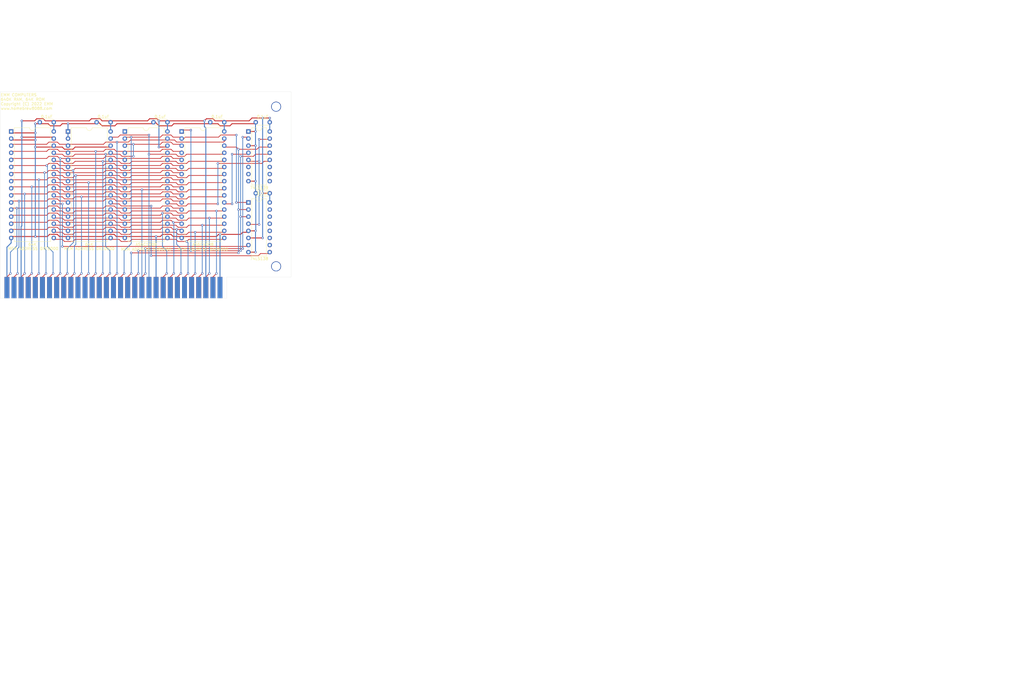
<source format=kicad_pcb>
(kicad_pcb (version 20171130) (host pcbnew "(5.1.8)-1")

  (general
    (thickness 1.6)
    (drawings 12)
    (tracks 1003)
    (zones 0)
    (modules 17)
    (nets 78)
  )

  (page A4)
  (layers
    (0 F.Cu signal)
    (31 B.Cu signal)
    (32 B.Adhes user)
    (33 F.Adhes user)
    (34 B.Paste user)
    (35 F.Paste user)
    (36 B.SilkS user)
    (37 F.SilkS user)
    (38 B.Mask user)
    (39 F.Mask user)
    (40 Dwgs.User user)
    (41 Cmts.User user)
    (42 Eco1.User user)
    (43 Eco2.User user)
    (44 Edge.Cuts user)
    (45 Margin user)
    (46 B.CrtYd user)
    (47 F.CrtYd user)
    (48 B.Fab user)
    (49 F.Fab user)
  )

  (setup
    (last_trace_width 0.25)
    (trace_clearance 0.2)
    (zone_clearance 0.508)
    (zone_45_only no)
    (trace_min 0.2)
    (via_size 0.8)
    (via_drill 0.4)
    (via_min_size 0.4)
    (via_min_drill 0.3)
    (uvia_size 0.3)
    (uvia_drill 0.1)
    (uvias_allowed no)
    (uvia_min_size 0.2)
    (uvia_min_drill 0.1)
    (edge_width 0.05)
    (segment_width 0.2)
    (pcb_text_width 0.3)
    (pcb_text_size 1.5 1.5)
    (mod_edge_width 0.12)
    (mod_text_size 1 1)
    (mod_text_width 0.15)
    (pad_size 3.556 3.556)
    (pad_drill 3.048)
    (pad_to_mask_clearance 0)
    (aux_axis_origin 0 0)
    (grid_origin 161.53638 139.9286)
    (visible_elements 7FFFFFFF)
    (pcbplotparams
      (layerselection 0x010ec_ffffffff)
      (usegerberextensions false)
      (usegerberattributes false)
      (usegerberadvancedattributes true)
      (creategerberjobfile true)
      (excludeedgelayer true)
      (linewidth 0.100000)
      (plotframeref false)
      (viasonmask false)
      (mode 1)
      (useauxorigin false)
      (hpglpennumber 1)
      (hpglpenspeed 20)
      (hpglpendiameter 15.000000)
      (psnegative false)
      (psa4output false)
      (plotreference true)
      (plotvalue true)
      (plotinvisibletext false)
      (padsonsilk false)
      (subtractmaskfromsilk false)
      (outputformat 1)
      (mirror false)
      (drillshape 0)
      (scaleselection 1)
      (outputdirectory "Gerber/"))
  )

  (net 0 "")
  (net 1 /GND)
  (net 2 /IRQ2)
  (net 3 /5-)
  (net 4 /DRQ2)
  (net 5 /12-)
  (net 6 /12+)
  (net 7 /DACK3)
  (net 8 /DRQ3)
  (net 9 /DACK1)
  (net 10 /DRQ1)
  (net 11 /IRQ7)
  (net 12 /IRQ6)
  (net 13 /IRQ5)
  (net 14 /IRQ4)
  (net 15 /IRQ3)
  (net 16 /DACK2)
  (net 17 /TC)
  (net 18 /ALE)
  (net 19 /CH_CK)
  (net 20 /D7)
  (net 21 /D6)
  (net 22 /D5)
  (net 23 /D4)
  (net 24 /D3)
  (net 25 /D2)
  (net 26 /D1)
  (net 27 /D0)
  (net 28 /RDY1)
  (net 29 /AEN)
  (net 30 /A19)
  (net 31 /A18)
  (net 32 /A17)
  (net 33 /A16)
  (net 34 /A15)
  (net 35 /A14)
  (net 36 /A13)
  (net 37 /A12)
  (net 38 /A11)
  (net 39 /A10)
  (net 40 /A9)
  (net 41 /A8)
  (net 42 /A7)
  (net 43 /A6)
  (net 44 /A5)
  (net 45 /A4)
  (net 46 /A3)
  (net 47 /A2)
  (net 48 /A1)
  (net 49 /A0)
  (net 50 /RESOUT)
  (net 51 /MWR)
  (net 52 /MRD)
  (net 53 /IOWR)
  (net 54 /IORD)
  (net 55 /REFRQ)
  (net 56 /NC)
  (net 57 /OSC88)
  (net 58 /CLK88)
  (net 59 "Net-(U5-Pad11)")
  (net 60 "Net-(U5-Pad10)")
  (net 61 /512K_CS)
  (net 62 /UPPER_512K)
  (net 63 /128K_CS)
  (net 64 "Net-(U3-Pad1)")
  (net 65 "Net-(U5-Pad7)")
  (net 66 "Net-(U5-Pad6)")
  (net 67 "Net-(U5-Pad9)")
  (net 68 "Net-(U6-Pad15)")
  (net 69 "Net-(U6-Pad14)")
  (net 70 "Net-(U6-Pad13)")
  (net 71 "Net-(U6-Pad12)")
  (net 72 "Net-(U6-Pad11)")
  (net 73 "Net-(U6-Pad10)")
  (net 74 VCC)
  (net 75 GND)
  (net 76 /64K_ROM_CS)
  (net 77 /E0000_CS)

  (net_class Default "This is the default net class."
    (clearance 0.2)
    (trace_width 0.25)
    (via_dia 0.8)
    (via_drill 0.4)
    (uvia_dia 0.3)
    (uvia_drill 0.1)
    (add_net /12+)
    (add_net /12-)
    (add_net /128K_CS)
    (add_net /5-)
    (add_net /512K_CS)
    (add_net /64K_ROM_CS)
    (add_net /A0)
    (add_net /A1)
    (add_net /A10)
    (add_net /A11)
    (add_net /A12)
    (add_net /A13)
    (add_net /A14)
    (add_net /A15)
    (add_net /A16)
    (add_net /A17)
    (add_net /A18)
    (add_net /A19)
    (add_net /A2)
    (add_net /A3)
    (add_net /A4)
    (add_net /A5)
    (add_net /A6)
    (add_net /A7)
    (add_net /A8)
    (add_net /A9)
    (add_net /AEN)
    (add_net /ALE)
    (add_net /CH_CK)
    (add_net /CLK88)
    (add_net /D0)
    (add_net /D1)
    (add_net /D2)
    (add_net /D3)
    (add_net /D4)
    (add_net /D5)
    (add_net /D6)
    (add_net /D7)
    (add_net /DACK1)
    (add_net /DACK2)
    (add_net /DACK3)
    (add_net /DRQ1)
    (add_net /DRQ2)
    (add_net /DRQ3)
    (add_net /E0000_CS)
    (add_net /GND)
    (add_net /IORD)
    (add_net /IOWR)
    (add_net /IRQ2)
    (add_net /IRQ3)
    (add_net /IRQ4)
    (add_net /IRQ5)
    (add_net /IRQ6)
    (add_net /IRQ7)
    (add_net /MRD)
    (add_net /MWR)
    (add_net /NC)
    (add_net /OSC88)
    (add_net /RDY1)
    (add_net /REFRQ)
    (add_net /RESOUT)
    (add_net /TC)
    (add_net /UPPER_512K)
    (add_net GND)
    (add_net "Net-(U3-Pad1)")
    (add_net "Net-(U5-Pad10)")
    (add_net "Net-(U5-Pad11)")
    (add_net "Net-(U5-Pad6)")
    (add_net "Net-(U5-Pad7)")
    (add_net "Net-(U5-Pad9)")
    (add_net "Net-(U6-Pad10)")
    (add_net "Net-(U6-Pad11)")
    (add_net "Net-(U6-Pad12)")
    (add_net "Net-(U6-Pad13)")
    (add_net "Net-(U6-Pad14)")
    (add_net "Net-(U6-Pad15)")
    (add_net VCC)
  )

  (module Capacitor_THT:C_Disc_D4.3mm_W1.9mm_P5.00mm (layer F.Cu) (tedit 5AE50EF0) (tstamp 63619954)
    (at 117.42038 70.5866)
    (descr "C, Disc series, Radial, pin pitch=5.00mm, , diameter*width=4.3*1.9mm^2, Capacitor, http://www.vishay.com/docs/45233/krseries.pdf")
    (tags "C Disc series Radial pin pitch 5.00mm  diameter 4.3mm width 1.9mm Capacitor")
    (path /636485DC)
    (fp_text reference C2 (at 2.5 -2.2) (layer F.SilkS) hide
      (effects (font (size 1 1) (thickness 0.15)))
    )
    (fp_text value 0.1uF (at 2.46 -2.032) (layer F.SilkS)
      (effects (font (size 1 1) (thickness 0.15)))
    )
    (fp_line (start 6.05 -1.2) (end -1.05 -1.2) (layer F.CrtYd) (width 0.05))
    (fp_line (start 6.05 1.2) (end 6.05 -1.2) (layer F.CrtYd) (width 0.05))
    (fp_line (start -1.05 1.2) (end 6.05 1.2) (layer F.CrtYd) (width 0.05))
    (fp_line (start -1.05 -1.2) (end -1.05 1.2) (layer F.CrtYd) (width 0.05))
    (fp_line (start 4.77 1.055) (end 4.77 1.07) (layer F.SilkS) (width 0.12))
    (fp_line (start 4.77 -1.07) (end 4.77 -1.055) (layer F.SilkS) (width 0.12))
    (fp_line (start 0.23 1.055) (end 0.23 1.07) (layer F.SilkS) (width 0.12))
    (fp_line (start 0.23 -1.07) (end 0.23 -1.055) (layer F.SilkS) (width 0.12))
    (fp_line (start 0.23 1.07) (end 4.77 1.07) (layer F.SilkS) (width 0.12))
    (fp_line (start 0.23 -1.07) (end 4.77 -1.07) (layer F.SilkS) (width 0.12))
    (fp_line (start 4.65 -0.95) (end 0.35 -0.95) (layer F.Fab) (width 0.1))
    (fp_line (start 4.65 0.95) (end 4.65 -0.95) (layer F.Fab) (width 0.1))
    (fp_line (start 0.35 0.95) (end 4.65 0.95) (layer F.Fab) (width 0.1))
    (fp_line (start 0.35 -0.95) (end 0.35 0.95) (layer F.Fab) (width 0.1))
    (fp_text user %R (at 2.5 0) (layer F.Fab) hide
      (effects (font (size 0.86 0.86) (thickness 0.129)))
    )
    (pad 2 thru_hole circle (at 5 0) (size 1.6 1.6) (drill 0.8) (layers *.Cu *.Mask)
      (net 74 VCC))
    (pad 1 thru_hole circle (at 0 0) (size 1.6 1.6) (drill 0.8) (layers *.Cu *.Mask)
      (net 75 GND))
    (model ${KISYS3DMOD}/Capacitor_THT.3dshapes/C_Disc_D4.3mm_W1.9mm_P5.00mm.wrl
      (at (xyz 0 0 0))
      (scale (xyz 1 1 1))
      (rotate (xyz 0 0 0))
    )
  )

  (module Package_DIP:DIP-32_W15.24mm (layer F.Cu) (tedit 5A02E8C5) (tstamp 63616A93)
    (at 107.18038 73.8886)
    (descr "32-lead though-hole mounted DIP package, row spacing 15.24 mm (600 mils)")
    (tags "THT DIP DIL PDIP 2.54mm 15.24mm 600mil")
    (path /636185BF)
    (fp_text reference U2 (at 7.62 -2.33) (layer F.SilkS) hide
      (effects (font (size 1 1) (thickness 0.15)))
    )
    (fp_text value 64K (at 7.62 40.43) (layer F.SilkS)
      (effects (font (size 1 1) (thickness 0.15)))
    )
    (fp_line (start 16.3 -1.55) (end -1.05 -1.55) (layer F.CrtYd) (width 0.05))
    (fp_line (start 16.3 39.65) (end 16.3 -1.55) (layer F.CrtYd) (width 0.05))
    (fp_line (start -1.05 39.65) (end 16.3 39.65) (layer F.CrtYd) (width 0.05))
    (fp_line (start -1.05 -1.55) (end -1.05 39.65) (layer F.CrtYd) (width 0.05))
    (fp_line (start 14.08 -1.33) (end 8.62 -1.33) (layer F.SilkS) (width 0.12))
    (fp_line (start 14.08 39.43) (end 14.08 -1.33) (layer F.SilkS) (width 0.12))
    (fp_line (start 1.16 39.43) (end 14.08 39.43) (layer F.SilkS) (width 0.12))
    (fp_line (start 1.16 -1.33) (end 1.16 39.43) (layer F.SilkS) (width 0.12))
    (fp_line (start 6.62 -1.33) (end 1.16 -1.33) (layer F.SilkS) (width 0.12))
    (fp_line (start 0.255 -0.27) (end 1.255 -1.27) (layer F.Fab) (width 0.1))
    (fp_line (start 0.255 39.37) (end 0.255 -0.27) (layer F.Fab) (width 0.1))
    (fp_line (start 14.985 39.37) (end 0.255 39.37) (layer F.Fab) (width 0.1))
    (fp_line (start 14.985 -1.27) (end 14.985 39.37) (layer F.Fab) (width 0.1))
    (fp_line (start 1.255 -1.27) (end 14.985 -1.27) (layer F.Fab) (width 0.1))
    (fp_text user %R (at 7.62 19.05) (layer F.Fab) hide
      (effects (font (size 1 1) (thickness 0.15)))
    )
    (fp_arc (start 7.62 -1.33) (end 6.62 -1.33) (angle -180) (layer F.SilkS) (width 0.12))
    (pad 32 thru_hole oval (at 15.24 0) (size 1.6 1.6) (drill 0.8) (layers *.Cu *.Mask)
      (net 74 VCC))
    (pad 16 thru_hole oval (at 0 38.1) (size 1.6 1.6) (drill 0.8) (layers *.Cu *.Mask)
      (net 75 GND))
    (pad 31 thru_hole oval (at 15.24 2.54) (size 1.6 1.6) (drill 0.8) (layers *.Cu *.Mask)
      (net 51 /MWR))
    (pad 15 thru_hole oval (at 0 35.56) (size 1.6 1.6) (drill 0.8) (layers *.Cu *.Mask)
      (net 25 /D2))
    (pad 30 thru_hole oval (at 15.24 5.08) (size 1.6 1.6) (drill 0.8) (layers *.Cu *.Mask)
      (net 75 GND))
    (pad 14 thru_hole oval (at 0 33.02) (size 1.6 1.6) (drill 0.8) (layers *.Cu *.Mask)
      (net 26 /D1))
    (pad 29 thru_hole oval (at 15.24 7.62) (size 1.6 1.6) (drill 0.8) (layers *.Cu *.Mask)
      (net 35 /A14))
    (pad 13 thru_hole oval (at 0 30.48) (size 1.6 1.6) (drill 0.8) (layers *.Cu *.Mask)
      (net 27 /D0))
    (pad 28 thru_hole oval (at 15.24 10.16) (size 1.6 1.6) (drill 0.8) (layers *.Cu *.Mask)
      (net 36 /A13))
    (pad 12 thru_hole oval (at 0 27.94) (size 1.6 1.6) (drill 0.8) (layers *.Cu *.Mask)
      (net 49 /A0))
    (pad 27 thru_hole oval (at 15.24 12.7) (size 1.6 1.6) (drill 0.8) (layers *.Cu *.Mask)
      (net 41 /A8))
    (pad 11 thru_hole oval (at 0 25.4) (size 1.6 1.6) (drill 0.8) (layers *.Cu *.Mask)
      (net 48 /A1))
    (pad 26 thru_hole oval (at 15.24 15.24) (size 1.6 1.6) (drill 0.8) (layers *.Cu *.Mask)
      (net 40 /A9))
    (pad 10 thru_hole oval (at 0 22.86) (size 1.6 1.6) (drill 0.8) (layers *.Cu *.Mask)
      (net 47 /A2))
    (pad 25 thru_hole oval (at 15.24 17.78) (size 1.6 1.6) (drill 0.8) (layers *.Cu *.Mask)
      (net 38 /A11))
    (pad 9 thru_hole oval (at 0 20.32) (size 1.6 1.6) (drill 0.8) (layers *.Cu *.Mask)
      (net 46 /A3))
    (pad 24 thru_hole oval (at 15.24 20.32) (size 1.6 1.6) (drill 0.8) (layers *.Cu *.Mask)
      (net 52 /MRD))
    (pad 8 thru_hole oval (at 0 17.78) (size 1.6 1.6) (drill 0.8) (layers *.Cu *.Mask)
      (net 45 /A4))
    (pad 23 thru_hole oval (at 15.24 22.86) (size 1.6 1.6) (drill 0.8) (layers *.Cu *.Mask)
      (net 39 /A10))
    (pad 7 thru_hole oval (at 0 15.24) (size 1.6 1.6) (drill 0.8) (layers *.Cu *.Mask)
      (net 44 /A5))
    (pad 22 thru_hole oval (at 15.24 25.4) (size 1.6 1.6) (drill 0.8) (layers *.Cu *.Mask)
      (net 77 /E0000_CS))
    (pad 6 thru_hole oval (at 0 12.7) (size 1.6 1.6) (drill 0.8) (layers *.Cu *.Mask)
      (net 43 /A6))
    (pad 21 thru_hole oval (at 15.24 27.94) (size 1.6 1.6) (drill 0.8) (layers *.Cu *.Mask)
      (net 20 /D7))
    (pad 5 thru_hole oval (at 0 10.16) (size 1.6 1.6) (drill 0.8) (layers *.Cu *.Mask)
      (net 42 /A7))
    (pad 20 thru_hole oval (at 15.24 30.48) (size 1.6 1.6) (drill 0.8) (layers *.Cu *.Mask)
      (net 21 /D6))
    (pad 4 thru_hole oval (at 0 7.62) (size 1.6 1.6) (drill 0.8) (layers *.Cu *.Mask)
      (net 37 /A12))
    (pad 19 thru_hole oval (at 15.24 33.02) (size 1.6 1.6) (drill 0.8) (layers *.Cu *.Mask)
      (net 22 /D5))
    (pad 3 thru_hole oval (at 0 5.08) (size 1.6 1.6) (drill 0.8) (layers *.Cu *.Mask)
      (net 34 /A15))
    (pad 18 thru_hole oval (at 15.24 35.56) (size 1.6 1.6) (drill 0.8) (layers *.Cu *.Mask)
      (net 23 /D4))
    (pad 2 thru_hole oval (at 0 2.54) (size 1.6 1.6) (drill 0.8) (layers *.Cu *.Mask)
      (net 75 GND))
    (pad 17 thru_hole oval (at 15.24 38.1) (size 1.6 1.6) (drill 0.8) (layers *.Cu *.Mask)
      (net 24 /D3))
    (pad 1 thru_hole rect (at 0 0) (size 1.6 1.6) (drill 0.8) (layers *.Cu *.Mask)
      (net 75 GND))
    (model ${KISYS3DMOD}/Package_DIP.3dshapes/DIP-32_W15.24mm.wrl
      (at (xyz 0 0 0))
      (scale (xyz 1 1 1))
      (rotate (xyz 0 0 0))
    )
  )

  (module Package_DIP:DIP-32_W15.24mm (layer F.Cu) (tedit 5A02E8C5) (tstamp 62DD73F1)
    (at 86.86038 73.8886)
    (descr "32-lead though-hole mounted DIP package, row spacing 15.24 mm (600 mils)")
    (tags "THT DIP DIL PDIP 2.54mm 15.24mm 600mil")
    (path /62DD667A)
    (fp_text reference U1 (at 7.62 -2.33) (layer F.SilkS) hide
      (effects (font (size 1 1) (thickness 0.15)))
    )
    (fp_text value 64K (at 7.62 40.43) (layer F.SilkS)
      (effects (font (size 1 1) (thickness 0.15)))
    )
    (fp_line (start 1.255 -1.27) (end 14.985 -1.27) (layer F.Fab) (width 0.1))
    (fp_line (start 14.985 -1.27) (end 14.985 39.37) (layer F.Fab) (width 0.1))
    (fp_line (start 14.985 39.37) (end 0.255 39.37) (layer F.Fab) (width 0.1))
    (fp_line (start 0.255 39.37) (end 0.255 -0.27) (layer F.Fab) (width 0.1))
    (fp_line (start 0.255 -0.27) (end 1.255 -1.27) (layer F.Fab) (width 0.1))
    (fp_line (start 6.62 -1.33) (end 1.16 -1.33) (layer F.SilkS) (width 0.12))
    (fp_line (start 1.16 -1.33) (end 1.16 39.43) (layer F.SilkS) (width 0.12))
    (fp_line (start 1.16 39.43) (end 14.08 39.43) (layer F.SilkS) (width 0.12))
    (fp_line (start 14.08 39.43) (end 14.08 -1.33) (layer F.SilkS) (width 0.12))
    (fp_line (start 14.08 -1.33) (end 8.62 -1.33) (layer F.SilkS) (width 0.12))
    (fp_line (start -1.05 -1.55) (end -1.05 39.65) (layer F.CrtYd) (width 0.05))
    (fp_line (start -1.05 39.65) (end 16.3 39.65) (layer F.CrtYd) (width 0.05))
    (fp_line (start 16.3 39.65) (end 16.3 -1.55) (layer F.CrtYd) (width 0.05))
    (fp_line (start 16.3 -1.55) (end -1.05 -1.55) (layer F.CrtYd) (width 0.05))
    (fp_text user %R (at 7.62 19.05) (layer F.Fab) hide
      (effects (font (size 1 1) (thickness 0.15)))
    )
    (fp_arc (start 7.62 -1.33) (end 6.62 -1.33) (angle -180) (layer F.SilkS) (width 0.12))
    (pad 32 thru_hole oval (at 15.24 0) (size 1.6 1.6) (drill 0.8) (layers *.Cu *.Mask)
      (net 74 VCC))
    (pad 16 thru_hole oval (at 0 38.1) (size 1.6 1.6) (drill 0.8) (layers *.Cu *.Mask)
      (net 75 GND))
    (pad 31 thru_hole oval (at 15.24 2.54) (size 1.6 1.6) (drill 0.8) (layers *.Cu *.Mask)
      (net 74 VCC))
    (pad 15 thru_hole oval (at 0 35.56) (size 1.6 1.6) (drill 0.8) (layers *.Cu *.Mask)
      (net 25 /D2))
    (pad 30 thru_hole oval (at 15.24 5.08) (size 1.6 1.6) (drill 0.8) (layers *.Cu *.Mask)
      (net 75 GND))
    (pad 14 thru_hole oval (at 0 33.02) (size 1.6 1.6) (drill 0.8) (layers *.Cu *.Mask)
      (net 26 /D1))
    (pad 29 thru_hole oval (at 15.24 7.62) (size 1.6 1.6) (drill 0.8) (layers *.Cu *.Mask)
      (net 35 /A14))
    (pad 13 thru_hole oval (at 0 30.48) (size 1.6 1.6) (drill 0.8) (layers *.Cu *.Mask)
      (net 27 /D0))
    (pad 28 thru_hole oval (at 15.24 10.16) (size 1.6 1.6) (drill 0.8) (layers *.Cu *.Mask)
      (net 36 /A13))
    (pad 12 thru_hole oval (at 0 27.94) (size 1.6 1.6) (drill 0.8) (layers *.Cu *.Mask)
      (net 49 /A0))
    (pad 27 thru_hole oval (at 15.24 12.7) (size 1.6 1.6) (drill 0.8) (layers *.Cu *.Mask)
      (net 41 /A8))
    (pad 11 thru_hole oval (at 0 25.4) (size 1.6 1.6) (drill 0.8) (layers *.Cu *.Mask)
      (net 48 /A1))
    (pad 26 thru_hole oval (at 15.24 15.24) (size 1.6 1.6) (drill 0.8) (layers *.Cu *.Mask)
      (net 40 /A9))
    (pad 10 thru_hole oval (at 0 22.86) (size 1.6 1.6) (drill 0.8) (layers *.Cu *.Mask)
      (net 47 /A2))
    (pad 25 thru_hole oval (at 15.24 17.78) (size 1.6 1.6) (drill 0.8) (layers *.Cu *.Mask)
      (net 38 /A11))
    (pad 9 thru_hole oval (at 0 20.32) (size 1.6 1.6) (drill 0.8) (layers *.Cu *.Mask)
      (net 46 /A3))
    (pad 24 thru_hole oval (at 15.24 20.32) (size 1.6 1.6) (drill 0.8) (layers *.Cu *.Mask)
      (net 52 /MRD))
    (pad 8 thru_hole oval (at 0 17.78) (size 1.6 1.6) (drill 0.8) (layers *.Cu *.Mask)
      (net 45 /A4))
    (pad 23 thru_hole oval (at 15.24 22.86) (size 1.6 1.6) (drill 0.8) (layers *.Cu *.Mask)
      (net 39 /A10))
    (pad 7 thru_hole oval (at 0 15.24) (size 1.6 1.6) (drill 0.8) (layers *.Cu *.Mask)
      (net 44 /A5))
    (pad 22 thru_hole oval (at 15.24 25.4) (size 1.6 1.6) (drill 0.8) (layers *.Cu *.Mask)
      (net 76 /64K_ROM_CS))
    (pad 6 thru_hole oval (at 0 12.7) (size 1.6 1.6) (drill 0.8) (layers *.Cu *.Mask)
      (net 43 /A6))
    (pad 21 thru_hole oval (at 15.24 27.94) (size 1.6 1.6) (drill 0.8) (layers *.Cu *.Mask)
      (net 20 /D7))
    (pad 5 thru_hole oval (at 0 10.16) (size 1.6 1.6) (drill 0.8) (layers *.Cu *.Mask)
      (net 42 /A7))
    (pad 20 thru_hole oval (at 15.24 30.48) (size 1.6 1.6) (drill 0.8) (layers *.Cu *.Mask)
      (net 21 /D6))
    (pad 4 thru_hole oval (at 0 7.62) (size 1.6 1.6) (drill 0.8) (layers *.Cu *.Mask)
      (net 37 /A12))
    (pad 19 thru_hole oval (at 15.24 33.02) (size 1.6 1.6) (drill 0.8) (layers *.Cu *.Mask)
      (net 22 /D5))
    (pad 3 thru_hole oval (at 0 5.08) (size 1.6 1.6) (drill 0.8) (layers *.Cu *.Mask)
      (net 34 /A15))
    (pad 18 thru_hole oval (at 15.24 35.56) (size 1.6 1.6) (drill 0.8) (layers *.Cu *.Mask)
      (net 23 /D4))
    (pad 2 thru_hole oval (at 0 2.54) (size 1.6 1.6) (drill 0.8) (layers *.Cu *.Mask)
      (net 75 GND))
    (pad 17 thru_hole oval (at 15.24 38.1) (size 1.6 1.6) (drill 0.8) (layers *.Cu *.Mask)
      (net 24 /D3))
    (pad 1 thru_hole rect (at 0 0) (size 1.6 1.6) (drill 0.8) (layers *.Cu *.Mask)
      (net 75 GND))
    (model ${KISYS3DMOD}/Package_DIP.3dshapes/DIP-32_W15.24mm.wrl
      (at (xyz 0 0 0))
      (scale (xyz 1 1 1))
      (rotate (xyz 0 0 0))
    )
  )

  (module Capacitor_THT:C_Disc_D4.3mm_W1.9mm_P5.00mm (layer F.Cu) (tedit 5AE50EF0) (tstamp 62DD7289)
    (at 97.10038 70.5866)
    (descr "C, Disc series, Radial, pin pitch=5.00mm, , diameter*width=4.3*1.9mm^2, Capacitor, http://www.vishay.com/docs/45233/krseries.pdf")
    (tags "C Disc series Radial pin pitch 5.00mm  diameter 4.3mm width 1.9mm Capacitor")
    (path /6086EA25)
    (fp_text reference C1 (at 2.5 -2.2) (layer F.SilkS) hide
      (effects (font (size 1 1) (thickness 0.15)))
    )
    (fp_text value 0.1uF (at 2.5 -2.032) (layer F.SilkS)
      (effects (font (size 1 1) (thickness 0.15)))
    )
    (fp_line (start 0.35 -0.95) (end 0.35 0.95) (layer F.Fab) (width 0.1))
    (fp_line (start 0.35 0.95) (end 4.65 0.95) (layer F.Fab) (width 0.1))
    (fp_line (start 4.65 0.95) (end 4.65 -0.95) (layer F.Fab) (width 0.1))
    (fp_line (start 4.65 -0.95) (end 0.35 -0.95) (layer F.Fab) (width 0.1))
    (fp_line (start 0.23 -1.07) (end 4.77 -1.07) (layer F.SilkS) (width 0.12))
    (fp_line (start 0.23 1.07) (end 4.77 1.07) (layer F.SilkS) (width 0.12))
    (fp_line (start 0.23 -1.07) (end 0.23 -1.055) (layer F.SilkS) (width 0.12))
    (fp_line (start 0.23 1.055) (end 0.23 1.07) (layer F.SilkS) (width 0.12))
    (fp_line (start 4.77 -1.07) (end 4.77 -1.055) (layer F.SilkS) (width 0.12))
    (fp_line (start 4.77 1.055) (end 4.77 1.07) (layer F.SilkS) (width 0.12))
    (fp_line (start -1.05 -1.2) (end -1.05 1.2) (layer F.CrtYd) (width 0.05))
    (fp_line (start -1.05 1.2) (end 6.05 1.2) (layer F.CrtYd) (width 0.05))
    (fp_line (start 6.05 1.2) (end 6.05 -1.2) (layer F.CrtYd) (width 0.05))
    (fp_line (start 6.05 -1.2) (end -1.05 -1.2) (layer F.CrtYd) (width 0.05))
    (fp_text user %R (at 2.5 0) (layer F.Fab) hide
      (effects (font (size 0.86 0.86) (thickness 0.129)))
    )
    (pad 2 thru_hole circle (at 5 0) (size 1.6 1.6) (drill 0.8) (layers *.Cu *.Mask)
      (net 74 VCC))
    (pad 1 thru_hole circle (at 0 0) (size 1.6 1.6) (drill 0.8) (layers *.Cu *.Mask)
      (net 75 GND))
    (model ${KISYS3DMOD}/Capacitor_THT.3dshapes/C_Disc_D4.3mm_W1.9mm_P5.00mm.wrl
      (at (xyz 0 0 0))
      (scale (xyz 1 1 1))
      (rotate (xyz 0 0 0))
    )
  )

  (module Package_DIP:DIP-32_W15.24mm (layer F.Cu) (tedit 5A02E8C5) (tstamp 622FBB14)
    (at 127.50038 73.8886)
    (descr "32-lead though-hole mounted DIP package, row spacing 15.24 mm (600 mils)")
    (tags "THT DIP DIL PDIP 2.54mm 15.24mm 600mil")
    (path /622F9A5A)
    (fp_text reference U3 (at 7.62 -2.33) (layer F.SilkS) hide
      (effects (font (size 1 1) (thickness 0.15)))
    )
    (fp_text value AS6C1008 (at 7.62 40.43) (layer F.SilkS)
      (effects (font (size 1 1) (thickness 0.15)))
    )
    (fp_line (start 16.3 -1.55) (end -1.05 -1.55) (layer F.CrtYd) (width 0.05))
    (fp_line (start 16.3 39.65) (end 16.3 -1.55) (layer F.CrtYd) (width 0.05))
    (fp_line (start -1.05 39.65) (end 16.3 39.65) (layer F.CrtYd) (width 0.05))
    (fp_line (start -1.05 -1.55) (end -1.05 39.65) (layer F.CrtYd) (width 0.05))
    (fp_line (start 14.08 -1.33) (end 8.62 -1.33) (layer F.SilkS) (width 0.12))
    (fp_line (start 14.08 39.43) (end 14.08 -1.33) (layer F.SilkS) (width 0.12))
    (fp_line (start 1.16 39.43) (end 14.08 39.43) (layer F.SilkS) (width 0.12))
    (fp_line (start 1.16 -1.33) (end 1.16 39.43) (layer F.SilkS) (width 0.12))
    (fp_line (start 6.62 -1.33) (end 1.16 -1.33) (layer F.SilkS) (width 0.12))
    (fp_line (start 0.255 -0.27) (end 1.255 -1.27) (layer F.Fab) (width 0.1))
    (fp_line (start 0.255 39.37) (end 0.255 -0.27) (layer F.Fab) (width 0.1))
    (fp_line (start 14.985 39.37) (end 0.255 39.37) (layer F.Fab) (width 0.1))
    (fp_line (start 14.985 -1.27) (end 14.985 39.37) (layer F.Fab) (width 0.1))
    (fp_line (start 1.255 -1.27) (end 14.985 -1.27) (layer F.Fab) (width 0.1))
    (fp_text user %R (at 7.62 19.05) (layer F.Fab) hide
      (effects (font (size 1 1) (thickness 0.15)))
    )
    (fp_arc (start 7.62 -1.33) (end 6.62 -1.33) (angle -180) (layer F.SilkS) (width 0.12))
    (pad 32 thru_hole oval (at 15.24 0) (size 1.6 1.6) (drill 0.8) (layers *.Cu *.Mask)
      (net 74 VCC))
    (pad 16 thru_hole oval (at 0 38.1) (size 1.6 1.6) (drill 0.8) (layers *.Cu *.Mask)
      (net 75 GND))
    (pad 31 thru_hole oval (at 15.24 2.54) (size 1.6 1.6) (drill 0.8) (layers *.Cu *.Mask)
      (net 34 /A15))
    (pad 15 thru_hole oval (at 0 35.56) (size 1.6 1.6) (drill 0.8) (layers *.Cu *.Mask)
      (net 25 /D2))
    (pad 30 thru_hole oval (at 15.24 5.08) (size 1.6 1.6) (drill 0.8) (layers *.Cu *.Mask)
      (net 74 VCC))
    (pad 14 thru_hole oval (at 0 33.02) (size 1.6 1.6) (drill 0.8) (layers *.Cu *.Mask)
      (net 26 /D1))
    (pad 29 thru_hole oval (at 15.24 7.62) (size 1.6 1.6) (drill 0.8) (layers *.Cu *.Mask)
      (net 51 /MWR))
    (pad 13 thru_hole oval (at 0 30.48) (size 1.6 1.6) (drill 0.8) (layers *.Cu *.Mask)
      (net 27 /D0))
    (pad 28 thru_hole oval (at 15.24 10.16) (size 1.6 1.6) (drill 0.8) (layers *.Cu *.Mask)
      (net 36 /A13))
    (pad 12 thru_hole oval (at 0 27.94) (size 1.6 1.6) (drill 0.8) (layers *.Cu *.Mask)
      (net 49 /A0))
    (pad 27 thru_hole oval (at 15.24 12.7) (size 1.6 1.6) (drill 0.8) (layers *.Cu *.Mask)
      (net 41 /A8))
    (pad 11 thru_hole oval (at 0 25.4) (size 1.6 1.6) (drill 0.8) (layers *.Cu *.Mask)
      (net 48 /A1))
    (pad 26 thru_hole oval (at 15.24 15.24) (size 1.6 1.6) (drill 0.8) (layers *.Cu *.Mask)
      (net 40 /A9))
    (pad 10 thru_hole oval (at 0 22.86) (size 1.6 1.6) (drill 0.8) (layers *.Cu *.Mask)
      (net 47 /A2))
    (pad 25 thru_hole oval (at 15.24 17.78) (size 1.6 1.6) (drill 0.8) (layers *.Cu *.Mask)
      (net 38 /A11))
    (pad 9 thru_hole oval (at 0 20.32) (size 1.6 1.6) (drill 0.8) (layers *.Cu *.Mask)
      (net 46 /A3))
    (pad 24 thru_hole oval (at 15.24 20.32) (size 1.6 1.6) (drill 0.8) (layers *.Cu *.Mask)
      (net 52 /MRD))
    (pad 8 thru_hole oval (at 0 17.78) (size 1.6 1.6) (drill 0.8) (layers *.Cu *.Mask)
      (net 45 /A4))
    (pad 23 thru_hole oval (at 15.24 22.86) (size 1.6 1.6) (drill 0.8) (layers *.Cu *.Mask)
      (net 39 /A10))
    (pad 7 thru_hole oval (at 0 15.24) (size 1.6 1.6) (drill 0.8) (layers *.Cu *.Mask)
      (net 44 /A5))
    (pad 22 thru_hole oval (at 15.24 25.4) (size 1.6 1.6) (drill 0.8) (layers *.Cu *.Mask)
      (net 63 /128K_CS))
    (pad 6 thru_hole oval (at 0 12.7) (size 1.6 1.6) (drill 0.8) (layers *.Cu *.Mask)
      (net 43 /A6))
    (pad 21 thru_hole oval (at 15.24 27.94) (size 1.6 1.6) (drill 0.8) (layers *.Cu *.Mask)
      (net 20 /D7))
    (pad 5 thru_hole oval (at 0 10.16) (size 1.6 1.6) (drill 0.8) (layers *.Cu *.Mask)
      (net 42 /A7))
    (pad 20 thru_hole oval (at 15.24 30.48) (size 1.6 1.6) (drill 0.8) (layers *.Cu *.Mask)
      (net 21 /D6))
    (pad 4 thru_hole oval (at 0 7.62) (size 1.6 1.6) (drill 0.8) (layers *.Cu *.Mask)
      (net 37 /A12))
    (pad 19 thru_hole oval (at 15.24 33.02) (size 1.6 1.6) (drill 0.8) (layers *.Cu *.Mask)
      (net 22 /D5))
    (pad 3 thru_hole oval (at 0 5.08) (size 1.6 1.6) (drill 0.8) (layers *.Cu *.Mask)
      (net 35 /A14))
    (pad 18 thru_hole oval (at 15.24 35.56) (size 1.6 1.6) (drill 0.8) (layers *.Cu *.Mask)
      (net 23 /D4))
    (pad 2 thru_hole oval (at 0 2.54) (size 1.6 1.6) (drill 0.8) (layers *.Cu *.Mask)
      (net 33 /A16))
    (pad 17 thru_hole oval (at 15.24 38.1) (size 1.6 1.6) (drill 0.8) (layers *.Cu *.Mask)
      (net 24 /D3))
    (pad 1 thru_hole rect (at 0 0) (size 1.6 1.6) (drill 0.8) (layers *.Cu *.Mask)
      (net 64 "Net-(U3-Pad1)"))
    (model ${KISYS3DMOD}/Package_DIP.3dshapes/DIP-32_W15.24mm.wrl
      (at (xyz 0 0 0))
      (scale (xyz 1 1 1))
      (rotate (xyz 0 0 0))
    )
  )

  (module Package_DIP:DIP-32_W15.24mm (layer F.Cu) (tedit 5A02E8C5) (tstamp 622FBA54)
    (at 147.82038 73.8886)
    (descr "32-lead though-hole mounted DIP package, row spacing 15.24 mm (600 mils)")
    (tags "THT DIP DIL PDIP 2.54mm 15.24mm 600mil")
    (path /6106DB5F)
    (fp_text reference U4 (at 7.62 -2.33) (layer F.SilkS) hide
      (effects (font (size 1 1) (thickness 0.15)))
    )
    (fp_text value AS6C4008 (at 7.62 40.43) (layer F.SilkS)
      (effects (font (size 1 1) (thickness 0.15)))
    )
    (fp_line (start 16.3 -1.55) (end -1.05 -1.55) (layer F.CrtYd) (width 0.05))
    (fp_line (start 16.3 39.65) (end 16.3 -1.55) (layer F.CrtYd) (width 0.05))
    (fp_line (start -1.05 39.65) (end 16.3 39.65) (layer F.CrtYd) (width 0.05))
    (fp_line (start -1.05 -1.55) (end -1.05 39.65) (layer F.CrtYd) (width 0.05))
    (fp_line (start 14.08 -1.33) (end 8.62 -1.33) (layer F.SilkS) (width 0.12))
    (fp_line (start 14.08 39.43) (end 14.08 -1.33) (layer F.SilkS) (width 0.12))
    (fp_line (start 1.16 39.43) (end 14.08 39.43) (layer F.SilkS) (width 0.12))
    (fp_line (start 1.16 -1.33) (end 1.16 39.43) (layer F.SilkS) (width 0.12))
    (fp_line (start 6.62 -1.33) (end 1.16 -1.33) (layer F.SilkS) (width 0.12))
    (fp_line (start 0.255 -0.27) (end 1.255 -1.27) (layer F.Fab) (width 0.1))
    (fp_line (start 0.255 39.37) (end 0.255 -0.27) (layer F.Fab) (width 0.1))
    (fp_line (start 14.985 39.37) (end 0.255 39.37) (layer F.Fab) (width 0.1))
    (fp_line (start 14.985 -1.27) (end 14.985 39.37) (layer F.Fab) (width 0.1))
    (fp_line (start 1.255 -1.27) (end 14.985 -1.27) (layer F.Fab) (width 0.1))
    (fp_text user %R (at 7.62 19.05) (layer F.Fab) hide
      (effects (font (size 1 1) (thickness 0.15)))
    )
    (fp_arc (start 7.62 -1.33) (end 6.62 -1.33) (angle -180) (layer F.SilkS) (width 0.12))
    (pad 32 thru_hole oval (at 15.24 0) (size 1.6 1.6) (drill 0.8) (layers *.Cu *.Mask)
      (net 74 VCC))
    (pad 16 thru_hole oval (at 0 38.1) (size 1.6 1.6) (drill 0.8) (layers *.Cu *.Mask)
      (net 75 GND))
    (pad 31 thru_hole oval (at 15.24 2.54) (size 1.6 1.6) (drill 0.8) (layers *.Cu *.Mask)
      (net 34 /A15))
    (pad 15 thru_hole oval (at 0 35.56) (size 1.6 1.6) (drill 0.8) (layers *.Cu *.Mask)
      (net 25 /D2))
    (pad 30 thru_hole oval (at 15.24 5.08) (size 1.6 1.6) (drill 0.8) (layers *.Cu *.Mask)
      (net 32 /A17))
    (pad 14 thru_hole oval (at 0 33.02) (size 1.6 1.6) (drill 0.8) (layers *.Cu *.Mask)
      (net 26 /D1))
    (pad 29 thru_hole oval (at 15.24 7.62) (size 1.6 1.6) (drill 0.8) (layers *.Cu *.Mask)
      (net 51 /MWR))
    (pad 13 thru_hole oval (at 0 30.48) (size 1.6 1.6) (drill 0.8) (layers *.Cu *.Mask)
      (net 27 /D0))
    (pad 28 thru_hole oval (at 15.24 10.16) (size 1.6 1.6) (drill 0.8) (layers *.Cu *.Mask)
      (net 36 /A13))
    (pad 12 thru_hole oval (at 0 27.94) (size 1.6 1.6) (drill 0.8) (layers *.Cu *.Mask)
      (net 49 /A0))
    (pad 27 thru_hole oval (at 15.24 12.7) (size 1.6 1.6) (drill 0.8) (layers *.Cu *.Mask)
      (net 41 /A8))
    (pad 11 thru_hole oval (at 0 25.4) (size 1.6 1.6) (drill 0.8) (layers *.Cu *.Mask)
      (net 48 /A1))
    (pad 26 thru_hole oval (at 15.24 15.24) (size 1.6 1.6) (drill 0.8) (layers *.Cu *.Mask)
      (net 40 /A9))
    (pad 10 thru_hole oval (at 0 22.86) (size 1.6 1.6) (drill 0.8) (layers *.Cu *.Mask)
      (net 47 /A2))
    (pad 25 thru_hole oval (at 15.24 17.78) (size 1.6 1.6) (drill 0.8) (layers *.Cu *.Mask)
      (net 38 /A11))
    (pad 9 thru_hole oval (at 0 20.32) (size 1.6 1.6) (drill 0.8) (layers *.Cu *.Mask)
      (net 46 /A3))
    (pad 24 thru_hole oval (at 15.24 20.32) (size 1.6 1.6) (drill 0.8) (layers *.Cu *.Mask)
      (net 52 /MRD))
    (pad 8 thru_hole oval (at 0 17.78) (size 1.6 1.6) (drill 0.8) (layers *.Cu *.Mask)
      (net 45 /A4))
    (pad 23 thru_hole oval (at 15.24 22.86) (size 1.6 1.6) (drill 0.8) (layers *.Cu *.Mask)
      (net 39 /A10))
    (pad 7 thru_hole oval (at 0 15.24) (size 1.6 1.6) (drill 0.8) (layers *.Cu *.Mask)
      (net 44 /A5))
    (pad 22 thru_hole oval (at 15.24 25.4) (size 1.6 1.6) (drill 0.8) (layers *.Cu *.Mask)
      (net 61 /512K_CS))
    (pad 6 thru_hole oval (at 0 12.7) (size 1.6 1.6) (drill 0.8) (layers *.Cu *.Mask)
      (net 43 /A6))
    (pad 21 thru_hole oval (at 15.24 27.94) (size 1.6 1.6) (drill 0.8) (layers *.Cu *.Mask)
      (net 20 /D7))
    (pad 5 thru_hole oval (at 0 10.16) (size 1.6 1.6) (drill 0.8) (layers *.Cu *.Mask)
      (net 42 /A7))
    (pad 20 thru_hole oval (at 15.24 30.48) (size 1.6 1.6) (drill 0.8) (layers *.Cu *.Mask)
      (net 21 /D6))
    (pad 4 thru_hole oval (at 0 7.62) (size 1.6 1.6) (drill 0.8) (layers *.Cu *.Mask)
      (net 37 /A12))
    (pad 19 thru_hole oval (at 15.24 33.02) (size 1.6 1.6) (drill 0.8) (layers *.Cu *.Mask)
      (net 22 /D5))
    (pad 3 thru_hole oval (at 0 5.08) (size 1.6 1.6) (drill 0.8) (layers *.Cu *.Mask)
      (net 35 /A14))
    (pad 18 thru_hole oval (at 15.24 35.56) (size 1.6 1.6) (drill 0.8) (layers *.Cu *.Mask)
      (net 23 /D4))
    (pad 2 thru_hole oval (at 0 2.54) (size 1.6 1.6) (drill 0.8) (layers *.Cu *.Mask)
      (net 33 /A16))
    (pad 17 thru_hole oval (at 15.24 38.1) (size 1.6 1.6) (drill 0.8) (layers *.Cu *.Mask)
      (net 24 /D3))
    (pad 1 thru_hole rect (at 0 0) (size 1.6 1.6) (drill 0.8) (layers *.Cu *.Mask)
      (net 31 /A18))
    (model ${KISYS3DMOD}/Package_DIP.3dshapes/DIP-32_W15.24mm.wrl
      (at (xyz 0 0 0))
      (scale (xyz 1 1 1))
      (rotate (xyz 0 0 0))
    )
  )

  (module Capacitor_THT:C_Disc_D4.3mm_W1.9mm_P5.00mm (layer F.Cu) (tedit 5AE50EF0) (tstamp 622FB92C)
    (at 174.31638 95.9866)
    (descr "C, Disc series, Radial, pin pitch=5.00mm, , diameter*width=4.3*1.9mm^2, Capacitor, http://www.vishay.com/docs/45233/krseries.pdf")
    (tags "C Disc series Radial pin pitch 5.00mm  diameter 4.3mm width 1.9mm Capacitor")
    (path /622FCCE5)
    (fp_text reference C6 (at 2.5 -2.2) (layer F.SilkS) hide
      (effects (font (size 1 1) (thickness 0.15)))
    )
    (fp_text value 0.1uF (at 2.5 0) (layer F.SilkS)
      (effects (font (size 1 1) (thickness 0.15)))
    )
    (fp_line (start 6.05 -1.2) (end -1.05 -1.2) (layer F.CrtYd) (width 0.05))
    (fp_line (start 6.05 1.2) (end 6.05 -1.2) (layer F.CrtYd) (width 0.05))
    (fp_line (start -1.05 1.2) (end 6.05 1.2) (layer F.CrtYd) (width 0.05))
    (fp_line (start -1.05 -1.2) (end -1.05 1.2) (layer F.CrtYd) (width 0.05))
    (fp_line (start 4.77 1.055) (end 4.77 1.07) (layer F.SilkS) (width 0.12))
    (fp_line (start 4.77 -1.07) (end 4.77 -1.055) (layer F.SilkS) (width 0.12))
    (fp_line (start 0.23 1.055) (end 0.23 1.07) (layer F.SilkS) (width 0.12))
    (fp_line (start 0.23 -1.07) (end 0.23 -1.055) (layer F.SilkS) (width 0.12))
    (fp_line (start 0.23 1.07) (end 4.77 1.07) (layer F.SilkS) (width 0.12))
    (fp_line (start 0.23 -1.07) (end 4.77 -1.07) (layer F.SilkS) (width 0.12))
    (fp_line (start 4.65 -0.95) (end 0.35 -0.95) (layer F.Fab) (width 0.1))
    (fp_line (start 4.65 0.95) (end 4.65 -0.95) (layer F.Fab) (width 0.1))
    (fp_line (start 0.35 0.95) (end 4.65 0.95) (layer F.Fab) (width 0.1))
    (fp_line (start 0.35 -0.95) (end 0.35 0.95) (layer F.Fab) (width 0.1))
    (fp_text user %R (at 2.5 0) (layer F.Fab) hide
      (effects (font (size 0.86 0.86) (thickness 0.129)))
    )
    (pad 2 thru_hole circle (at 5 0) (size 1.6 1.6) (drill 0.8) (layers *.Cu *.Mask)
      (net 74 VCC))
    (pad 1 thru_hole circle (at 0 0) (size 1.6 1.6) (drill 0.8) (layers *.Cu *.Mask)
      (net 75 GND))
    (model ${KISYS3DMOD}/Capacitor_THT.3dshapes/C_Disc_D4.3mm_W1.9mm_P5.00mm.wrl
      (at (xyz 0 0 0))
      (scale (xyz 1 1 1))
      (rotate (xyz 0 0 0))
    )
  )

  (module Capacitor_THT:C_Disc_D4.3mm_W1.9mm_P5.00mm (layer F.Cu) (tedit 5AE50EF0) (tstamp 622FB8C7)
    (at 137.74038 70.5866)
    (descr "C, Disc series, Radial, pin pitch=5.00mm, , diameter*width=4.3*1.9mm^2, Capacitor, http://www.vishay.com/docs/45233/krseries.pdf")
    (tags "C Disc series Radial pin pitch 5.00mm  diameter 4.3mm width 1.9mm Capacitor")
    (path /61060B29)
    (fp_text reference C3 (at 2.5 -2.2) (layer F.SilkS) hide
      (effects (font (size 1 1) (thickness 0.15)))
    )
    (fp_text value 0.1uF (at 2.46 -2.032) (layer F.SilkS)
      (effects (font (size 1 1) (thickness 0.15)))
    )
    (fp_line (start 6.05 -1.2) (end -1.05 -1.2) (layer F.CrtYd) (width 0.05))
    (fp_line (start 6.05 1.2) (end 6.05 -1.2) (layer F.CrtYd) (width 0.05))
    (fp_line (start -1.05 1.2) (end 6.05 1.2) (layer F.CrtYd) (width 0.05))
    (fp_line (start -1.05 -1.2) (end -1.05 1.2) (layer F.CrtYd) (width 0.05))
    (fp_line (start 4.77 1.055) (end 4.77 1.07) (layer F.SilkS) (width 0.12))
    (fp_line (start 4.77 -1.07) (end 4.77 -1.055) (layer F.SilkS) (width 0.12))
    (fp_line (start 0.23 1.055) (end 0.23 1.07) (layer F.SilkS) (width 0.12))
    (fp_line (start 0.23 -1.07) (end 0.23 -1.055) (layer F.SilkS) (width 0.12))
    (fp_line (start 0.23 1.07) (end 4.77 1.07) (layer F.SilkS) (width 0.12))
    (fp_line (start 0.23 -1.07) (end 4.77 -1.07) (layer F.SilkS) (width 0.12))
    (fp_line (start 4.65 -0.95) (end 0.35 -0.95) (layer F.Fab) (width 0.1))
    (fp_line (start 4.65 0.95) (end 4.65 -0.95) (layer F.Fab) (width 0.1))
    (fp_line (start 0.35 0.95) (end 4.65 0.95) (layer F.Fab) (width 0.1))
    (fp_line (start 0.35 -0.95) (end 0.35 0.95) (layer F.Fab) (width 0.1))
    (fp_text user %R (at 2.5 0) (layer F.Fab) hide
      (effects (font (size 0.86 0.86) (thickness 0.129)))
    )
    (pad 2 thru_hole circle (at 5 0) (size 1.6 1.6) (drill 0.8) (layers *.Cu *.Mask)
      (net 74 VCC))
    (pad 1 thru_hole circle (at 0 0) (size 1.6 1.6) (drill 0.8) (layers *.Cu *.Mask)
      (net 75 GND))
    (model ${KISYS3DMOD}/Capacitor_THT.3dshapes/C_Disc_D4.3mm_W1.9mm_P5.00mm.wrl
      (at (xyz 0 0 0))
      (scale (xyz 1 1 1))
      (rotate (xyz 0 0 0))
    )
  )

  (module My:BUS_8_BIT (layer F.Cu) (tedit 5FD96B49) (tstamp 6105B733)
    (at 161.53638 125.9586 270)
    (descr "AT ISA 16 bits Bus Edge Connector")
    (tags "BUS ISA AT Edge connector")
    (path /6082C528)
    (attr virtual)
    (fp_text reference J9 (at -3.556 45.339) (layer F.SilkS) hide
      (effects (font (size 1 1) (thickness 0.15)))
    )
    (fp_text value Bus_ISA_8bit (at -1.524 45.593) (layer F.Fab) hide
      (effects (font (size 1 1) (thickness 0.15)))
    )
    (fp_line (start -2.921 -20.066) (end -2.921 -25.4) (layer F.Fab) (width 0.12))
    (fp_line (start -99.06 -25.4) (end -99.06 78.613) (layer F.Fab) (width 0.12))
    (fp_line (start 0 -25.4) (end -99.06 -25.4) (layer F.Fab) (width 0.12))
    (fp_line (start 0 -2.413) (end 0 -25.4) (layer F.Fab) (width 0.12))
    (fp_line (start 0 -2.413) (end 7.62 -2.413) (layer F.Fab) (width 0.12))
    (fp_line (start 0 78.613) (end 7.62 78.613) (layer F.Fab) (width 0.12))
    (fp_line (start 7.62 78.486) (end 7.62 78.613) (layer F.Fab) (width 0.12))
    (fp_line (start 7.62 -2.413) (end 7.62 78.486) (layer F.Fab) (width 0.12))
    (fp_text user %R (at 3.175 64.77) (layer F.Fab) hide
      (effects (font (size 1 1) (thickness 0.15)))
    )
    (pad 62 connect rect (at 3.81 76.2) (size 1.78 7.62) (layers F.Cu F.Mask)
      (net 49 /A0))
    (pad 61 connect rect (at 3.81 73.66) (size 1.78 7.62) (layers F.Cu F.Mask)
      (net 48 /A1))
    (pad 60 connect rect (at 3.81 71.12) (size 1.78 7.62) (layers F.Cu F.Mask)
      (net 47 /A2))
    (pad 59 connect rect (at 3.81 68.58) (size 1.78 7.62) (layers F.Cu F.Mask)
      (net 46 /A3))
    (pad 58 connect rect (at 3.81 66.04) (size 1.78 7.62) (layers F.Cu F.Mask)
      (net 45 /A4))
    (pad 57 connect rect (at 3.81 63.5) (size 1.78 7.62) (layers F.Cu F.Mask)
      (net 44 /A5))
    (pad 56 connect rect (at 3.81 60.96) (size 1.78 7.62) (layers F.Cu F.Mask)
      (net 43 /A6))
    (pad 55 connect rect (at 3.81 58.42) (size 1.78 7.62) (layers F.Cu F.Mask)
      (net 42 /A7))
    (pad 54 connect rect (at 3.81 55.88) (size 1.78 7.62) (layers F.Cu F.Mask)
      (net 41 /A8))
    (pad 53 connect rect (at 3.81 53.34) (size 1.78 7.62) (layers F.Cu F.Mask)
      (net 40 /A9))
    (pad 52 connect rect (at 3.81 50.8) (size 1.78 7.62) (layers F.Cu F.Mask)
      (net 39 /A10))
    (pad 51 connect rect (at 3.81 48.26) (size 1.78 7.62) (layers F.Cu F.Mask)
      (net 38 /A11))
    (pad 50 connect rect (at 3.81 45.72) (size 1.78 7.62) (layers F.Cu F.Mask)
      (net 37 /A12))
    (pad 49 connect rect (at 3.81 43.18) (size 1.78 7.62) (layers F.Cu F.Mask)
      (net 36 /A13))
    (pad 48 connect rect (at 3.81 40.64) (size 1.78 7.62) (layers F.Cu F.Mask)
      (net 35 /A14))
    (pad 47 connect rect (at 3.81 38.1) (size 1.78 7.62) (layers F.Cu F.Mask)
      (net 34 /A15))
    (pad 46 connect rect (at 3.81 35.56) (size 1.78 7.62) (layers F.Cu F.Mask)
      (net 33 /A16))
    (pad 45 connect rect (at 3.81 33.02) (size 1.78 7.62) (layers F.Cu F.Mask)
      (net 32 /A17))
    (pad 44 connect rect (at 3.81 30.48) (size 1.78 7.62) (layers F.Cu F.Mask)
      (net 31 /A18))
    (pad 43 connect rect (at 3.81 27.94) (size 1.78 7.62) (layers F.Cu F.Mask)
      (net 30 /A19))
    (pad 42 connect rect (at 3.81 25.4) (size 1.78 7.62) (layers F.Cu F.Mask)
      (net 29 /AEN))
    (pad 41 connect rect (at 3.81 22.86) (size 1.78 7.62) (layers F.Cu F.Mask)
      (net 28 /RDY1))
    (pad 40 connect rect (at 3.81 20.32) (size 1.78 7.62) (layers F.Cu F.Mask)
      (net 27 /D0))
    (pad 39 connect rect (at 3.81 17.78) (size 1.78 7.62) (layers F.Cu F.Mask)
      (net 26 /D1))
    (pad 38 connect rect (at 3.81 15.24) (size 1.78 7.62) (layers F.Cu F.Mask)
      (net 25 /D2))
    (pad 37 connect rect (at 3.81 12.7) (size 1.78 7.62) (layers F.Cu F.Mask)
      (net 24 /D3))
    (pad 36 connect rect (at 3.81 10.16) (size 1.78 7.62) (layers F.Cu F.Mask)
      (net 23 /D4))
    (pad 35 connect rect (at 3.81 7.62) (size 1.78 7.62) (layers F.Cu F.Mask)
      (net 22 /D5))
    (pad 34 connect rect (at 3.81 5.08) (size 1.78 7.62) (layers F.Cu F.Mask)
      (net 21 /D6))
    (pad 33 connect rect (at 3.81 2.54) (size 1.78 7.62) (layers F.Cu F.Mask)
      (net 20 /D7))
    (pad 32 connect rect (at 3.81 0) (size 1.78 7.62) (layers F.Cu F.Mask)
      (net 19 /CH_CK))
    (pad 31 connect rect (at 3.81 76.2) (size 1.78 7.62) (layers B.Cu B.Mask)
      (net 75 GND))
    (pad 30 connect rect (at 3.81 73.66) (size 1.78 7.62) (layers B.Cu B.Mask)
      (net 57 /OSC88))
    (pad 29 connect rect (at 3.81 71.12) (size 1.78 7.62) (layers B.Cu B.Mask)
      (net 74 VCC))
    (pad 28 connect rect (at 3.81 68.58) (size 1.78 7.62) (layers B.Cu B.Mask)
      (net 18 /ALE))
    (pad 27 connect rect (at 3.81 66.04) (size 1.78 7.62) (layers B.Cu B.Mask)
      (net 17 /TC))
    (pad 26 connect rect (at 3.81 63.5) (size 1.78 7.62) (layers B.Cu B.Mask)
      (net 16 /DACK2))
    (pad 25 connect rect (at 3.81 60.96) (size 1.78 7.62) (layers B.Cu B.Mask)
      (net 15 /IRQ3))
    (pad 24 connect rect (at 3.81 58.42) (size 1.78 7.62) (layers B.Cu B.Mask)
      (net 14 /IRQ4))
    (pad 23 connect rect (at 3.81 55.88) (size 1.78 7.62) (layers B.Cu B.Mask)
      (net 13 /IRQ5))
    (pad 22 connect rect (at 3.81 53.34) (size 1.78 7.62) (layers B.Cu B.Mask)
      (net 12 /IRQ6))
    (pad 21 connect rect (at 3.81 50.8) (size 1.78 7.62) (layers B.Cu B.Mask)
      (net 11 /IRQ7))
    (pad 20 connect rect (at 3.81 48.26) (size 1.78 7.62) (layers B.Cu B.Mask)
      (net 58 /CLK88))
    (pad 19 connect rect (at 3.81 45.72) (size 1.78 7.62) (layers B.Cu B.Mask)
      (net 55 /REFRQ))
    (pad 18 connect rect (at 3.81 43.18) (size 1.78 7.62) (layers B.Cu B.Mask)
      (net 10 /DRQ1))
    (pad 17 connect rect (at 3.81 40.64) (size 1.78 7.62) (layers B.Cu B.Mask)
      (net 9 /DACK1))
    (pad 16 connect rect (at 3.81 38.1) (size 1.78 7.62) (layers B.Cu B.Mask)
      (net 8 /DRQ3))
    (pad 15 connect rect (at 3.81 35.56) (size 1.78 7.62) (layers B.Cu B.Mask)
      (net 7 /DACK3))
    (pad 14 connect rect (at 3.81 33.02) (size 1.78 7.62) (layers B.Cu B.Mask)
      (net 54 /IORD))
    (pad 13 connect rect (at 3.81 30.48) (size 1.78 7.62) (layers B.Cu B.Mask)
      (net 53 /IOWR))
    (pad 12 connect rect (at 3.81 27.94) (size 1.78 7.62) (layers B.Cu B.Mask)
      (net 52 /MRD))
    (pad 11 connect rect (at 3.81 25.4) (size 1.78 7.62) (layers B.Cu B.Mask)
      (net 51 /MWR))
    (pad 10 connect rect (at 3.81 22.86) (size 1.78 7.62) (layers B.Cu B.Mask)
      (net 75 GND))
    (pad 9 connect rect (at 3.81 20.32) (size 1.78 7.62) (layers B.Cu B.Mask)
      (net 6 /12+))
    (pad 8 connect rect (at 3.81 17.78) (size 1.78 7.62) (layers B.Cu B.Mask)
      (net 56 /NC))
    (pad 7 connect rect (at 3.81 15.24) (size 1.78 7.62) (layers B.Cu B.Mask)
      (net 5 /12-))
    (pad 6 connect rect (at 3.81 12.7) (size 1.78 7.62) (layers B.Cu B.Mask)
      (net 4 /DRQ2))
    (pad 5 connect rect (at 3.81 10.16) (size 1.78 7.62) (layers B.Cu B.Mask)
      (net 3 /5-))
    (pad 4 connect rect (at 3.81 7.62) (size 1.78 7.62) (layers B.Cu B.Mask)
      (net 2 /IRQ2))
    (pad 3 connect rect (at 3.81 5.08) (size 1.78 7.62) (layers B.Cu B.Mask)
      (net 74 VCC))
    (pad 2 connect rect (at 3.81 2.54) (size 1.78 7.62) (layers B.Cu B.Mask)
      (net 50 /RESOUT))
    (pad 1 connect rect (at 3.81 0) (size 1.78 7.62) (layers B.Cu B.Mask)
      (net 75 GND))
  )

  (module Motherboard:Large_Via (layer F.Cu) (tedit 6105B4E6) (tstamp 6105B642)
    (at 181.60238 122.1486)
    (fp_text reference R (at 0 0) (layer Dwgs.User) hide
      (effects (font (size 1 1) (thickness 0.15)))
    )
    (fp_text value L (at 0 0) (layer F.Fab) hide
      (effects (font (size 1 1) (thickness 0.15)))
    )
    (pad 1 thru_hole circle (at 0 0) (size 3.556 3.556) (drill 3.048) (layers *.Cu *.Mask)
      (net 1 /GND))
  )

  (module Motherboard:Large_Via (layer F.Cu) (tedit 5FFA0E2C) (tstamp 6105B63E)
    (at 181.60238 64.9986)
    (fp_text reference R (at 0 0) (layer Dwgs.User) hide
      (effects (font (size 1 1) (thickness 0.15)))
    )
    (fp_text value L (at 0 0) (layer F.Fab) hide
      (effects (font (size 1 1) (thickness 0.15)))
    )
    (pad 1 thru_hole circle (at 0 0) (size 3.556 3.556) (drill 3.048) (layers *.Cu *.Mask))
  )

  (module Package_DIP:DIP-16_W7.62mm (layer F.Cu) (tedit 5A02E8C5) (tstamp 6105BCC3)
    (at 171.69638 99.2886)
    (descr "16-lead though-hole mounted DIP package, row spacing 7.62 mm (300 mils)")
    (tags "THT DIP DIL PDIP 2.54mm 7.62mm 300mil")
    (path /61061086)
    (fp_text reference U6 (at 3.81 -2.33) (layer F.SilkS) hide
      (effects (font (size 1 1) (thickness 0.15)))
    )
    (fp_text value 74LS138 (at 3.81 20.11) (layer F.SilkS)
      (effects (font (size 1 1) (thickness 0.15)))
    )
    (fp_line (start 1.635 -1.27) (end 6.985 -1.27) (layer F.Fab) (width 0.1))
    (fp_line (start 6.985 -1.27) (end 6.985 19.05) (layer F.Fab) (width 0.1))
    (fp_line (start 6.985 19.05) (end 0.635 19.05) (layer F.Fab) (width 0.1))
    (fp_line (start 0.635 19.05) (end 0.635 -0.27) (layer F.Fab) (width 0.1))
    (fp_line (start 0.635 -0.27) (end 1.635 -1.27) (layer F.Fab) (width 0.1))
    (fp_line (start 2.81 -1.33) (end 1.16 -1.33) (layer F.SilkS) (width 0.12))
    (fp_line (start 1.16 -1.33) (end 1.16 19.11) (layer F.SilkS) (width 0.12))
    (fp_line (start 1.16 19.11) (end 6.46 19.11) (layer F.SilkS) (width 0.12))
    (fp_line (start 6.46 19.11) (end 6.46 -1.33) (layer F.SilkS) (width 0.12))
    (fp_line (start 6.46 -1.33) (end 4.81 -1.33) (layer F.SilkS) (width 0.12))
    (fp_line (start -1.1 -1.55) (end -1.1 19.3) (layer F.CrtYd) (width 0.05))
    (fp_line (start -1.1 19.3) (end 8.7 19.3) (layer F.CrtYd) (width 0.05))
    (fp_line (start 8.7 19.3) (end 8.7 -1.55) (layer F.CrtYd) (width 0.05))
    (fp_line (start 8.7 -1.55) (end -1.1 -1.55) (layer F.CrtYd) (width 0.05))
    (fp_text user %R (at 3.81 8.89) (layer F.Fab) hide
      (effects (font (size 1 1) (thickness 0.15)))
    )
    (fp_arc (start 3.81 -1.33) (end 2.81 -1.33) (angle -180) (layer F.SilkS) (width 0.12))
    (pad 16 thru_hole oval (at 7.62 0) (size 1.6 1.6) (drill 0.8) (layers *.Cu *.Mask)
      (net 74 VCC))
    (pad 8 thru_hole oval (at 0 17.78) (size 1.6 1.6) (drill 0.8) (layers *.Cu *.Mask)
      (net 75 GND))
    (pad 15 thru_hole oval (at 7.62 2.54) (size 1.6 1.6) (drill 0.8) (layers *.Cu *.Mask)
      (net 68 "Net-(U6-Pad15)"))
    (pad 7 thru_hole oval (at 0 15.24) (size 1.6 1.6) (drill 0.8) (layers *.Cu *.Mask)
      (net 76 /64K_ROM_CS))
    (pad 14 thru_hole oval (at 7.62 5.08) (size 1.6 1.6) (drill 0.8) (layers *.Cu *.Mask)
      (net 69 "Net-(U6-Pad14)"))
    (pad 6 thru_hole oval (at 0 12.7) (size 1.6 1.6) (drill 0.8) (layers *.Cu *.Mask)
      (net 74 VCC))
    (pad 13 thru_hole oval (at 7.62 7.62) (size 1.6 1.6) (drill 0.8) (layers *.Cu *.Mask)
      (net 70 "Net-(U6-Pad13)"))
    (pad 5 thru_hole oval (at 0 10.16) (size 1.6 1.6) (drill 0.8) (layers *.Cu *.Mask)
      (net 75 GND))
    (pad 12 thru_hole oval (at 7.62 10.16) (size 1.6 1.6) (drill 0.8) (layers *.Cu *.Mask)
      (net 71 "Net-(U6-Pad12)"))
    (pad 4 thru_hole oval (at 0 7.62) (size 1.6 1.6) (drill 0.8) (layers *.Cu *.Mask)
      (net 62 /UPPER_512K))
    (pad 11 thru_hole oval (at 7.62 12.7) (size 1.6 1.6) (drill 0.8) (layers *.Cu *.Mask)
      (net 72 "Net-(U6-Pad11)"))
    (pad 3 thru_hole oval (at 0 5.08) (size 1.6 1.6) (drill 0.8) (layers *.Cu *.Mask)
      (net 31 /A18))
    (pad 10 thru_hole oval (at 7.62 15.24) (size 1.6 1.6) (drill 0.8) (layers *.Cu *.Mask)
      (net 73 "Net-(U6-Pad10)"))
    (pad 2 thru_hole oval (at 0 2.54) (size 1.6 1.6) (drill 0.8) (layers *.Cu *.Mask)
      (net 32 /A17))
    (pad 9 thru_hole oval (at 7.62 17.78) (size 1.6 1.6) (drill 0.8) (layers *.Cu *.Mask)
      (net 77 /E0000_CS))
    (pad 1 thru_hole rect (at 0 0) (size 1.6 1.6) (drill 0.8) (layers *.Cu *.Mask)
      (net 33 /A16))
    (model ${KISYS3DMOD}/Package_DIP.3dshapes/DIP-16_W7.62mm.wrl
      (at (xyz 0 0 0))
      (scale (xyz 1 1 1))
      (rotate (xyz 0 0 0))
    )
  )

  (module Package_DIP:DIP-16_W7.62mm (layer F.Cu) (tedit 5A02E8C5) (tstamp 6105BC9F)
    (at 171.69638 73.8886)
    (descr "16-lead though-hole mounted DIP package, row spacing 7.62 mm (300 mils)")
    (tags "THT DIP DIL PDIP 2.54mm 7.62mm 300mil")
    (path /610617D6)
    (fp_text reference U5 (at 3.81 -2.33) (layer F.SilkS) hide
      (effects (font (size 1 1) (thickness 0.15)))
    )
    (fp_text value 74LS139 (at 3.81 20.11) (layer F.SilkS)
      (effects (font (size 1 1) (thickness 0.15)))
    )
    (fp_line (start 1.635 -1.27) (end 6.985 -1.27) (layer F.Fab) (width 0.1))
    (fp_line (start 6.985 -1.27) (end 6.985 19.05) (layer F.Fab) (width 0.1))
    (fp_line (start 6.985 19.05) (end 0.635 19.05) (layer F.Fab) (width 0.1))
    (fp_line (start 0.635 19.05) (end 0.635 -0.27) (layer F.Fab) (width 0.1))
    (fp_line (start 0.635 -0.27) (end 1.635 -1.27) (layer F.Fab) (width 0.1))
    (fp_line (start 2.81 -1.33) (end 1.16 -1.33) (layer F.SilkS) (width 0.12))
    (fp_line (start 1.16 -1.33) (end 1.16 19.11) (layer F.SilkS) (width 0.12))
    (fp_line (start 1.16 19.11) (end 6.46 19.11) (layer F.SilkS) (width 0.12))
    (fp_line (start 6.46 19.11) (end 6.46 -1.33) (layer F.SilkS) (width 0.12))
    (fp_line (start 6.46 -1.33) (end 4.81 -1.33) (layer F.SilkS) (width 0.12))
    (fp_line (start -1.1 -1.55) (end -1.1 19.3) (layer F.CrtYd) (width 0.05))
    (fp_line (start -1.1 19.3) (end 8.7 19.3) (layer F.CrtYd) (width 0.05))
    (fp_line (start 8.7 19.3) (end 8.7 -1.55) (layer F.CrtYd) (width 0.05))
    (fp_line (start 8.7 -1.55) (end -1.1 -1.55) (layer F.CrtYd) (width 0.05))
    (fp_text user %R (at 3.81 8.89) (layer F.Fab) hide
      (effects (font (size 1 1) (thickness 0.15)))
    )
    (fp_arc (start 3.81 -1.33) (end 2.81 -1.33) (angle -180) (layer F.SilkS) (width 0.12))
    (pad 16 thru_hole oval (at 7.62 0) (size 1.6 1.6) (drill 0.8) (layers *.Cu *.Mask)
      (net 74 VCC))
    (pad 8 thru_hole oval (at 0 17.78) (size 1.6 1.6) (drill 0.8) (layers *.Cu *.Mask)
      (net 75 GND))
    (pad 15 thru_hole oval (at 7.62 2.54) (size 1.6 1.6) (drill 0.8) (layers *.Cu *.Mask)
      (net 62 /UPPER_512K))
    (pad 7 thru_hole oval (at 0 15.24) (size 1.6 1.6) (drill 0.8) (layers *.Cu *.Mask)
      (net 65 "Net-(U5-Pad7)"))
    (pad 14 thru_hole oval (at 7.62 5.08) (size 1.6 1.6) (drill 0.8) (layers *.Cu *.Mask)
      (net 32 /A17))
    (pad 6 thru_hole oval (at 0 12.7) (size 1.6 1.6) (drill 0.8) (layers *.Cu *.Mask)
      (net 66 "Net-(U5-Pad6)"))
    (pad 13 thru_hole oval (at 7.62 7.62) (size 1.6 1.6) (drill 0.8) (layers *.Cu *.Mask)
      (net 31 /A18))
    (pad 5 thru_hole oval (at 0 10.16) (size 1.6 1.6) (drill 0.8) (layers *.Cu *.Mask)
      (net 62 /UPPER_512K))
    (pad 12 thru_hole oval (at 7.62 10.16) (size 1.6 1.6) (drill 0.8) (layers *.Cu *.Mask)
      (net 63 /128K_CS))
    (pad 4 thru_hole oval (at 0 7.62) (size 1.6 1.6) (drill 0.8) (layers *.Cu *.Mask)
      (net 61 /512K_CS))
    (pad 11 thru_hole oval (at 7.62 12.7) (size 1.6 1.6) (drill 0.8) (layers *.Cu *.Mask)
      (net 59 "Net-(U5-Pad11)"))
    (pad 3 thru_hole oval (at 0 5.08) (size 1.6 1.6) (drill 0.8) (layers *.Cu *.Mask)
      (net 75 GND))
    (pad 10 thru_hole oval (at 7.62 15.24) (size 1.6 1.6) (drill 0.8) (layers *.Cu *.Mask)
      (net 60 "Net-(U5-Pad10)"))
    (pad 2 thru_hole oval (at 0 2.54) (size 1.6 1.6) (drill 0.8) (layers *.Cu *.Mask)
      (net 30 /A19))
    (pad 9 thru_hole oval (at 7.62 17.78) (size 1.6 1.6) (drill 0.8) (layers *.Cu *.Mask)
      (net 67 "Net-(U5-Pad9)"))
    (pad 1 thru_hole rect (at 0 0) (size 1.6 1.6) (drill 0.8) (layers *.Cu *.Mask)
      (net 75 GND))
    (model ${KISYS3DMOD}/Package_DIP.3dshapes/DIP-16_W7.62mm.wrl
      (at (xyz 0 0 0))
      (scale (xyz 1 1 1))
      (rotate (xyz 0 0 0))
    )
  )

  (module Capacitor_THT:C_Disc_D4.3mm_W1.9mm_P5.00mm (layer F.Cu) (tedit 5AE50EF0) (tstamp 6105BACE)
    (at 174.31638 70.5866)
    (descr "C, Disc series, Radial, pin pitch=5.00mm, , diameter*width=4.3*1.9mm^2, Capacitor, http://www.vishay.com/docs/45233/krseries.pdf")
    (tags "C Disc series Radial pin pitch 5.00mm  diameter 4.3mm width 1.9mm Capacitor")
    (path /61063F07)
    (fp_text reference C5 (at 2.5 -2.2) (layer F.SilkS) hide
      (effects (font (size 1 1) (thickness 0.15)))
    )
    (fp_text value 0.1uF (at 2.5 -2.032) (layer F.SilkS)
      (effects (font (size 1 1) (thickness 0.15)))
    )
    (fp_line (start 0.35 -0.95) (end 0.35 0.95) (layer F.Fab) (width 0.1))
    (fp_line (start 0.35 0.95) (end 4.65 0.95) (layer F.Fab) (width 0.1))
    (fp_line (start 4.65 0.95) (end 4.65 -0.95) (layer F.Fab) (width 0.1))
    (fp_line (start 4.65 -0.95) (end 0.35 -0.95) (layer F.Fab) (width 0.1))
    (fp_line (start 0.23 -1.07) (end 4.77 -1.07) (layer F.SilkS) (width 0.12))
    (fp_line (start 0.23 1.07) (end 4.77 1.07) (layer F.SilkS) (width 0.12))
    (fp_line (start 0.23 -1.07) (end 0.23 -1.055) (layer F.SilkS) (width 0.12))
    (fp_line (start 0.23 1.055) (end 0.23 1.07) (layer F.SilkS) (width 0.12))
    (fp_line (start 4.77 -1.07) (end 4.77 -1.055) (layer F.SilkS) (width 0.12))
    (fp_line (start 4.77 1.055) (end 4.77 1.07) (layer F.SilkS) (width 0.12))
    (fp_line (start -1.05 -1.2) (end -1.05 1.2) (layer F.CrtYd) (width 0.05))
    (fp_line (start -1.05 1.2) (end 6.05 1.2) (layer F.CrtYd) (width 0.05))
    (fp_line (start 6.05 1.2) (end 6.05 -1.2) (layer F.CrtYd) (width 0.05))
    (fp_line (start 6.05 -1.2) (end -1.05 -1.2) (layer F.CrtYd) (width 0.05))
    (fp_text user %R (at 2.5 0) (layer F.Fab) hide
      (effects (font (size 0.86 0.86) (thickness 0.129)))
    )
    (pad 2 thru_hole circle (at 5 0) (size 1.6 1.6) (drill 0.8) (layers *.Cu *.Mask)
      (net 74 VCC))
    (pad 1 thru_hole circle (at 0 0) (size 1.6 1.6) (drill 0.8) (layers *.Cu *.Mask)
      (net 75 GND))
    (model ${KISYS3DMOD}/Capacitor_THT.3dshapes/C_Disc_D4.3mm_W1.9mm_P5.00mm.wrl
      (at (xyz 0 0 0))
      (scale (xyz 1 1 1))
      (rotate (xyz 0 0 0))
    )
  )

  (module Capacitor_THT:C_Disc_D4.3mm_W1.9mm_P5.00mm (layer F.Cu) (tedit 5AE50EF0) (tstamp 6105BAB9)
    (at 158.06038 70.5866)
    (descr "C, Disc series, Radial, pin pitch=5.00mm, , diameter*width=4.3*1.9mm^2, Capacitor, http://www.vishay.com/docs/45233/krseries.pdf")
    (tags "C Disc series Radial pin pitch 5.00mm  diameter 4.3mm width 1.9mm Capacitor")
    (path /61063D21)
    (fp_text reference C4 (at 2.5 -2.2) (layer F.SilkS) hide
      (effects (font (size 1 1) (thickness 0.15)))
    )
    (fp_text value 0.1uF (at 2.5 -2.032) (layer F.SilkS)
      (effects (font (size 1 1) (thickness 0.15)))
    )
    (fp_line (start 0.35 -0.95) (end 0.35 0.95) (layer F.Fab) (width 0.1))
    (fp_line (start 0.35 0.95) (end 4.65 0.95) (layer F.Fab) (width 0.1))
    (fp_line (start 4.65 0.95) (end 4.65 -0.95) (layer F.Fab) (width 0.1))
    (fp_line (start 4.65 -0.95) (end 0.35 -0.95) (layer F.Fab) (width 0.1))
    (fp_line (start 0.23 -1.07) (end 4.77 -1.07) (layer F.SilkS) (width 0.12))
    (fp_line (start 0.23 1.07) (end 4.77 1.07) (layer F.SilkS) (width 0.12))
    (fp_line (start 0.23 -1.07) (end 0.23 -1.055) (layer F.SilkS) (width 0.12))
    (fp_line (start 0.23 1.055) (end 0.23 1.07) (layer F.SilkS) (width 0.12))
    (fp_line (start 4.77 -1.07) (end 4.77 -1.055) (layer F.SilkS) (width 0.12))
    (fp_line (start 4.77 1.055) (end 4.77 1.07) (layer F.SilkS) (width 0.12))
    (fp_line (start -1.05 -1.2) (end -1.05 1.2) (layer F.CrtYd) (width 0.05))
    (fp_line (start -1.05 1.2) (end 6.05 1.2) (layer F.CrtYd) (width 0.05))
    (fp_line (start 6.05 1.2) (end 6.05 -1.2) (layer F.CrtYd) (width 0.05))
    (fp_line (start 6.05 -1.2) (end -1.05 -1.2) (layer F.CrtYd) (width 0.05))
    (fp_text user %R (at 2.5 0) (layer F.Fab) hide
      (effects (font (size 0.86 0.86) (thickness 0.129)))
    )
    (pad 2 thru_hole circle (at 5 0) (size 1.6 1.6) (drill 0.8) (layers *.Cu *.Mask)
      (net 74 VCC))
    (pad 1 thru_hole circle (at 0 0) (size 1.6 1.6) (drill 0.8) (layers *.Cu *.Mask)
      (net 75 GND))
    (model ${KISYS3DMOD}/Capacitor_THT.3dshapes/C_Disc_D4.3mm_W1.9mm_P5.00mm.wrl
      (at (xyz 0 0 0))
      (scale (xyz 1 1 1))
      (rotate (xyz 0 0 0))
    )
  )

  (module "" (layer F.Cu) (tedit 0) (tstamp 0)
    (at 224.79 68.326)
    (fp_text reference "" (at 224.028 64.008) (layer F.SilkS)
      (effects (font (size 1.27 1.27) (thickness 0.15)))
    )
    (fp_text value "" (at 224.028 64.008) (layer F.SilkS)
      (effects (font (size 1.27 1.27) (thickness 0.15)))
    )
  )

  (module "" (layer F.Cu) (tedit 0) (tstamp 0)
    (at 221.996 148.082)
    (fp_text reference "" (at 63.5 124.714) (layer F.SilkS)
      (effects (font (size 1.27 1.27) (thickness 0.15)))
    )
    (fp_text value "" (at 63.5 124.714) (layer F.SilkS)
      (effects (font (size 1.27 1.27) (thickness 0.15)))
    )
  )

  (gr_text "MEM ADDRESS 0XE0000" (at 114.80038 115.7986) (layer F.SilkS) (tstamp 63619E1F)
    (effects (font (size 1 1) (thickness 0.15)))
  )
  (gr_text "MEM ADDRESS 0X80000" (at 135.12038 116.0526) (layer F.SilkS) (tstamp 62305155)
    (effects (font (size 1 1) (thickness 0.15)))
  )
  (gr_text "MEM ADDRESS 0X00000" (at 155.44038 116.0526) (layer F.SilkS) (tstamp 62305155)
    (effects (font (size 1 1) (thickness 0.15)))
  )
  (gr_text "MEM ADDRESS 0XF0000" (at 94.73438 115.7986) (layer F.SilkS) (tstamp 62305155)
    (effects (font (size 1 1) (thickness 0.15)))
  )
  (gr_text "EMM COMPUTERS\n640K RAM, 64K ROM\nCopyright (C) 2022 EMM\nwww.homebrew8088.com" (at 83.05038 63.2206) (layer F.SilkS) (tstamp 6105B6FE)
    (effects (font (size 1 1) (thickness 0.15)) (justify left))
  )
  (gr_line (start 82.92338 59.6646) (end 186.93638 59.6646) (layer Edge.Cuts) (width 0.05) (tstamp 6105EF41))
  (gr_line (start 82.92338 125.9586) (end 82.92338 59.6646) (layer Edge.Cuts) (width 0.05) (tstamp 6105EF3E))
  (gr_line (start 82.92338 133.5786) (end 82.92338 125.9586) (layer Edge.Cuts) (width 0.05))
  (gr_line (start 163.94938 133.5786) (end 82.92338 133.5786) (layer Edge.Cuts) (width 0.05))
  (gr_line (start 163.94938 125.9586) (end 163.94938 133.5786) (layer Edge.Cuts) (width 0.05))
  (gr_line (start 186.93638 125.9586) (end 186.93638 59.6646) (layer Edge.Cuts) (width 0.05))
  (gr_line (start 163.94938 125.9586) (end 186.93638 125.9586) (layer Edge.Cuts) (width 0.05))

  (segment (start 146.55038 103.0986) (end 145.78838 102.3366) (width 0.25) (layer F.Cu) (net 20) (tstamp 622FEE14))
  (segment (start 163.06038 101.8286) (end 162.55238 102.3366) (width 0.25) (layer F.Cu) (net 20) (tstamp 622FEE18) (status 30))
  (segment (start 149.59838 103.0986) (end 146.55038 103.0986) (width 0.25) (layer F.Cu) (net 20) (tstamp 622FEE1C))
  (segment (start 143.24838 102.3366) (end 142.74038 101.8286) (width 0.25) (layer F.Cu) (net 20) (tstamp 622FEE1D) (status 30))
  (segment (start 145.78838 102.3366) (end 143.24838 102.3366) (width 0.25) (layer F.Cu) (net 20) (tstamp 622FEE1F) (status 20))
  (segment (start 162.55238 102.3366) (end 150.36038 102.3366) (width 0.25) (layer F.Cu) (net 20) (tstamp 622FEE21) (status 10))
  (segment (start 150.36038 102.3366) (end 149.59838 103.0986) (width 0.25) (layer F.Cu) (net 20) (tstamp 622FEE2B))
  (segment (start 158.99638 129.7686) (end 158.99638 125.9586) (width 0.25) (layer F.Cu) (net 20) (tstamp 622FFB2D) (status 30))
  (segment (start 158.99638 125.9586) (end 160.26638 124.6886) (width 0.25) (layer F.Cu) (net 20) (tstamp 622FFB37) (status 10))
  (via (at 160.26638 124.6886) (size 0.8) (drill 0.4) (layers F.Cu B.Cu) (net 20) (tstamp 622FFB42))
  (segment (start 160.26638 124.6886) (end 160.26638 102.3366) (width 0.25) (layer B.Cu) (net 20))
  (via (at 160.26638 102.3366) (size 0.8) (drill 0.4) (layers F.Cu B.Cu) (net 20))
  (segment (start 102.60838 102.3366) (end 102.10038 101.8286) (width 0.25) (layer F.Cu) (net 20) (status 30))
  (segment (start 129.27838 103.0986) (end 126.23038 103.0986) (width 0.25) (layer F.Cu) (net 20))
  (segment (start 126.23038 103.0986) (end 125.46838 102.3366) (width 0.25) (layer F.Cu) (net 20))
  (segment (start 130.04038 102.3366) (end 129.27838 103.0986) (width 0.25) (layer F.Cu) (net 20))
  (segment (start 142.23238 102.3366) (end 130.04038 102.3366) (width 0.25) (layer F.Cu) (net 20) (status 10))
  (segment (start 142.74038 101.8286) (end 142.23238 102.3366) (width 0.25) (layer F.Cu) (net 20) (status 30))
  (segment (start 108.95838 103.0986) (end 105.91038 103.0986) (width 0.25) (layer F.Cu) (net 20) (tstamp 63618470))
  (segment (start 105.91038 103.0986) (end 105.14838 102.3366) (width 0.25) (layer F.Cu) (net 20) (tstamp 63618471))
  (segment (start 121.91238 102.3366) (end 109.72038 102.3366) (width 0.25) (layer F.Cu) (net 20) (tstamp 63618472) (status 10))
  (segment (start 109.72038 102.3366) (end 108.95838 103.0986) (width 0.25) (layer F.Cu) (net 20) (tstamp 63618476))
  (segment (start 105.14838 102.3366) (end 102.60838 102.3366) (width 0.25) (layer F.Cu) (net 20) (tstamp 63618479) (status 20))
  (segment (start 122.42038 101.8286) (end 121.91238 102.3366) (width 0.25) (layer F.Cu) (net 20) (tstamp 6361847B) (status 30))
  (segment (start 122.92838 102.3366) (end 122.42038 101.8286) (width 0.25) (layer F.Cu) (net 20) (status 30))
  (segment (start 125.46838 102.3366) (end 122.92838 102.3366) (width 0.25) (layer F.Cu) (net 20) (status 20))
  (segment (start 156.45638 129.7686) (end 156.45638 125.9586) (width 0.25) (layer F.Cu) (net 21) (tstamp 61061413) (status 30))
  (segment (start 146.55038 105.6386) (end 145.78838 104.8766) (width 0.25) (layer F.Cu) (net 21) (tstamp 622FED97))
  (segment (start 163.06038 104.3686) (end 162.55238 104.8766) (width 0.25) (layer F.Cu) (net 21) (tstamp 622FED9A) (status 30))
  (segment (start 150.36038 104.8766) (end 149.59838 105.6386) (width 0.25) (layer F.Cu) (net 21) (tstamp 622FED9B))
  (segment (start 162.55238 104.8766) (end 150.36038 104.8766) (width 0.25) (layer F.Cu) (net 21) (tstamp 622FEDB8) (status 10))
  (segment (start 149.59838 105.6386) (end 146.55038 105.6386) (width 0.25) (layer F.Cu) (net 21) (tstamp 622FEDBC))
  (segment (start 145.78838 104.8766) (end 143.24838 104.8766) (width 0.25) (layer F.Cu) (net 21) (tstamp 622FEDBD) (status 20))
  (segment (start 143.24838 104.8766) (end 142.74038 104.3686) (width 0.25) (layer F.Cu) (net 21) (tstamp 622FEDBE) (status 30))
  (segment (start 156.45638 125.9586) (end 157.72638 124.6886) (width 0.25) (layer F.Cu) (net 21) (tstamp 622FFB28) (status 10))
  (via (at 157.72638 124.6886) (size 0.8) (drill 0.4) (layers F.Cu B.Cu) (net 21) (tstamp 622FFB40))
  (segment (start 157.72638 124.6886) (end 157.72638 104.8766) (width 0.25) (layer B.Cu) (net 21))
  (via (at 157.72638 104.8766) (size 0.8) (drill 0.4) (layers F.Cu B.Cu) (net 21))
  (segment (start 102.60838 104.8766) (end 102.10038 104.3686) (width 0.25) (layer F.Cu) (net 21) (status 30))
  (segment (start 126.23038 105.6386) (end 125.46838 104.8766) (width 0.25) (layer F.Cu) (net 21))
  (segment (start 129.27838 105.6386) (end 126.23038 105.6386) (width 0.25) (layer F.Cu) (net 21))
  (segment (start 130.04038 104.8766) (end 129.27838 105.6386) (width 0.25) (layer F.Cu) (net 21))
  (segment (start 142.23238 104.8766) (end 130.04038 104.8766) (width 0.25) (layer F.Cu) (net 21) (status 10))
  (segment (start 142.74038 104.3686) (end 142.23238 104.8766) (width 0.25) (layer F.Cu) (net 21) (status 30))
  (segment (start 108.95838 105.6386) (end 105.91038 105.6386) (width 0.25) (layer F.Cu) (net 21) (tstamp 63618446))
  (segment (start 105.91038 105.6386) (end 105.14838 104.8766) (width 0.25) (layer F.Cu) (net 21) (tstamp 6361844A))
  (segment (start 109.72038 104.8766) (end 108.95838 105.6386) (width 0.25) (layer F.Cu) (net 21) (tstamp 6361844B))
  (segment (start 121.91238 104.8766) (end 109.72038 104.8766) (width 0.25) (layer F.Cu) (net 21) (tstamp 6361844C) (status 10))
  (segment (start 105.14838 104.8766) (end 102.60838 104.8766) (width 0.25) (layer F.Cu) (net 21) (tstamp 6361844F) (status 20))
  (segment (start 122.42038 104.3686) (end 121.91238 104.8766) (width 0.25) (layer F.Cu) (net 21) (tstamp 63618452) (status 30))
  (segment (start 122.92838 104.8766) (end 122.42038 104.3686) (width 0.25) (layer F.Cu) (net 21) (status 30))
  (segment (start 125.46838 104.8766) (end 122.92838 104.8766) (width 0.25) (layer F.Cu) (net 21) (status 20))
  (segment (start 153.91638 129.7686) (end 153.91638 125.9586) (width 0.25) (layer F.Cu) (net 22) (tstamp 6106140A) (status 30))
  (segment (start 143.24838 107.4166) (end 142.74038 106.9086) (width 0.25) (layer F.Cu) (net 22) (tstamp 622FED31) (status 30))
  (segment (start 162.55238 107.4166) (end 150.36038 107.4166) (width 0.25) (layer F.Cu) (net 22) (tstamp 622FED32) (status 10))
  (segment (start 146.55038 108.1786) (end 145.78838 107.4166) (width 0.25) (layer F.Cu) (net 22) (tstamp 622FED33))
  (segment (start 163.06038 106.9086) (end 162.55238 107.4166) (width 0.25) (layer F.Cu) (net 22) (tstamp 622FED34) (status 30))
  (segment (start 150.36038 107.4166) (end 149.59838 108.1786) (width 0.25) (layer F.Cu) (net 22) (tstamp 622FED35))
  (segment (start 149.59838 108.1786) (end 146.55038 108.1786) (width 0.25) (layer F.Cu) (net 22) (tstamp 622FED37))
  (segment (start 145.78838 107.4166) (end 143.24838 107.4166) (width 0.25) (layer F.Cu) (net 22) (tstamp 622FED3D) (status 20))
  (segment (start 153.91638 125.9586) (end 155.18638 124.6886) (width 0.25) (layer F.Cu) (net 22) (tstamp 622FFB2B) (status 10))
  (via (at 155.18638 124.6886) (size 0.8) (drill 0.4) (layers F.Cu B.Cu) (net 22) (tstamp 622FFB3E))
  (segment (start 155.18638 124.6886) (end 155.18638 107.4166) (width 0.25) (layer B.Cu) (net 22))
  (via (at 155.18638 107.4166) (size 0.8) (drill 0.4) (layers F.Cu B.Cu) (net 22))
  (segment (start 126.23038 108.1786) (end 125.46838 107.4166) (width 0.25) (layer F.Cu) (net 22))
  (segment (start 129.27838 108.1786) (end 126.23038 108.1786) (width 0.25) (layer F.Cu) (net 22))
  (segment (start 130.04038 107.4166) (end 129.27838 108.1786) (width 0.25) (layer F.Cu) (net 22))
  (segment (start 102.60838 107.4166) (end 102.10038 106.9086) (width 0.25) (layer F.Cu) (net 22) (status 30))
  (segment (start 142.23238 107.4166) (end 130.04038 107.4166) (width 0.25) (layer F.Cu) (net 22) (status 10))
  (segment (start 142.74038 106.9086) (end 142.23238 107.4166) (width 0.25) (layer F.Cu) (net 22) (status 30))
  (segment (start 105.91038 108.1786) (end 105.14838 107.4166) (width 0.25) (layer F.Cu) (net 22) (tstamp 6361841C))
  (segment (start 108.95838 108.1786) (end 105.91038 108.1786) (width 0.25) (layer F.Cu) (net 22) (tstamp 6361841D))
  (segment (start 105.14838 107.4166) (end 102.60838 107.4166) (width 0.25) (layer F.Cu) (net 22) (tstamp 6361841E) (status 20))
  (segment (start 121.91238 107.4166) (end 109.72038 107.4166) (width 0.25) (layer F.Cu) (net 22) (tstamp 6361841F) (status 10))
  (segment (start 109.72038 107.4166) (end 108.95838 108.1786) (width 0.25) (layer F.Cu) (net 22) (tstamp 63618420))
  (segment (start 122.42038 106.9086) (end 121.91238 107.4166) (width 0.25) (layer F.Cu) (net 22) (tstamp 63618427) (status 30))
  (segment (start 122.92838 107.4166) (end 122.42038 106.9086) (width 0.25) (layer F.Cu) (net 22) (status 30))
  (segment (start 125.46838 107.4166) (end 122.92838 107.4166) (width 0.25) (layer F.Cu) (net 22) (status 20))
  (segment (start 122.42038 109.4486) (end 121.91238 109.9566) (width 0.25) (layer F.Cu) (net 23) (tstamp 636180A0) (status 30))
  (segment (start 121.91238 109.9566) (end 109.72038 109.9566) (width 0.25) (layer F.Cu) (net 23) (tstamp 636180A1) (status 10))
  (segment (start 109.72038 109.9566) (end 108.95838 110.7186) (width 0.25) (layer F.Cu) (net 23) (tstamp 636180A2))
  (segment (start 108.95838 110.7186) (end 105.91038 110.7186) (width 0.25) (layer F.Cu) (net 23) (tstamp 636180A3))
  (segment (start 105.91038 110.7186) (end 105.14838 109.9566) (width 0.25) (layer F.Cu) (net 23) (tstamp 636180A4))
  (segment (start 102.60838 109.9566) (end 102.10038 109.4486) (width 0.25) (layer F.Cu) (net 23) (tstamp 636180A5) (status 30))
  (segment (start 105.14838 109.9566) (end 102.60838 109.9566) (width 0.25) (layer F.Cu) (net 23) (tstamp 636180A6) (status 20))
  (segment (start 151.37638 129.7686) (end 151.37638 125.9586) (width 0.25) (layer F.Cu) (net 23) (tstamp 61061401) (status 30))
  (segment (start 143.24838 109.9566) (end 142.74038 109.4486) (width 0.25) (layer F.Cu) (net 23) (tstamp 622FEC30) (status 30))
  (segment (start 162.55238 109.9566) (end 150.36038 109.9566) (width 0.25) (layer F.Cu) (net 23) (tstamp 622FEC31) (status 10))
  (segment (start 146.55038 110.7186) (end 145.78838 109.9566) (width 0.25) (layer F.Cu) (net 23) (tstamp 622FEC32))
  (segment (start 163.06038 109.4486) (end 162.55238 109.9566) (width 0.25) (layer F.Cu) (net 23) (tstamp 622FEC33) (status 30))
  (segment (start 145.78838 109.9566) (end 143.24838 109.9566) (width 0.25) (layer F.Cu) (net 23) (tstamp 622FEC34) (status 20))
  (segment (start 150.36038 109.9566) (end 149.59838 110.7186) (width 0.25) (layer F.Cu) (net 23) (tstamp 622FEC35))
  (segment (start 149.59838 110.7186) (end 146.55038 110.7186) (width 0.25) (layer F.Cu) (net 23) (tstamp 622FEC36))
  (segment (start 151.37638 125.9586) (end 152.64638 124.6886) (width 0.25) (layer F.Cu) (net 23) (tstamp 622FFB27) (status 10))
  (via (at 152.64638 124.6886) (size 0.8) (drill 0.4) (layers F.Cu B.Cu) (net 23) (tstamp 622FFB43))
  (segment (start 152.64638 124.6886) (end 152.64638 109.9566) (width 0.25) (layer B.Cu) (net 23))
  (via (at 152.64638 109.9566) (size 0.8) (drill 0.4) (layers F.Cu B.Cu) (net 23))
  (segment (start 126.23038 110.7186) (end 125.46838 109.9566) (width 0.25) (layer F.Cu) (net 23))
  (segment (start 129.27838 110.7186) (end 126.23038 110.7186) (width 0.25) (layer F.Cu) (net 23))
  (segment (start 130.04038 109.9566) (end 129.27838 110.7186) (width 0.25) (layer F.Cu) (net 23))
  (segment (start 142.23238 109.9566) (end 130.04038 109.9566) (width 0.25) (layer F.Cu) (net 23) (status 10))
  (segment (start 142.74038 109.4486) (end 142.23238 109.9566) (width 0.25) (layer F.Cu) (net 23) (status 30))
  (segment (start 122.92838 109.9566) (end 122.42038 109.4486) (width 0.25) (layer F.Cu) (net 23) (status 30))
  (segment (start 125.46838 109.9566) (end 122.92838 109.9566) (width 0.25) (layer F.Cu) (net 23) (status 20))
  (segment (start 108.95838 113.2586) (end 105.91038 113.2586) (width 0.25) (layer F.Cu) (net 24) (tstamp 636183F2))
  (segment (start 105.91038 113.2586) (end 105.14838 112.4966) (width 0.25) (layer F.Cu) (net 24) (tstamp 636183F3))
  (segment (start 102.60838 112.4966) (end 102.10038 111.9886) (width 0.25) (layer F.Cu) (net 24) (tstamp 636183F4) (status 30))
  (segment (start 105.14838 112.4966) (end 102.60838 112.4966) (width 0.25) (layer F.Cu) (net 24) (tstamp 636183F5) (status 20))
  (segment (start 122.42038 111.9886) (end 121.91238 112.4966) (width 0.25) (layer F.Cu) (net 24) (tstamp 636183F6) (status 30))
  (segment (start 121.91238 112.4966) (end 109.72038 112.4966) (width 0.25) (layer F.Cu) (net 24) (tstamp 636183F7) (status 10))
  (segment (start 109.72038 112.4966) (end 108.95838 113.2586) (width 0.25) (layer F.Cu) (net 24) (tstamp 636183F8))
  (segment (start 148.83638 129.7686) (end 148.83638 125.9586) (width 0.25) (layer F.Cu) (net 24) (tstamp 610613F7) (status 30))
  (segment (start 148.83638 125.9586) (end 150.10638 124.6886) (width 0.25) (layer F.Cu) (net 24) (tstamp 622FFB3A) (status 10))
  (via (at 150.10638 124.6886) (size 0.8) (drill 0.4) (layers F.Cu B.Cu) (net 24) (tstamp 622FFB3F))
  (segment (start 162.55238 112.4966) (end 150.36038 112.4966) (width 0.25) (layer F.Cu) (net 24) (tstamp 622FFC98) (status 10))
  (segment (start 146.55038 113.2586) (end 145.78838 112.4966) (width 0.25) (layer F.Cu) (net 24) (tstamp 622FFC9A))
  (segment (start 143.24838 112.4966) (end 142.74038 111.9886) (width 0.25) (layer F.Cu) (net 24) (tstamp 622FFC9C) (status 30))
  (segment (start 145.78838 112.4966) (end 143.24838 112.4966) (width 0.25) (layer F.Cu) (net 24) (tstamp 622FFC9F) (status 20))
  (segment (start 163.06038 111.9886) (end 162.55238 112.4966) (width 0.25) (layer F.Cu) (net 24) (tstamp 622FFCA0) (status 30))
  (segment (start 150.36038 112.4966) (end 149.59838 113.2586) (width 0.25) (layer F.Cu) (net 24) (tstamp 622FFCA2))
  (segment (start 149.59838 113.2586) (end 146.55038 113.2586) (width 0.25) (layer F.Cu) (net 24) (tstamp 622FFCAB))
  (segment (start 150.10638 124.6886) (end 150.10638 113.7666) (width 0.25) (layer B.Cu) (net 24))
  (segment (start 150.10638 113.7666) (end 149.59838 113.2586) (width 0.25) (layer B.Cu) (net 24))
  (via (at 149.59838 113.2586) (size 0.8) (drill 0.4) (layers F.Cu B.Cu) (net 24))
  (segment (start 129.27838 113.2586) (end 126.23038 113.2586) (width 0.25) (layer F.Cu) (net 24))
  (segment (start 130.04038 112.4966) (end 129.27838 113.2586) (width 0.25) (layer F.Cu) (net 24))
  (segment (start 126.23038 113.2586) (end 125.46838 112.4966) (width 0.25) (layer F.Cu) (net 24))
  (segment (start 142.23238 112.4966) (end 130.04038 112.4966) (width 0.25) (layer F.Cu) (net 24) (status 10))
  (segment (start 142.74038 111.9886) (end 142.23238 112.4966) (width 0.25) (layer F.Cu) (net 24) (status 30))
  (segment (start 122.92838 112.4966) (end 122.42038 111.9886) (width 0.25) (layer F.Cu) (net 24) (status 30))
  (segment (start 125.46838 112.4966) (end 122.92838 112.4966) (width 0.25) (layer F.Cu) (net 24) (status 20))
  (segment (start 107.18038 109.4486) (end 107.68838 108.9406) (width 0.25) (layer F.Cu) (net 25) (tstamp 636180A0) (status 30))
  (segment (start 107.68838 108.9406) (end 119.88038 108.9406) (width 0.25) (layer F.Cu) (net 25) (tstamp 636180A1) (status 10))
  (segment (start 119.88038 108.9406) (end 120.64238 108.1786) (width 0.25) (layer F.Cu) (net 25) (tstamp 636180A2))
  (segment (start 120.64238 108.1786) (end 123.69038 108.1786) (width 0.25) (layer F.Cu) (net 25) (tstamp 636180A3))
  (segment (start 123.69038 108.1786) (end 124.45238 108.9406) (width 0.25) (layer F.Cu) (net 25) (tstamp 636180A4))
  (segment (start 126.99238 108.9406) (end 127.50038 109.4486) (width 0.25) (layer F.Cu) (net 25) (tstamp 636180A5) (status 30))
  (segment (start 124.45238 108.9406) (end 126.99238 108.9406) (width 0.25) (layer F.Cu) (net 25) (tstamp 636180A6) (status 20))
  (segment (start 146.29638 129.7686) (end 146.29638 125.9586) (width 0.25) (layer F.Cu) (net 25) (tstamp 610613EF) (status 30))
  (segment (start 140.96238 108.1786) (end 144.01038 108.1786) (width 0.25) (layer F.Cu) (net 25) (tstamp 622FEBD7))
  (segment (start 147.31238 108.9406) (end 147.82038 109.4486) (width 0.25) (layer F.Cu) (net 25) (tstamp 622FEBD8) (status 30))
  (segment (start 144.77238 108.9406) (end 147.31238 108.9406) (width 0.25) (layer F.Cu) (net 25) (tstamp 622FEBD9) (status 20))
  (segment (start 144.01038 108.1786) (end 144.77238 108.9406) (width 0.25) (layer F.Cu) (net 25) (tstamp 622FEBDA))
  (segment (start 140.20038 108.9406) (end 140.96238 108.1786) (width 0.25) (layer F.Cu) (net 25) (tstamp 622FEBDB))
  (segment (start 128.00838 108.9406) (end 140.20038 108.9406) (width 0.25) (layer F.Cu) (net 25) (tstamp 622FEBDC) (status 10))
  (segment (start 127.50038 109.4486) (end 128.00838 108.9406) (width 0.25) (layer F.Cu) (net 25) (tstamp 622FEBDD) (status 30))
  (segment (start 146.29638 125.9586) (end 147.56638 124.6886) (width 0.25) (layer F.Cu) (net 25) (tstamp 622FFB34) (status 10))
  (via (at 147.56638 124.6886) (size 0.8) (drill 0.4) (layers F.Cu B.Cu) (net 25) (tstamp 622FFB41))
  (segment (start 147.56638 124.6886) (end 147.56638 115.7986) (width 0.25) (layer B.Cu) (net 25))
  (segment (start 147.56638 115.7986) (end 146.04238 114.2746) (width 0.25) (layer B.Cu) (net 25))
  (segment (start 146.04238 114.2746) (end 146.04238 108.9406) (width 0.25) (layer B.Cu) (net 25))
  (via (at 146.04238 108.9406) (size 0.8) (drill 0.4) (layers F.Cu B.Cu) (net 25))
  (segment (start 103.37038 108.1786) (end 104.13238 108.9406) (width 0.25) (layer F.Cu) (net 25))
  (segment (start 100.32238 108.1786) (end 103.37038 108.1786) (width 0.25) (layer F.Cu) (net 25))
  (segment (start 99.56038 108.9406) (end 100.32238 108.1786) (width 0.25) (layer F.Cu) (net 25))
  (segment (start 87.36838 108.9406) (end 99.56038 108.9406) (width 0.25) (layer F.Cu) (net 25) (status 10))
  (segment (start 86.86038 109.4486) (end 87.36838 108.9406) (width 0.25) (layer F.Cu) (net 25) (status 30))
  (segment (start 106.67238 108.9406) (end 107.18038 109.4486) (width 0.25) (layer F.Cu) (net 25) (status 30))
  (segment (start 104.13238 108.9406) (end 106.67238 108.9406) (width 0.25) (layer F.Cu) (net 25) (status 20))
  (segment (start 147.31238 106.4006) (end 147.82038 106.9086) (width 0.25) (layer F.Cu) (net 26) (tstamp 622FED36) (status 30))
  (segment (start 144.77238 106.4006) (end 147.31238 106.4006) (width 0.25) (layer F.Cu) (net 26) (tstamp 622FED38) (status 20))
  (segment (start 127.50038 106.9086) (end 128.00838 106.4006) (width 0.25) (layer F.Cu) (net 26) (tstamp 622FED39) (status 30))
  (segment (start 140.96238 105.6386) (end 144.01038 105.6386) (width 0.25) (layer F.Cu) (net 26) (tstamp 622FED3A))
  (segment (start 140.20038 106.4006) (end 140.96238 105.6386) (width 0.25) (layer F.Cu) (net 26) (tstamp 622FED3B))
  (segment (start 144.01038 105.6386) (end 144.77238 106.4006) (width 0.25) (layer F.Cu) (net 26) (tstamp 622FED3C))
  (segment (start 128.00838 106.4006) (end 140.20038 106.4006) (width 0.25) (layer F.Cu) (net 26) (tstamp 622FED3E) (status 10))
  (segment (start 143.75638 129.7686) (end 143.75638 125.9586) (width 0.25) (layer F.Cu) (net 26) (tstamp 622FFC2D) (status 30))
  (segment (start 143.75638 125.9586) (end 145.02638 124.6886) (width 0.25) (layer F.Cu) (net 26) (tstamp 622FFC32) (status 10))
  (via (at 145.02638 124.6886) (size 0.8) (drill 0.4) (layers F.Cu B.Cu) (net 26) (tstamp 622FFC33))
  (segment (start 145.02638 124.6886) (end 145.02638 106.6546) (width 0.25) (layer B.Cu) (net 26))
  (segment (start 145.02638 106.6546) (end 144.77238 106.4006) (width 0.25) (layer B.Cu) (net 26))
  (via (at 144.77238 106.4006) (size 0.8) (drill 0.4) (layers F.Cu B.Cu) (net 26))
  (segment (start 126.99238 106.4006) (end 127.50038 106.9086) (width 0.25) (layer F.Cu) (net 26) (status 30))
  (segment (start 103.37038 105.6386) (end 104.13238 106.4006) (width 0.25) (layer F.Cu) (net 26))
  (segment (start 100.32238 105.6386) (end 103.37038 105.6386) (width 0.25) (layer F.Cu) (net 26))
  (segment (start 99.56038 106.4006) (end 100.32238 105.6386) (width 0.25) (layer F.Cu) (net 26))
  (segment (start 87.36838 106.4006) (end 99.56038 106.4006) (width 0.25) (layer F.Cu) (net 26) (status 10))
  (segment (start 86.86038 106.9086) (end 87.36838 106.4006) (width 0.25) (layer F.Cu) (net 26) (status 30))
  (segment (start 107.18038 106.9086) (end 107.68838 106.4006) (width 0.25) (layer F.Cu) (net 26) (tstamp 63618421) (status 30))
  (segment (start 123.69038 105.6386) (end 124.45238 106.4006) (width 0.25) (layer F.Cu) (net 26) (tstamp 63618422))
  (segment (start 107.68838 106.4006) (end 119.88038 106.4006) (width 0.25) (layer F.Cu) (net 26) (tstamp 63618424) (status 10))
  (segment (start 124.45238 106.4006) (end 126.99238 106.4006) (width 0.25) (layer F.Cu) (net 26) (tstamp 63618425) (status 20))
  (segment (start 120.64238 105.6386) (end 123.69038 105.6386) (width 0.25) (layer F.Cu) (net 26) (tstamp 63618428))
  (segment (start 119.88038 106.4006) (end 120.64238 105.6386) (width 0.25) (layer F.Cu) (net 26) (tstamp 63618429))
  (segment (start 106.67238 106.4006) (end 107.18038 106.9086) (width 0.25) (layer F.Cu) (net 26) (status 30))
  (segment (start 104.13238 106.4006) (end 106.67238 106.4006) (width 0.25) (layer F.Cu) (net 26) (status 20))
  (segment (start 144.77238 103.8606) (end 147.31238 103.8606) (width 0.25) (layer F.Cu) (net 27) (tstamp 622FED99) (status 20))
  (segment (start 127.50038 104.3686) (end 128.00838 103.8606) (width 0.25) (layer F.Cu) (net 27) (tstamp 622FEDAA) (status 30))
  (segment (start 140.20038 103.8606) (end 140.96238 103.0986) (width 0.25) (layer F.Cu) (net 27) (tstamp 622FEDB4))
  (segment (start 144.01038 103.0986) (end 144.77238 103.8606) (width 0.25) (layer F.Cu) (net 27) (tstamp 622FEDB5))
  (segment (start 140.96238 103.0986) (end 144.01038 103.0986) (width 0.25) (layer F.Cu) (net 27) (tstamp 622FEDB6))
  (segment (start 128.00838 103.8606) (end 140.20038 103.8606) (width 0.25) (layer F.Cu) (net 27) (tstamp 622FEDB9) (status 10))
  (segment (start 147.31238 103.8606) (end 147.82038 104.3686) (width 0.25) (layer F.Cu) (net 27) (tstamp 622FEDBB) (status 30))
  (segment (start 141.21638 129.7686) (end 141.21638 125.9586) (width 0.25) (layer F.Cu) (net 27) (tstamp 610613DB) (status 30))
  (segment (start 141.21638 125.9586) (end 142.48638 124.6886) (width 0.25) (layer F.Cu) (net 27) (tstamp 622FFC44) (status 10))
  (via (at 142.48638 124.6886) (size 0.8) (drill 0.4) (layers F.Cu B.Cu) (net 27) (tstamp 622FFC48))
  (segment (start 142.48638 124.6886) (end 142.48638 116.5606) (width 0.25) (layer B.Cu) (net 27))
  (segment (start 142.48638 116.5606) (end 140.96238 115.0366) (width 0.25) (layer B.Cu) (net 27))
  (segment (start 140.96238 115.0366) (end 140.96238 103.0986) (width 0.25) (layer B.Cu) (net 27))
  (via (at 140.96238 103.0986) (size 0.8) (drill 0.4) (layers F.Cu B.Cu) (net 27))
  (segment (start 126.99238 103.8606) (end 127.50038 104.3686) (width 0.25) (layer F.Cu) (net 27) (status 30))
  (segment (start 100.32238 103.0986) (end 103.37038 103.0986) (width 0.25) (layer F.Cu) (net 27))
  (segment (start 99.56038 103.8606) (end 100.32238 103.0986) (width 0.25) (layer F.Cu) (net 27))
  (segment (start 87.36838 103.8606) (end 99.56038 103.8606) (width 0.25) (layer F.Cu) (net 27) (status 10))
  (segment (start 103.37038 103.0986) (end 104.13238 103.8606) (width 0.25) (layer F.Cu) (net 27))
  (segment (start 86.86038 104.3686) (end 87.36838 103.8606) (width 0.25) (layer F.Cu) (net 27) (status 30))
  (segment (start 107.68838 103.8606) (end 119.88038 103.8606) (width 0.25) (layer F.Cu) (net 27) (tstamp 63618448) (status 10))
  (segment (start 119.88038 103.8606) (end 120.64238 103.0986) (width 0.25) (layer F.Cu) (net 27) (tstamp 63618449))
  (segment (start 107.18038 104.3686) (end 107.68838 103.8606) (width 0.25) (layer F.Cu) (net 27) (tstamp 6361844D) (status 30))
  (segment (start 123.69038 103.0986) (end 124.45238 103.8606) (width 0.25) (layer F.Cu) (net 27) (tstamp 6361844E))
  (segment (start 124.45238 103.8606) (end 126.99238 103.8606) (width 0.25) (layer F.Cu) (net 27) (tstamp 63618450) (status 20))
  (segment (start 120.64238 103.0986) (end 123.69038 103.0986) (width 0.25) (layer F.Cu) (net 27) (tstamp 63618453))
  (segment (start 106.67238 103.8606) (end 107.18038 104.3686) (width 0.25) (layer F.Cu) (net 27) (status 30))
  (segment (start 104.13238 103.8606) (end 106.67238 103.8606) (width 0.25) (layer F.Cu) (net 27) (status 20))
  (segment (start 133.59638 129.7686) (end 133.59638 125.9586) (width 0.25) (layer F.Cu) (net 30) (tstamp 61060DCE) (status 30))
  (segment (start 133.59638 125.9586) (end 134.86638 124.6886) (width 0.25) (layer F.Cu) (net 30) (tstamp 622FFC1C) (status 10))
  (via (at 134.86638 124.6886) (size 0.8) (drill 0.4) (layers F.Cu B.Cu) (net 30) (tstamp 622FFC1E))
  (via (at 169.66438 75.9206) (size 0.8) (drill 0.4) (layers F.Cu B.Cu) (net 30))
  (segment (start 171.18838 75.9206) (end 169.66438 75.9206) (width 0.25) (layer F.Cu) (net 30) (status 10))
  (segment (start 171.69638 76.4286) (end 171.18838 75.9206) (width 0.25) (layer F.Cu) (net 30) (status 30))
  (segment (start 169.66438 115.7986) (end 169.66438 75.9206) (width 0.25) (layer B.Cu) (net 30) (tstamp 62301847))
  (via (at 169.66438 115.7986) (size 0.8) (drill 0.4) (layers F.Cu B.Cu) (net 30))
  (segment (start 169.66438 115.7986) (end 134.86638 115.7986) (width 0.25) (layer F.Cu) (net 30))
  (via (at 134.86638 115.7986) (size 0.8) (drill 0.4) (layers F.Cu B.Cu) (net 30))
  (segment (start 134.86638 115.7986) (end 134.86638 124.6886) (width 0.25) (layer B.Cu) (net 30))
  (segment (start 131.05638 129.7686) (end 131.05638 125.9586) (width 0.25) (layer F.Cu) (net 31) (tstamp 61060DC2) (status 30))
  (segment (start 131.05638 125.9586) (end 132.32638 124.6886) (width 0.25) (layer F.Cu) (net 31) (tstamp 622FFC06) (status 10))
  (via (at 132.32638 124.6886) (size 0.8) (drill 0.4) (layers F.Cu B.Cu) (net 31) (tstamp 622FFC09))
  (segment (start 173.47438 82.7786) (end 168.90238 82.7786) (width 0.25) (layer F.Cu) (net 31))
  (segment (start 178.80838 82.0166) (end 174.23638 82.0166) (width 0.25) (layer F.Cu) (net 31) (status 10))
  (segment (start 174.23638 82.0166) (end 173.47438 82.7786) (width 0.25) (layer F.Cu) (net 31))
  (segment (start 179.31638 81.5086) (end 178.80838 82.0166) (width 0.25) (layer F.Cu) (net 31) (status 30))
  (via (at 168.90238 82.7786) (size 0.8) (drill 0.4) (layers F.Cu B.Cu) (net 31))
  (segment (start 168.90238 82.7786) (end 168.90238 104.3686) (width 0.25) (layer B.Cu) (net 31))
  (via (at 168.90238 116.5606) (size 0.8) (drill 0.4) (layers F.Cu B.Cu) (net 31))
  (segment (start 168.90238 116.5606) (end 151.12238 116.5606) (width 0.25) (layer F.Cu) (net 31))
  (via (at 132.32638 116.5606) (size 0.8) (drill 0.4) (layers F.Cu B.Cu) (net 31))
  (segment (start 151.12238 116.5606) (end 132.32638 116.5606) (width 0.25) (layer F.Cu) (net 31) (tstamp 62478E79))
  (via (at 151.12238 116.5606) (size 0.8) (drill 0.4) (layers F.Cu B.Cu) (net 31))
  (segment (start 151.12238 116.5606) (end 151.12238 73.3806) (width 0.25) (layer B.Cu) (net 31))
  (via (at 151.12238 73.3806) (size 0.8) (drill 0.4) (layers F.Cu B.Cu) (net 31))
  (segment (start 148.32838 73.3806) (end 147.82038 73.8886) (width 0.25) (layer F.Cu) (net 31) (status 30))
  (segment (start 151.12238 73.3806) (end 148.32838 73.3806) (width 0.25) (layer F.Cu) (net 31) (status 20))
  (segment (start 132.32638 116.5606) (end 132.32638 124.6886) (width 0.25) (layer B.Cu) (net 31))
  (segment (start 168.90238 104.3686) (end 168.90238 116.5606) (width 0.25) (layer B.Cu) (net 31) (tstamp 62DD922A))
  (via (at 168.90238 104.3686) (size 0.8) (drill 0.4) (layers F.Cu B.Cu) (net 31))
  (segment (start 168.90238 104.3686) (end 171.69638 104.3686) (width 0.25) (layer F.Cu) (net 31) (status 20))
  (segment (start 128.51638 129.7686) (end 128.51638 125.9586) (width 0.25) (layer F.Cu) (net 32) (tstamp 61060DB8) (status 30))
  (segment (start 128.51638 125.9586) (end 129.78638 124.6886) (width 0.25) (layer F.Cu) (net 32) (tstamp 622FFAE4) (status 10))
  (via (at 129.78638 124.6886) (size 0.8) (drill 0.4) (layers F.Cu B.Cu) (net 32) (tstamp 622FFAE9))
  (segment (start 174.74438 80.2386) (end 175.50638 79.4766) (width 0.25) (layer F.Cu) (net 32))
  (segment (start 178.80838 79.4766) (end 179.31638 78.9686) (width 0.25) (layer F.Cu) (net 32) (status 30))
  (segment (start 175.50638 79.4766) (end 178.80838 79.4766) (width 0.25) (layer F.Cu) (net 32) (status 20))
  (segment (start 168.14038 80.2386) (end 174.74438 80.2386) (width 0.25) (layer F.Cu) (net 32) (tstamp 6230185B))
  (via (at 168.14038 80.2386) (size 0.8) (drill 0.4) (layers F.Cu B.Cu) (net 32))
  (segment (start 167.37838 79.4766) (end 168.14038 80.2386) (width 0.25) (layer F.Cu) (net 32))
  (segment (start 163.56838 79.4766) (end 167.37838 79.4766) (width 0.25) (layer F.Cu) (net 32) (status 10))
  (segment (start 163.06038 78.9686) (end 163.56838 79.4766) (width 0.25) (layer F.Cu) (net 32) (status 30))
  (via (at 168.14038 117.3226) (size 0.8) (drill 0.4) (layers F.Cu B.Cu) (net 32))
  (segment (start 168.14038 117.3226) (end 129.78638 117.3226) (width 0.25) (layer F.Cu) (net 32))
  (segment (start 129.78638 124.6886) (end 129.78638 117.3226) (width 0.25) (layer B.Cu) (net 32))
  (via (at 129.78638 117.3226) (size 0.8) (drill 0.4) (layers F.Cu B.Cu) (net 32))
  (via (at 168.14038 101.8286) (size 0.8) (drill 0.4) (layers F.Cu B.Cu) (net 32))
  (segment (start 168.14038 80.2386) (end 168.14038 101.8286) (width 0.25) (layer B.Cu) (net 32))
  (segment (start 168.14038 117.3226) (end 168.14038 101.8286) (width 0.25) (layer B.Cu) (net 32))
  (segment (start 168.14038 101.8286) (end 171.69638 101.8286) (width 0.25) (layer F.Cu) (net 32) (status 20))
  (segment (start 125.97638 129.7686) (end 125.97638 125.9586) (width 0.25) (layer F.Cu) (net 33) (tstamp 61060DAA) (status 30))
  (segment (start 140.96238 75.1586) (end 144.01038 75.1586) (width 0.25) (layer F.Cu) (net 33) (tstamp 622FF2C6))
  (segment (start 144.01038 75.1586) (end 144.77238 75.9206) (width 0.25) (layer F.Cu) (net 33) (tstamp 622FF2C8))
  (segment (start 128.00838 75.9206) (end 140.20038 75.9206) (width 0.25) (layer F.Cu) (net 33) (tstamp 622FF2CD) (status 10))
  (segment (start 140.20038 75.9206) (end 140.96238 75.1586) (width 0.25) (layer F.Cu) (net 33) (tstamp 622FF2DB))
  (segment (start 144.77238 75.9206) (end 147.31238 75.9206) (width 0.25) (layer F.Cu) (net 33) (tstamp 622FF2DE) (status 20))
  (segment (start 147.31238 75.9206) (end 147.82038 76.4286) (width 0.25) (layer F.Cu) (net 33) (tstamp 622FF2E7) (status 30))
  (segment (start 127.50038 76.4286) (end 128.00838 75.9206) (width 0.25) (layer F.Cu) (net 33) (tstamp 622FF2E8) (status 30))
  (segment (start 125.97638 125.9586) (end 127.24638 124.6886) (width 0.25) (layer F.Cu) (net 33) (tstamp 622FFAD8) (status 10))
  (via (at 127.24638 124.6886) (size 0.8) (drill 0.4) (layers F.Cu B.Cu) (net 33) (tstamp 622FFAEC))
  (segment (start 127.24638 124.6886) (end 127.24638 116.5606) (width 0.25) (layer B.Cu) (net 33))
  (segment (start 127.24638 116.5606) (end 129.78638 114.0206) (width 0.25) (layer B.Cu) (net 33))
  (segment (start 129.78638 114.0206) (end 129.78638 75.9206) (width 0.25) (layer B.Cu) (net 33))
  (via (at 129.78638 75.9206) (size 0.8) (drill 0.4) (layers F.Cu B.Cu) (net 33))
  (segment (start 147.82038 76.4586) (end 147.82038 76.4286) (width 0.25) (layer F.Cu) (net 33) (status 30))
  (segment (start 147.82038 76.4286) (end 148.32838 75.9206) (width 0.25) (layer F.Cu) (net 33) (status 30))
  (segment (start 147.82038 76.4286) (end 148.58238 76.4286) (width 0.25) (layer F.Cu) (net 33) (status 30))
  (segment (start 148.58238 76.4286) (end 149.09038 75.9206) (width 0.25) (layer F.Cu) (net 33) (status 10))
  (segment (start 149.09038 75.9206) (end 161.02838 75.9206) (width 0.25) (layer F.Cu) (net 33))
  (segment (start 161.02838 75.9206) (end 161.79038 75.1586) (width 0.25) (layer F.Cu) (net 33))
  (segment (start 161.79038 75.1586) (end 167.37838 75.1586) (width 0.25) (layer F.Cu) (net 33))
  (via (at 167.37838 75.1586) (size 0.8) (drill 0.4) (layers F.Cu B.Cu) (net 33))
  (segment (start 167.37838 75.1586) (end 167.37838 99.2886) (width 0.25) (layer B.Cu) (net 33))
  (via (at 167.37838 99.2886) (size 0.8) (drill 0.4) (layers F.Cu B.Cu) (net 33))
  (segment (start 167.37838 99.2886) (end 171.69638 99.2886) (width 0.25) (layer F.Cu) (net 33) (status 20))
  (segment (start 123.43638 129.7686) (end 123.43638 125.9586) (width 0.25) (layer F.Cu) (net 34) (tstamp 61060DA0) (status 30))
  (segment (start 123.43638 125.9586) (end 124.70638 124.6886) (width 0.25) (layer F.Cu) (net 34) (tstamp 622FFADC) (status 10))
  (via (at 124.70638 124.6886) (size 0.8) (drill 0.4) (layers F.Cu B.Cu) (net 34) (tstamp 622FFAE8))
  (via (at 124.70638 77.6986) (size 0.8) (drill 0.4) (layers F.Cu B.Cu) (net 34))
  (segment (start 146.04238 77.6986) (end 145.28038 76.9366) (width 0.25) (layer F.Cu) (net 34))
  (segment (start 163.56838 76.9366) (end 162.80638 77.6986) (width 0.25) (layer F.Cu) (net 34) (status 10))
  (segment (start 129.53238 76.9366) (end 128.77038 77.6986) (width 0.25) (layer F.Cu) (net 34))
  (segment (start 162.80638 77.6986) (end 146.04238 77.6986) (width 0.25) (layer F.Cu) (net 34))
  (segment (start 128.77038 77.6986) (end 124.70638 77.6986) (width 0.25) (layer F.Cu) (net 34))
  (segment (start 143.24838 76.9366) (end 142.74038 76.4286) (width 0.25) (layer F.Cu) (net 34) (status 30))
  (segment (start 145.28038 76.9366) (end 143.24838 76.9366) (width 0.25) (layer F.Cu) (net 34) (status 20))
  (segment (start 142.74038 76.4286) (end 142.23238 76.9366) (width 0.25) (layer F.Cu) (net 34) (status 30))
  (segment (start 142.23238 76.9366) (end 129.53238 76.9366) (width 0.25) (layer F.Cu) (net 34) (status 10))
  (segment (start 106.67238 78.4606) (end 107.18038 78.9686) (width 0.25) (layer F.Cu) (net 34) (status 30))
  (segment (start 103.37038 77.6986) (end 104.13238 78.4606) (width 0.25) (layer F.Cu) (net 34))
  (segment (start 100.32238 77.6986) (end 103.37038 77.6986) (width 0.25) (layer F.Cu) (net 34))
  (segment (start 99.56038 78.4606) (end 100.32238 77.6986) (width 0.25) (layer F.Cu) (net 34))
  (segment (start 104.13238 78.4606) (end 106.67238 78.4606) (width 0.25) (layer F.Cu) (net 34) (status 20))
  (segment (start 87.36838 78.4606) (end 99.56038 78.4606) (width 0.25) (layer F.Cu) (net 34) (status 10))
  (segment (start 86.86038 78.9686) (end 87.36838 78.4606) (width 0.25) (layer F.Cu) (net 34) (status 30))
  (segment (start 119.88038 78.4606) (end 120.64238 77.6986) (width 0.25) (layer F.Cu) (net 34))
  (segment (start 107.68838 78.4606) (end 119.88038 78.4606) (width 0.25) (layer F.Cu) (net 34) (status 10))
  (segment (start 120.64238 77.6986) (end 124.70638 77.6986) (width 0.25) (layer F.Cu) (net 34))
  (segment (start 107.18038 78.9686) (end 107.68838 78.4606) (width 0.25) (layer F.Cu) (net 34) (status 30))
  (segment (start 124.70638 124.6886) (end 124.70638 77.6986) (width 0.25) (layer B.Cu) (net 34))
  (segment (start 120.89638 129.7686) (end 120.89638 125.9586) (width 0.25) (layer F.Cu) (net 35) (tstamp 61060D92) (status 30))
  (segment (start 140.96238 77.6986) (end 144.01038 77.6986) (width 0.25) (layer F.Cu) (net 35) (tstamp 622FF265))
  (segment (start 144.01038 77.6986) (end 144.77238 78.4606) (width 0.25) (layer F.Cu) (net 35) (tstamp 622FF266))
  (segment (start 128.00838 78.4606) (end 140.20038 78.4606) (width 0.25) (layer F.Cu) (net 35) (tstamp 622FF26E) (status 10))
  (segment (start 144.77238 78.4606) (end 147.31238 78.4606) (width 0.25) (layer F.Cu) (net 35) (tstamp 622FF274) (status 20))
  (segment (start 140.20038 78.4606) (end 140.96238 77.6986) (width 0.25) (layer F.Cu) (net 35) (tstamp 622FF278))
  (segment (start 147.31238 78.4606) (end 147.82038 78.9686) (width 0.25) (layer F.Cu) (net 35) (tstamp 622FF27C) (status 30))
  (segment (start 127.50038 78.9686) (end 128.00838 78.4606) (width 0.25) (layer F.Cu) (net 35) (tstamp 622FF27F) (status 30))
  (segment (start 120.89638 125.9586) (end 122.16638 124.6886) (width 0.25) (layer F.Cu) (net 35) (tstamp 622FFAD6) (status 10))
  (via (at 122.16638 124.6886) (size 0.8) (drill 0.4) (layers F.Cu B.Cu) (net 35) (tstamp 622FFAEA))
  (segment (start 127.50038 78.9686) (end 126.99238 78.4606) (width 0.25) (layer F.Cu) (net 35) (status 30))
  (segment (start 102.10038 81.5086) (end 102.60838 82.0166) (width 0.25) (layer F.Cu) (net 35) (status 30))
  (segment (start 122.42038 81.5086) (end 121.91238 82.0166) (width 0.25) (layer F.Cu) (net 35) (tstamp 636185AB) (status 30))
  (segment (start 105.14838 82.0166) (end 102.60838 82.0166) (width 0.25) (layer F.Cu) (net 35) (tstamp 636185AE) (status 20))
  (segment (start 105.91038 82.7786) (end 105.14838 82.0166) (width 0.25) (layer F.Cu) (net 35) (tstamp 636185AF))
  (segment (start 121.91238 82.0166) (end 109.72038 82.0166) (width 0.25) (layer F.Cu) (net 35) (tstamp 636185B2) (status 10))
  (segment (start 109.72038 82.0166) (end 108.95838 82.7786) (width 0.25) (layer F.Cu) (net 35) (tstamp 636185B6))
  (segment (start 108.95838 82.7786) (end 105.91038 82.7786) (width 0.25) (layer F.Cu) (net 35) (tstamp 636185B8))
  (segment (start 122.16638 124.6886) (end 122.16638 116.5606) (width 0.25) (layer B.Cu) (net 35))
  (segment (start 122.16638 116.5606) (end 120.64238 115.0366) (width 0.25) (layer B.Cu) (net 35))
  (segment (start 120.64238 115.0366) (end 120.64238 82.0166) (width 0.25) (layer B.Cu) (net 35))
  (via (at 120.64238 82.0166) (size 0.8) (drill 0.4) (layers F.Cu B.Cu) (net 35))
  (segment (start 126.48438 82.7786) (end 130.54838 82.7786) (width 0.25) (layer F.Cu) (net 35))
  (segment (start 123.18238 82.0166) (end 125.72238 82.0166) (width 0.25) (layer F.Cu) (net 35))
  (segment (start 125.72238 82.0166) (end 126.48438 82.7786) (width 0.25) (layer F.Cu) (net 35))
  (segment (start 122.67438 81.5086) (end 123.18238 82.0166) (width 0.25) (layer F.Cu) (net 35) (status 10))
  (segment (start 122.42038 81.5086) (end 122.67438 81.5086) (width 0.25) (layer F.Cu) (net 35) (status 30))
  (via (at 130.54838 82.7786) (size 0.8) (drill 0.4) (layers F.Cu B.Cu) (net 35))
  (segment (start 130.54838 82.7786) (end 130.54838 78.4606) (width 0.25) (layer B.Cu) (net 35))
  (via (at 130.54838 78.4606) (size 0.8) (drill 0.4) (layers F.Cu B.Cu) (net 35))
  (segment (start 145.78838 84.5566) (end 143.24838 84.5566) (width 0.25) (layer F.Cu) (net 36) (tstamp 622FF170) (status 20))
  (segment (start 150.36038 84.5566) (end 149.59838 85.3186) (width 0.25) (layer F.Cu) (net 36) (tstamp 622FF173))
  (segment (start 163.06038 84.0486) (end 162.55238 84.5566) (width 0.25) (layer F.Cu) (net 36) (tstamp 622FF17C) (status 30))
  (segment (start 149.59838 85.3186) (end 146.55038 85.3186) (width 0.25) (layer F.Cu) (net 36) (tstamp 622FF185))
  (segment (start 162.55238 84.5566) (end 150.36038 84.5566) (width 0.25) (layer F.Cu) (net 36) (tstamp 622FF18C) (status 10))
  (segment (start 146.55038 85.3186) (end 145.78838 84.5566) (width 0.25) (layer F.Cu) (net 36) (tstamp 622FF18D))
  (segment (start 143.24838 84.5566) (end 142.74038 84.0486) (width 0.25) (layer F.Cu) (net 36) (tstamp 622FF18F) (status 30))
  (segment (start 118.35638 129.7686) (end 118.35638 125.9586) (width 0.25) (layer F.Cu) (net 36) (tstamp 622FFAE2) (status 30))
  (segment (start 118.35638 125.9586) (end 119.62638 124.6886) (width 0.25) (layer F.Cu) (net 36) (tstamp 622FFAE6) (status 10))
  (via (at 119.62638 124.6886) (size 0.8) (drill 0.4) (layers F.Cu B.Cu) (net 36) (tstamp 622FFAEB))
  (segment (start 119.62638 124.6886) (end 119.62638 84.5566) (width 0.25) (layer B.Cu) (net 36))
  (via (at 119.62638 84.5566) (size 0.8) (drill 0.4) (layers F.Cu B.Cu) (net 36))
  (segment (start 102.60838 84.5566) (end 102.10038 84.0486) (width 0.25) (layer F.Cu) (net 36) (status 30))
  (segment (start 126.23038 85.3186) (end 125.46838 84.5566) (width 0.25) (layer F.Cu) (net 36))
  (segment (start 129.27838 85.3186) (end 126.23038 85.3186) (width 0.25) (layer F.Cu) (net 36))
  (segment (start 130.04038 84.5566) (end 129.27838 85.3186) (width 0.25) (layer F.Cu) (net 36))
  (segment (start 142.23238 84.5566) (end 130.04038 84.5566) (width 0.25) (layer F.Cu) (net 36) (status 10))
  (segment (start 142.74038 84.0486) (end 142.23238 84.5566) (width 0.25) (layer F.Cu) (net 36) (status 30))
  (segment (start 105.91038 85.3186) (end 105.14838 84.5566) (width 0.25) (layer F.Cu) (net 36) (tstamp 63618582))
  (segment (start 109.72038 84.5566) (end 108.95838 85.3186) (width 0.25) (layer F.Cu) (net 36) (tstamp 63618585))
  (segment (start 108.95838 85.3186) (end 105.91038 85.3186) (width 0.25) (layer F.Cu) (net 36) (tstamp 63618587))
  (segment (start 121.91238 84.5566) (end 109.72038 84.5566) (width 0.25) (layer F.Cu) (net 36) (tstamp 63618588) (status 10))
  (segment (start 105.14838 84.5566) (end 102.60838 84.5566) (width 0.25) (layer F.Cu) (net 36) (tstamp 63618589) (status 20))
  (segment (start 122.42038 84.0486) (end 121.91238 84.5566) (width 0.25) (layer F.Cu) (net 36) (tstamp 6361858A) (status 30))
  (segment (start 122.92838 84.5566) (end 122.42038 84.0486) (width 0.25) (layer F.Cu) (net 36) (status 30))
  (segment (start 125.46838 84.5566) (end 122.92838 84.5566) (width 0.25) (layer F.Cu) (net 36) (status 20))
  (segment (start 115.81638 129.7686) (end 115.81638 125.9586) (width 0.25) (layer F.Cu) (net 37) (tstamp 61060D7B) (status 30))
  (segment (start 127.50038 81.5086) (end 128.00838 81.0006) (width 0.25) (layer F.Cu) (net 37) (tstamp 622FF1F0) (status 30))
  (segment (start 144.01038 80.2386) (end 144.77238 81.0006) (width 0.25) (layer F.Cu) (net 37) (tstamp 622FF1F3))
  (segment (start 140.96238 80.2386) (end 144.01038 80.2386) (width 0.25) (layer F.Cu) (net 37) (tstamp 622FF1FE))
  (segment (start 144.77238 81.0006) (end 147.31238 81.0006) (width 0.25) (layer F.Cu) (net 37) (tstamp 622FF1FF) (status 20))
  (segment (start 147.31238 81.0006) (end 147.82038 81.5086) (width 0.25) (layer F.Cu) (net 37) (tstamp 622FF204) (status 30))
  (segment (start 128.00838 81.0006) (end 140.20038 81.0006) (width 0.25) (layer F.Cu) (net 37) (tstamp 622FF206) (status 10))
  (segment (start 140.20038 81.0006) (end 140.96238 80.2386) (width 0.25) (layer F.Cu) (net 37) (tstamp 622FF20F))
  (segment (start 115.81638 125.9586) (end 117.08638 124.6886) (width 0.25) (layer F.Cu) (net 37) (tstamp 622FFAD5) (status 10))
  (via (at 117.08638 124.6886) (size 0.8) (drill 0.4) (layers F.Cu B.Cu) (net 37) (tstamp 622FFAE7))
  (segment (start 117.08638 124.6886) (end 117.08638 81.0006) (width 0.25) (layer B.Cu) (net 37))
  (via (at 117.08638 81.0006) (size 0.8) (drill 0.4) (layers F.Cu B.Cu) (net 37))
  (segment (start 126.99238 81.0006) (end 127.50038 81.5086) (width 0.25) (layer F.Cu) (net 37) (status 30))
  (segment (start 103.37038 80.2386) (end 104.13238 81.0006) (width 0.25) (layer F.Cu) (net 37))
  (segment (start 100.32238 80.2386) (end 103.37038 80.2386) (width 0.25) (layer F.Cu) (net 37))
  (segment (start 99.56038 81.0006) (end 100.32238 80.2386) (width 0.25) (layer F.Cu) (net 37))
  (segment (start 87.36838 81.0006) (end 99.56038 81.0006) (width 0.25) (layer F.Cu) (net 37) (status 10))
  (segment (start 86.86038 81.5086) (end 87.36838 81.0006) (width 0.25) (layer F.Cu) (net 37) (status 30))
  (segment (start 119.88038 81.0006) (end 120.64238 80.2386) (width 0.25) (layer F.Cu) (net 37) (tstamp 636185AC))
  (segment (start 120.64238 80.2386) (end 123.69038 80.2386) (width 0.25) (layer F.Cu) (net 37) (tstamp 636185AD))
  (segment (start 124.45238 81.0006) (end 126.99238 81.0006) (width 0.25) (layer F.Cu) (net 37) (tstamp 636185B1) (status 20))
  (segment (start 123.69038 80.2386) (end 124.45238 81.0006) (width 0.25) (layer F.Cu) (net 37) (tstamp 636185B3))
  (segment (start 107.68838 81.0006) (end 119.88038 81.0006) (width 0.25) (layer F.Cu) (net 37) (tstamp 636185B4) (status 10))
  (segment (start 107.18038 81.5086) (end 107.68838 81.0006) (width 0.25) (layer F.Cu) (net 37) (tstamp 636185B5) (status 30))
  (segment (start 106.67238 81.0006) (end 107.18038 81.5086) (width 0.25) (layer F.Cu) (net 37) (status 30))
  (segment (start 104.13238 81.0006) (end 106.67238 81.0006) (width 0.25) (layer F.Cu) (net 37) (status 20))
  (segment (start 113.27638 129.7686) (end 113.27638 125.9586) (width 0.25) (layer F.Cu) (net 38) (tstamp 61060D70) (status 30))
  (segment (start 143.24838 92.1766) (end 142.74038 91.6686) (width 0.25) (layer F.Cu) (net 38) (tstamp 622FF001) (status 30))
  (segment (start 145.78838 92.1766) (end 143.24838 92.1766) (width 0.25) (layer F.Cu) (net 38) (tstamp 622FF007) (status 20))
  (segment (start 162.55238 92.1766) (end 150.36038 92.1766) (width 0.25) (layer F.Cu) (net 38) (tstamp 622FF00E) (status 10))
  (segment (start 146.55038 92.9386) (end 145.78838 92.1766) (width 0.25) (layer F.Cu) (net 38) (tstamp 622FF010))
  (segment (start 150.36038 92.1766) (end 149.59838 92.9386) (width 0.25) (layer F.Cu) (net 38) (tstamp 622FF013))
  (segment (start 149.59838 92.9386) (end 146.55038 92.9386) (width 0.25) (layer F.Cu) (net 38) (tstamp 622FF01A))
  (segment (start 163.06038 91.6686) (end 162.55238 92.1766) (width 0.25) (layer F.Cu) (net 38) (tstamp 622FF01C) (status 30))
  (segment (start 113.27638 125.9586) (end 114.54638 124.6886) (width 0.25) (layer F.Cu) (net 38) (tstamp 622FFA82) (status 10))
  (via (at 114.54638 124.6886) (size 0.8) (drill 0.4) (layers F.Cu B.Cu) (net 38) (tstamp 622FFA94))
  (segment (start 114.54638 124.6886) (end 114.54638 92.1766) (width 0.25) (layer B.Cu) (net 38))
  (via (at 114.54638 92.1766) (size 0.8) (drill 0.4) (layers F.Cu B.Cu) (net 38))
  (segment (start 126.23038 92.9386) (end 125.46838 92.1766) (width 0.25) (layer F.Cu) (net 38))
  (segment (start 129.27838 92.9386) (end 126.23038 92.9386) (width 0.25) (layer F.Cu) (net 38))
  (segment (start 130.04038 92.1766) (end 129.27838 92.9386) (width 0.25) (layer F.Cu) (net 38))
  (segment (start 102.60838 92.1766) (end 102.10038 91.6686) (width 0.25) (layer F.Cu) (net 38) (status 30))
  (segment (start 142.23238 92.1766) (end 130.04038 92.1766) (width 0.25) (layer F.Cu) (net 38) (status 10))
  (segment (start 142.74038 91.6686) (end 142.23238 92.1766) (width 0.25) (layer F.Cu) (net 38) (status 30))
  (segment (start 122.42038 91.6686) (end 121.91238 92.1766) (width 0.25) (layer F.Cu) (net 38) (tstamp 63618513) (status 30))
  (segment (start 109.72038 92.1766) (end 108.95838 92.9386) (width 0.25) (layer F.Cu) (net 38) (tstamp 63618515))
  (segment (start 105.91038 92.9386) (end 105.14838 92.1766) (width 0.25) (layer F.Cu) (net 38) (tstamp 63618518))
  (segment (start 121.91238 92.1766) (end 109.72038 92.1766) (width 0.25) (layer F.Cu) (net 38) (tstamp 63618519) (status 10))
  (segment (start 105.14838 92.1766) (end 102.60838 92.1766) (width 0.25) (layer F.Cu) (net 38) (tstamp 6361851C) (status 20))
  (segment (start 108.95838 92.9386) (end 105.91038 92.9386) (width 0.25) (layer F.Cu) (net 38) (tstamp 6361851D))
  (segment (start 122.92838 92.1766) (end 122.42038 91.6686) (width 0.25) (layer F.Cu) (net 38) (status 30))
  (segment (start 125.46838 92.1766) (end 122.92838 92.1766) (width 0.25) (layer F.Cu) (net 38) (status 20))
  (segment (start 109.72038 97.2566) (end 108.95838 98.0186) (width 0.25) (layer F.Cu) (net 39) (tstamp 636184BD))
  (segment (start 122.42038 96.7486) (end 121.91238 97.2566) (width 0.25) (layer F.Cu) (net 39) (tstamp 636184C1) (status 30))
  (segment (start 108.95838 98.0186) (end 105.91038 98.0186) (width 0.25) (layer F.Cu) (net 39) (tstamp 636184C3))
  (segment (start 105.14838 97.2566) (end 102.60838 97.2566) (width 0.25) (layer F.Cu) (net 39) (tstamp 636184C4) (status 20))
  (segment (start 102.60838 97.2566) (end 102.10038 96.7486) (width 0.25) (layer F.Cu) (net 39) (tstamp 636184C5) (status 30))
  (segment (start 105.91038 98.0186) (end 105.14838 97.2566) (width 0.25) (layer F.Cu) (net 39) (tstamp 636184C8))
  (segment (start 121.91238 97.2566) (end 109.72038 97.2566) (width 0.25) (layer F.Cu) (net 39) (tstamp 636184CA) (status 10))
  (segment (start 146.55038 98.0186) (end 145.78838 97.2566) (width 0.25) (layer F.Cu) (net 39) (tstamp 622FEF02))
  (segment (start 149.59838 98.0186) (end 146.55038 98.0186) (width 0.25) (layer F.Cu) (net 39) (tstamp 622FEF05))
  (segment (start 145.78838 97.2566) (end 143.24838 97.2566) (width 0.25) (layer F.Cu) (net 39) (tstamp 622FEF07) (status 20))
  (segment (start 163.06038 96.7486) (end 162.55238 97.2566) (width 0.25) (layer F.Cu) (net 39) (tstamp 622FEF0C) (status 30))
  (segment (start 150.36038 97.2566) (end 149.59838 98.0186) (width 0.25) (layer F.Cu) (net 39) (tstamp 622FEF10))
  (segment (start 162.55238 97.2566) (end 150.36038 97.2566) (width 0.25) (layer F.Cu) (net 39) (tstamp 622FEF18) (status 10))
  (segment (start 143.24838 97.2566) (end 142.74038 96.7486) (width 0.25) (layer F.Cu) (net 39) (tstamp 622FEF20) (status 30))
  (segment (start 110.73638 129.7686) (end 110.73638 125.9586) (width 0.25) (layer F.Cu) (net 39) (tstamp 61060D63) (status 30))
  (segment (start 110.73638 125.9586) (end 112.00638 124.6886) (width 0.25) (layer F.Cu) (net 39) (tstamp 622FFA7F) (status 10))
  (via (at 112.00638 124.6886) (size 0.8) (drill 0.4) (layers F.Cu B.Cu) (net 39) (tstamp 622FFA93))
  (segment (start 112.00638 124.6886) (end 112.00638 97.2566) (width 0.25) (layer B.Cu) (net 39))
  (via (at 112.00638 97.2566) (size 0.8) (drill 0.4) (layers F.Cu B.Cu) (net 39))
  (segment (start 122.92838 97.2566) (end 122.42038 96.7486) (width 0.25) (layer F.Cu) (net 39) (status 30))
  (segment (start 125.46838 97.2566) (end 122.92838 97.2566) (width 0.25) (layer F.Cu) (net 39) (status 20))
  (segment (start 126.23038 98.0186) (end 125.46838 97.2566) (width 0.25) (layer F.Cu) (net 39))
  (segment (start 130.04038 97.2566) (end 129.27838 98.0186) (width 0.25) (layer F.Cu) (net 39))
  (segment (start 129.27838 98.0186) (end 126.23038 98.0186) (width 0.25) (layer F.Cu) (net 39))
  (segment (start 142.23238 97.2566) (end 130.04038 97.2566) (width 0.25) (layer F.Cu) (net 39) (status 10))
  (segment (start 142.74038 96.7486) (end 142.23238 97.2566) (width 0.25) (layer F.Cu) (net 39) (status 30))
  (segment (start 108.19638 129.7686) (end 108.19638 125.9586) (width 0.25) (layer F.Cu) (net 40) (tstamp 61060D57) (status 30))
  (segment (start 163.06038 89.1286) (end 162.55238 89.6366) (width 0.25) (layer F.Cu) (net 40) (tstamp 622FF081) (status 30))
  (segment (start 162.55238 89.6366) (end 150.36038 89.6366) (width 0.25) (layer F.Cu) (net 40) (tstamp 622FF08A) (status 10))
  (segment (start 146.55038 90.3986) (end 145.78838 89.6366) (width 0.25) (layer F.Cu) (net 40) (tstamp 622FF08D))
  (segment (start 143.24838 89.6366) (end 142.74038 89.1286) (width 0.25) (layer F.Cu) (net 40) (tstamp 622FF090) (status 30))
  (segment (start 150.36038 89.6366) (end 149.59838 90.3986) (width 0.25) (layer F.Cu) (net 40) (tstamp 622FF094))
  (segment (start 145.78838 89.6366) (end 143.24838 89.6366) (width 0.25) (layer F.Cu) (net 40) (tstamp 622FF096) (status 20))
  (segment (start 149.59838 90.3986) (end 146.55038 90.3986) (width 0.25) (layer F.Cu) (net 40) (tstamp 622FF09A))
  (segment (start 108.19638 125.9586) (end 109.46638 124.6886) (width 0.25) (layer F.Cu) (net 40) (tstamp 622FFA8E) (status 10))
  (via (at 109.46638 124.6886) (size 0.8) (drill 0.4) (layers F.Cu B.Cu) (net 40) (tstamp 622FFA91))
  (segment (start 102.60838 89.6366) (end 102.10038 89.1286) (width 0.25) (layer F.Cu) (net 40) (status 30))
  (segment (start 126.23038 90.3986) (end 125.46838 89.6366) (width 0.25) (layer F.Cu) (net 40))
  (segment (start 129.27838 90.3986) (end 126.23038 90.3986) (width 0.25) (layer F.Cu) (net 40))
  (segment (start 130.04038 89.6366) (end 129.27838 90.3986) (width 0.25) (layer F.Cu) (net 40))
  (segment (start 142.23238 89.6366) (end 130.04038 89.6366) (width 0.25) (layer F.Cu) (net 40) (status 10))
  (segment (start 142.74038 89.1286) (end 142.23238 89.6366) (width 0.25) (layer F.Cu) (net 40) (status 30))
  (segment (start 121.91238 89.6366) (end 109.72038 89.6366) (width 0.25) (layer F.Cu) (net 40) (tstamp 6361853B) (status 10))
  (segment (start 105.14838 89.6366) (end 102.60838 89.6366) (width 0.25) (layer F.Cu) (net 40) (tstamp 63618541) (status 20))
  (segment (start 108.95838 90.3986) (end 105.91038 90.3986) (width 0.25) (layer F.Cu) (net 40) (tstamp 63618542))
  (segment (start 122.42038 89.1286) (end 121.91238 89.6366) (width 0.25) (layer F.Cu) (net 40) (tstamp 63618544) (status 30))
  (segment (start 109.72038 89.6366) (end 108.95838 90.3986) (width 0.25) (layer F.Cu) (net 40) (tstamp 63618545))
  (segment (start 105.91038 90.3986) (end 105.14838 89.6366) (width 0.25) (layer F.Cu) (net 40) (tstamp 63618547))
  (segment (start 109.46638 124.6886) (end 109.46638 114.7826) (width 0.25) (layer B.Cu) (net 40))
  (segment (start 109.46638 114.7826) (end 109.97438 114.2746) (width 0.25) (layer B.Cu) (net 40))
  (segment (start 109.97438 114.2746) (end 109.97438 89.6366) (width 0.25) (layer B.Cu) (net 40))
  (via (at 109.97438 89.6366) (size 0.8) (drill 0.4) (layers F.Cu B.Cu) (net 40))
  (segment (start 122.92838 89.6366) (end 122.42038 89.1286) (width 0.25) (layer F.Cu) (net 40) (status 30))
  (segment (start 125.46838 89.6366) (end 122.92838 89.6366) (width 0.25) (layer F.Cu) (net 40) (status 20))
  (segment (start 105.65638 129.7686) (end 105.65638 125.9586) (width 0.25) (layer F.Cu) (net 41) (tstamp 61060D4A) (status 30))
  (segment (start 146.55038 87.8586) (end 145.78838 87.0966) (width 0.25) (layer F.Cu) (net 41) (tstamp 622FF0F3))
  (segment (start 149.59838 87.8586) (end 146.55038 87.8586) (width 0.25) (layer F.Cu) (net 41) (tstamp 622FF0F8))
  (segment (start 150.36038 87.0966) (end 149.59838 87.8586) (width 0.25) (layer F.Cu) (net 41) (tstamp 622FF0FA))
  (segment (start 143.24838 87.0966) (end 142.74038 86.5886) (width 0.25) (layer F.Cu) (net 41) (tstamp 622FF0FC) (status 30))
  (segment (start 145.78838 87.0966) (end 143.24838 87.0966) (width 0.25) (layer F.Cu) (net 41) (tstamp 622FF0FE) (status 20))
  (segment (start 162.55238 87.0966) (end 150.36038 87.0966) (width 0.25) (layer F.Cu) (net 41) (tstamp 622FF105) (status 10))
  (segment (start 163.06038 86.5886) (end 162.55238 87.0966) (width 0.25) (layer F.Cu) (net 41) (tstamp 622FF116) (status 30))
  (segment (start 105.65638 125.9586) (end 106.92638 124.6886) (width 0.25) (layer F.Cu) (net 41) (tstamp 622FFA89) (status 10))
  (via (at 106.92638 124.6886) (size 0.8) (drill 0.4) (layers F.Cu B.Cu) (net 41) (tstamp 622FFA8F))
  (segment (start 102.10038 86.5886) (end 102.60838 87.0966) (width 0.25) (layer F.Cu) (net 41) (status 30))
  (segment (start 126.23038 87.8586) (end 125.46838 87.0966) (width 0.25) (layer F.Cu) (net 41))
  (segment (start 129.27838 87.8586) (end 126.23038 87.8586) (width 0.25) (layer F.Cu) (net 41))
  (segment (start 130.04038 87.0966) (end 129.27838 87.8586) (width 0.25) (layer F.Cu) (net 41))
  (segment (start 142.23238 87.0966) (end 130.04038 87.0966) (width 0.25) (layer F.Cu) (net 41) (status 10))
  (segment (start 142.74038 86.5886) (end 142.23238 87.0966) (width 0.25) (layer F.Cu) (net 41) (status 30))
  (segment (start 121.91238 87.0966) (end 109.72038 87.0966) (width 0.25) (layer F.Cu) (net 41) (tstamp 63618565) (status 10))
  (segment (start 105.14838 87.0966) (end 102.60838 87.0966) (width 0.25) (layer F.Cu) (net 41) (tstamp 63618568) (status 20))
  (segment (start 122.42038 86.5886) (end 121.91238 87.0966) (width 0.25) (layer F.Cu) (net 41) (tstamp 63618569) (status 30))
  (segment (start 108.95838 87.8586) (end 105.91038 87.8586) (width 0.25) (layer F.Cu) (net 41) (tstamp 6361856C))
  (segment (start 109.72038 87.0966) (end 108.95838 87.8586) (width 0.25) (layer F.Cu) (net 41) (tstamp 6361856E))
  (segment (start 105.91038 87.8586) (end 105.14838 87.0966) (width 0.25) (layer F.Cu) (net 41) (tstamp 6361856F))
  (segment (start 106.92638 124.6886) (end 106.92638 115.7986) (width 0.25) (layer B.Cu) (net 41))
  (segment (start 106.92638 115.7986) (end 109.21238 113.5126) (width 0.25) (layer B.Cu) (net 41))
  (segment (start 109.21238 113.5126) (end 109.21238 88.1126) (width 0.25) (layer B.Cu) (net 41))
  (segment (start 109.21238 88.1126) (end 108.95838 87.8586) (width 0.25) (layer B.Cu) (net 41))
  (via (at 108.95838 87.8586) (size 0.8) (drill 0.4) (layers F.Cu B.Cu) (net 41))
  (segment (start 122.92838 87.0966) (end 122.42038 86.5886) (width 0.25) (layer F.Cu) (net 41) (status 30))
  (segment (start 125.46838 87.0966) (end 122.92838 87.0966) (width 0.25) (layer F.Cu) (net 41) (status 20))
  (segment (start 140.20038 83.5406) (end 140.96238 82.7786) (width 0.25) (layer F.Cu) (net 42) (tstamp 622FF172))
  (segment (start 128.00838 83.5406) (end 140.20038 83.5406) (width 0.25) (layer F.Cu) (net 42) (tstamp 622FF174) (status 10))
  (segment (start 144.01038 82.7786) (end 144.77238 83.5406) (width 0.25) (layer F.Cu) (net 42) (tstamp 622FF17A))
  (segment (start 140.96238 82.7786) (end 144.01038 82.7786) (width 0.25) (layer F.Cu) (net 42) (tstamp 622FF17D))
  (segment (start 147.31238 83.5406) (end 147.82038 84.0486) (width 0.25) (layer F.Cu) (net 42) (tstamp 622FF17E) (status 30))
  (segment (start 144.77238 83.5406) (end 147.31238 83.5406) (width 0.25) (layer F.Cu) (net 42) (tstamp 622FF186) (status 20))
  (segment (start 127.50038 84.0486) (end 128.00838 83.5406) (width 0.25) (layer F.Cu) (net 42) (tstamp 622FF196) (status 30))
  (segment (start 103.11638 129.7686) (end 103.11638 125.9586) (width 0.25) (layer F.Cu) (net 42) (tstamp 622FFA8C) (status 30))
  (segment (start 103.11638 125.9586) (end 104.38638 124.6886) (width 0.25) (layer F.Cu) (net 42) (tstamp 622FFA8D) (status 10))
  (via (at 104.38638 124.6886) (size 0.8) (drill 0.4) (layers F.Cu B.Cu) (net 42) (tstamp 622FFA90))
  (segment (start 104.38638 124.6886) (end 104.38638 83.5406) (width 0.25) (layer B.Cu) (net 42))
  (via (at 104.38638 83.5406) (size 0.8) (drill 0.4) (layers F.Cu B.Cu) (net 42))
  (segment (start 103.37038 82.7786) (end 104.13238 83.5406) (width 0.25) (layer F.Cu) (net 42))
  (segment (start 126.99238 83.5406) (end 127.50038 84.0486) (width 0.25) (layer F.Cu) (net 42) (status 30))
  (segment (start 100.32238 82.7786) (end 103.37038 82.7786) (width 0.25) (layer F.Cu) (net 42))
  (segment (start 99.56038 83.5406) (end 100.32238 82.7786) (width 0.25) (layer F.Cu) (net 42))
  (segment (start 87.36838 83.5406) (end 99.56038 83.5406) (width 0.25) (layer F.Cu) (net 42) (status 10))
  (segment (start 86.86038 84.0486) (end 87.36838 83.5406) (width 0.25) (layer F.Cu) (net 42) (status 30))
  (segment (start 107.18038 84.0486) (end 107.68838 83.5406) (width 0.25) (layer F.Cu) (net 42) (tstamp 63618581) (status 30))
  (segment (start 107.68838 83.5406) (end 119.88038 83.5406) (width 0.25) (layer F.Cu) (net 42) (tstamp 63618583) (status 10))
  (segment (start 119.88038 83.5406) (end 120.64238 82.7786) (width 0.25) (layer F.Cu) (net 42) (tstamp 63618584))
  (segment (start 123.69038 82.7786) (end 124.45238 83.5406) (width 0.25) (layer F.Cu) (net 42) (tstamp 6361858B))
  (segment (start 120.64238 82.7786) (end 123.69038 82.7786) (width 0.25) (layer F.Cu) (net 42) (tstamp 6361858C))
  (segment (start 124.45238 83.5406) (end 126.99238 83.5406) (width 0.25) (layer F.Cu) (net 42) (tstamp 6361858E) (status 20))
  (segment (start 104.13238 83.5406) (end 106.67238 83.5406) (width 0.25) (layer F.Cu) (net 42) (tstamp 6361874A) (status 20))
  (segment (start 106.67238 83.5406) (end 107.18038 84.0486) (width 0.25) (layer F.Cu) (net 42) (tstamp 6361874B) (status 30))
  (segment (start 106.926354 87.0966) (end 106.92638 87.096574) (width 0.25) (layer F.Cu) (net 43) (status 30))
  (segment (start 106.926406 87.0966) (end 106.92638 87.096574) (width 0.25) (layer F.Cu) (net 43) (status 30))
  (segment (start 100.57638 129.7686) (end 100.57638 125.9586) (width 0.25) (layer F.Cu) (net 43) (tstamp 61060D32) (status 30))
  (segment (start 144.77238 86.0806) (end 147.31238 86.0806) (width 0.25) (layer F.Cu) (net 43) (tstamp 622FF0F6) (status 20))
  (segment (start 140.20038 86.0806) (end 140.96238 85.3186) (width 0.25) (layer F.Cu) (net 43) (tstamp 622FF0F7))
  (segment (start 127.50038 86.5886) (end 128.00838 86.0806) (width 0.25) (layer F.Cu) (net 43) (tstamp 622FF0F9) (status 30))
  (segment (start 128.00838 86.0806) (end 140.20038 86.0806) (width 0.25) (layer F.Cu) (net 43) (tstamp 622FF101) (status 10))
  (segment (start 86.86038 86.5886) (end 87.36838 86.0806) (width 0.25) (layer F.Cu) (net 43) (tstamp 622FF103) (status 30))
  (segment (start 140.96238 85.3186) (end 144.01038 85.3186) (width 0.25) (layer F.Cu) (net 43) (tstamp 622FF104))
  (segment (start 87.36838 86.0806) (end 99.56038 86.0806) (width 0.25) (layer F.Cu) (net 43) (tstamp 622FF10F) (status 10))
  (segment (start 144.01038 85.3186) (end 144.77238 86.0806) (width 0.25) (layer F.Cu) (net 43) (tstamp 622FF114))
  (segment (start 147.31238 86.0806) (end 147.82038 86.5886) (width 0.25) (layer F.Cu) (net 43) (tstamp 622FF117) (status 30))
  (segment (start 100.57638 125.9586) (end 101.84638 124.6886) (width 0.25) (layer F.Cu) (net 43) (tstamp 622FFA83) (status 10))
  (via (at 101.84638 124.6886) (size 0.8) (drill 0.4) (layers F.Cu B.Cu) (net 43) (tstamp 622FFA92))
  (segment (start 101.84638 124.6886) (end 101.84638 117.0686) (width 0.25) (layer B.Cu) (net 43))
  (segment (start 101.84638 117.0686) (end 99.81438 115.0366) (width 0.25) (layer B.Cu) (net 43))
  (segment (start 99.81438 115.0366) (end 99.81438 86.3346) (width 0.25) (layer B.Cu) (net 43))
  (segment (start 99.81438 86.3346) (end 99.56038 86.0806) (width 0.25) (layer B.Cu) (net 43))
  (via (at 99.56038 86.0806) (size 0.8) (drill 0.4) (layers F.Cu B.Cu) (net 43))
  (segment (start 123.69038 85.3186) (end 124.45238 86.0806) (width 0.25) (layer F.Cu) (net 43) (tstamp 63618566))
  (segment (start 120.64238 85.3186) (end 123.69038 85.3186) (width 0.25) (layer F.Cu) (net 43) (tstamp 63618567))
  (segment (start 124.45238 86.0806) (end 126.99238 86.0806) (width 0.25) (layer F.Cu) (net 43) (tstamp 6361856B) (status 20))
  (segment (start 126.99238 86.0806) (end 127.50038 86.5886) (width 0.25) (layer F.Cu) (net 43) (tstamp 6361856D) (status 30))
  (segment (start 107.18038 86.5886) (end 107.68838 86.0806) (width 0.25) (layer F.Cu) (net 43) (tstamp 63618570) (status 30))
  (segment (start 119.88038 86.0806) (end 120.64238 85.3186) (width 0.25) (layer F.Cu) (net 43) (tstamp 63618571))
  (segment (start 107.68838 86.0806) (end 119.88038 86.0806) (width 0.25) (layer F.Cu) (net 43) (tstamp 63618572) (status 10))
  (segment (start 106.67238 86.0806) (end 107.18038 86.5886) (width 0.25) (layer F.Cu) (net 43) (tstamp 63618750) (status 30))
  (segment (start 104.13238 86.0806) (end 106.67238 86.0806) (width 0.25) (layer F.Cu) (net 43) (tstamp 63618751) (status 20))
  (segment (start 103.37038 85.3186) (end 104.13238 86.0806) (width 0.25) (layer F.Cu) (net 43))
  (segment (start 100.32238 85.3186) (end 103.37038 85.3186) (width 0.25) (layer F.Cu) (net 43))
  (segment (start 99.56038 86.0806) (end 100.32238 85.3186) (width 0.25) (layer F.Cu) (net 43))
  (segment (start 98.03638 129.7686) (end 98.03638 125.9586) (width 0.25) (layer F.Cu) (net 44) (tstamp 61060D28) (status 30))
  (segment (start 144.01038 87.8586) (end 144.77238 88.6206) (width 0.25) (layer F.Cu) (net 44) (tstamp 622FF079))
  (segment (start 147.31238 88.6206) (end 147.82038 89.1286) (width 0.25) (layer F.Cu) (net 44) (tstamp 622FF07B) (status 30))
  (segment (start 140.96238 87.8586) (end 144.01038 87.8586) (width 0.25) (layer F.Cu) (net 44) (tstamp 622FF07F))
  (segment (start 140.20038 88.6206) (end 140.96238 87.8586) (width 0.25) (layer F.Cu) (net 44) (tstamp 622FF08F))
  (segment (start 144.77238 88.6206) (end 147.31238 88.6206) (width 0.25) (layer F.Cu) (net 44) (tstamp 622FF091) (status 20))
  (segment (start 127.50038 89.1286) (end 128.00838 88.6206) (width 0.25) (layer F.Cu) (net 44) (tstamp 622FF099) (status 30))
  (segment (start 128.00838 88.6206) (end 140.20038 88.6206) (width 0.25) (layer F.Cu) (net 44) (tstamp 622FF09D) (status 10))
  (segment (start 98.03638 125.9586) (end 99.30638 124.6886) (width 0.25) (layer F.Cu) (net 44) (tstamp 622FF977) (status 10))
  (via (at 99.30638 124.6886) (size 0.8) (drill 0.4) (layers F.Cu B.Cu) (net 44) (tstamp 622FF97B))
  (segment (start 99.30638 124.6886) (end 99.30638 116.3066) (width 0.25) (layer B.Cu) (net 44))
  (segment (start 99.30638 116.3066) (end 98.79838 115.7986) (width 0.25) (layer B.Cu) (net 44))
  (segment (start 98.79838 115.7986) (end 98.79838 88.6206) (width 0.25) (layer B.Cu) (net 44))
  (via (at 98.79838 88.6206) (size 0.8) (drill 0.4) (layers F.Cu B.Cu) (net 44))
  (segment (start 126.99238 88.6206) (end 127.50038 89.1286) (width 0.25) (layer F.Cu) (net 44) (status 30))
  (segment (start 103.37038 87.8586) (end 104.13238 88.6206) (width 0.25) (layer F.Cu) (net 44))
  (segment (start 100.32238 87.8586) (end 103.37038 87.8586) (width 0.25) (layer F.Cu) (net 44))
  (segment (start 99.56038 88.6206) (end 100.32238 87.8586) (width 0.25) (layer F.Cu) (net 44))
  (segment (start 87.36838 88.6206) (end 99.56038 88.6206) (width 0.25) (layer F.Cu) (net 44) (status 10))
  (segment (start 86.86038 89.1286) (end 87.36838 88.6206) (width 0.25) (layer F.Cu) (net 44) (status 30))
  (segment (start 107.18038 89.1286) (end 107.68838 88.6206) (width 0.25) (layer F.Cu) (net 44) (tstamp 6361853C) (status 30))
  (segment (start 120.64238 87.8586) (end 123.69038 87.8586) (width 0.25) (layer F.Cu) (net 44) (tstamp 6361853E))
  (segment (start 124.45238 88.6206) (end 126.99238 88.6206) (width 0.25) (layer F.Cu) (net 44) (tstamp 6361853F) (status 20))
  (segment (start 107.68838 88.6206) (end 119.88038 88.6206) (width 0.25) (layer F.Cu) (net 44) (tstamp 63618540) (status 10))
  (segment (start 123.69038 87.8586) (end 124.45238 88.6206) (width 0.25) (layer F.Cu) (net 44) (tstamp 63618543))
  (segment (start 119.88038 88.6206) (end 120.64238 87.8586) (width 0.25) (layer F.Cu) (net 44) (tstamp 63618546))
  (segment (start 104.13238 88.6206) (end 106.67238 88.6206) (width 0.25) (layer F.Cu) (net 44) (tstamp 63618754) (status 20))
  (segment (start 106.67238 88.6206) (end 107.18038 89.1286) (width 0.25) (layer F.Cu) (net 44) (tstamp 63618755) (status 30))
  (segment (start 95.49638 129.7686) (end 95.49638 125.9586) (width 0.25) (layer F.Cu) (net 45) (tstamp 61060D1A) (status 30))
  (segment (start 144.01038 90.3986) (end 144.77238 91.1606) (width 0.25) (layer F.Cu) (net 45) (tstamp 622FEFF7))
  (segment (start 147.31238 91.1606) (end 147.82038 91.6686) (width 0.25) (layer F.Cu) (net 45) (tstamp 622FEFFE) (status 30))
  (segment (start 128.00838 91.1606) (end 140.20038 91.1606) (width 0.25) (layer F.Cu) (net 45) (tstamp 622FF003) (status 10))
  (segment (start 140.96238 90.3986) (end 144.01038 90.3986) (width 0.25) (layer F.Cu) (net 45) (tstamp 622FF005))
  (segment (start 144.77238 91.1606) (end 147.31238 91.1606) (width 0.25) (layer F.Cu) (net 45) (tstamp 622FF012) (status 20))
  (segment (start 127.50038 91.6686) (end 128.00838 91.1606) (width 0.25) (layer F.Cu) (net 45) (tstamp 622FF017) (status 30))
  (segment (start 140.20038 91.1606) (end 140.96238 90.3986) (width 0.25) (layer F.Cu) (net 45) (tstamp 622FF019))
  (segment (start 95.49638 125.9586) (end 96.76638 124.6886) (width 0.25) (layer F.Cu) (net 45) (tstamp 622FF97A) (status 10))
  (via (at 96.76638 124.6886) (size 0.8) (drill 0.4) (layers F.Cu B.Cu) (net 45) (tstamp 622FF97C))
  (segment (start 96.76638 124.6886) (end 96.76638 91.1606) (width 0.25) (layer B.Cu) (net 45))
  (via (at 96.76638 91.1606) (size 0.8) (drill 0.4) (layers F.Cu B.Cu) (net 45))
  (segment (start 126.99238 91.1606) (end 127.50038 91.6686) (width 0.25) (layer F.Cu) (net 45) (status 30))
  (segment (start 103.37038 90.3986) (end 104.13238 91.1606) (width 0.25) (layer F.Cu) (net 45))
  (segment (start 100.32238 90.3986) (end 103.37038 90.3986) (width 0.25) (layer F.Cu) (net 45))
  (segment (start 99.56038 91.1606) (end 100.32238 90.3986) (width 0.25) (layer F.Cu) (net 45))
  (segment (start 87.36838 91.1606) (end 99.56038 91.1606) (width 0.25) (layer F.Cu) (net 45) (status 10))
  (segment (start 86.86038 91.6686) (end 87.36838 91.1606) (width 0.25) (layer F.Cu) (net 45) (status 30))
  (segment (start 124.45238 91.1606) (end 126.99238 91.1606) (width 0.25) (layer F.Cu) (net 45) (tstamp 63618512) (status 20))
  (segment (start 120.64238 90.3986) (end 123.69038 90.3986) (width 0.25) (layer F.Cu) (net 45) (tstamp 63618514))
  (segment (start 107.68838 91.1606) (end 119.88038 91.1606) (width 0.25) (layer F.Cu) (net 45) (tstamp 63618516) (status 10))
  (segment (start 119.88038 91.1606) (end 120.64238 90.3986) (width 0.25) (layer F.Cu) (net 45) (tstamp 63618517))
  (segment (start 107.18038 91.6686) (end 107.68838 91.1606) (width 0.25) (layer F.Cu) (net 45) (tstamp 6361851A) (status 30))
  (segment (start 123.69038 90.3986) (end 124.45238 91.1606) (width 0.25) (layer F.Cu) (net 45) (tstamp 6361851E))
  (segment (start 106.67238 91.1606) (end 107.18038 91.6686) (width 0.25) (layer F.Cu) (net 45) (status 30))
  (segment (start 104.13238 91.1606) (end 106.67238 91.1606) (width 0.25) (layer F.Cu) (net 45) (status 20))
  (segment (start 92.95638 129.7686) (end 92.95638 125.9586) (width 0.25) (layer F.Cu) (net 46) (tstamp 61060D10) (status 30))
  (segment (start 127.50038 94.2086) (end 128.00838 93.7006) (width 0.25) (layer F.Cu) (net 46) (tstamp 622FEF80) (status 30))
  (segment (start 128.00838 93.7006) (end 140.20038 93.7006) (width 0.25) (layer F.Cu) (net 46) (tstamp 622FEF82) (status 10))
  (segment (start 144.77238 93.7006) (end 147.31238 93.7006) (width 0.25) (layer F.Cu) (net 46) (tstamp 622FEF85) (status 20))
  (segment (start 144.01038 92.9386) (end 144.77238 93.7006) (width 0.25) (layer F.Cu) (net 46) (tstamp 622FEF89))
  (segment (start 140.96238 92.9386) (end 144.01038 92.9386) (width 0.25) (layer F.Cu) (net 46) (tstamp 622FEF91))
  (segment (start 147.31238 93.7006) (end 147.82038 94.2086) (width 0.25) (layer F.Cu) (net 46) (tstamp 622FEF98) (status 30))
  (segment (start 140.20038 93.7006) (end 140.96238 92.9386) (width 0.25) (layer F.Cu) (net 46) (tstamp 622FEF9F))
  (segment (start 92.95638 125.9586) (end 94.22638 124.6886) (width 0.25) (layer F.Cu) (net 46) (tstamp 622FF973) (status 10))
  (via (at 94.22638 124.6886) (size 0.8) (drill 0.4) (layers F.Cu B.Cu) (net 46) (tstamp 622FF97D))
  (segment (start 94.22638 124.6886) (end 94.22638 93.7006) (width 0.25) (layer B.Cu) (net 46))
  (via (at 94.22638 93.7006) (size 0.8) (drill 0.4) (layers F.Cu B.Cu) (net 46))
  (segment (start 103.37038 92.9386) (end 104.13238 93.7006) (width 0.25) (layer F.Cu) (net 46))
  (segment (start 126.99238 93.7006) (end 127.50038 94.2086) (width 0.25) (layer F.Cu) (net 46) (status 30))
  (segment (start 100.32238 92.9386) (end 103.37038 92.9386) (width 0.25) (layer F.Cu) (net 46))
  (segment (start 99.56038 93.7006) (end 100.32238 92.9386) (width 0.25) (layer F.Cu) (net 46))
  (segment (start 87.36838 93.7006) (end 99.56038 93.7006) (width 0.25) (layer F.Cu) (net 46) (status 10))
  (segment (start 86.86038 94.2086) (end 87.36838 93.7006) (width 0.25) (layer F.Cu) (net 46) (status 30))
  (segment (start 120.64238 92.9386) (end 123.69038 92.9386) (width 0.25) (layer F.Cu) (net 46) (tstamp 636184E7))
  (segment (start 119.88038 93.7006) (end 120.64238 92.9386) (width 0.25) (layer F.Cu) (net 46) (tstamp 636184EA))
  (segment (start 123.69038 92.9386) (end 124.45238 93.7006) (width 0.25) (layer F.Cu) (net 46) (tstamp 636184ED))
  (segment (start 124.45238 93.7006) (end 126.99238 93.7006) (width 0.25) (layer F.Cu) (net 46) (tstamp 636184F0) (status 20))
  (segment (start 107.68838 93.7006) (end 119.88038 93.7006) (width 0.25) (layer F.Cu) (net 46) (tstamp 636184F1) (status 10))
  (segment (start 107.18038 94.2086) (end 107.68838 93.7006) (width 0.25) (layer F.Cu) (net 46) (tstamp 636184F2) (status 30))
  (segment (start 106.67238 93.7006) (end 107.18038 94.2086) (width 0.25) (layer F.Cu) (net 46) (status 30))
  (segment (start 104.13238 93.7006) (end 106.67238 93.7006) (width 0.25) (layer F.Cu) (net 46) (status 20))
  (segment (start 90.41638 129.7686) (end 90.41638 125.9586) (width 0.25) (layer F.Cu) (net 47) (tstamp 61060D04) (status 30))
  (segment (start 140.96238 95.4786) (end 144.01038 95.4786) (width 0.25) (layer F.Cu) (net 47) (tstamp 622FEEFC))
  (segment (start 147.31238 96.2406) (end 147.82038 96.7486) (width 0.25) (layer F.Cu) (net 47) (tstamp 622FEF01) (status 30))
  (segment (start 144.77238 96.2406) (end 147.31238 96.2406) (width 0.25) (layer F.Cu) (net 47) (tstamp 622FEF04) (status 20))
  (segment (start 144.01038 95.4786) (end 144.77238 96.2406) (width 0.25) (layer F.Cu) (net 47) (tstamp 622FEF0D))
  (segment (start 140.20038 96.2406) (end 140.96238 95.4786) (width 0.25) (layer F.Cu) (net 47) (tstamp 622FEF17))
  (segment (start 127.50038 96.7486) (end 128.00838 96.2406) (width 0.25) (layer F.Cu) (net 47) (tstamp 622FEF1C) (status 30))
  (segment (start 128.00838 96.2406) (end 140.20038 96.2406) (width 0.25) (layer F.Cu) (net 47) (tstamp 622FEF22) (status 10))
  (segment (start 90.41638 125.9586) (end 91.68638 124.6886) (width 0.25) (layer F.Cu) (net 47) (tstamp 622FF8D1) (status 10))
  (via (at 91.68638 124.6886) (size 0.8) (drill 0.4) (layers F.Cu B.Cu) (net 47) (tstamp 622FF8D2))
  (segment (start 91.68638 124.6886) (end 91.68638 96.2406) (width 0.25) (layer B.Cu) (net 47))
  (via (at 91.68638 96.2406) (size 0.8) (drill 0.4) (layers F.Cu B.Cu) (net 47))
  (segment (start 126.99238 96.2406) (end 127.50038 96.7486) (width 0.25) (layer F.Cu) (net 47) (status 30))
  (segment (start 103.37038 95.4786) (end 104.13238 96.2406) (width 0.25) (layer F.Cu) (net 47))
  (segment (start 100.32238 95.4786) (end 103.37038 95.4786) (width 0.25) (layer F.Cu) (net 47))
  (segment (start 99.56038 96.2406) (end 100.32238 95.4786) (width 0.25) (layer F.Cu) (net 47))
  (segment (start 87.36838 96.2406) (end 99.56038 96.2406) (width 0.25) (layer F.Cu) (net 47) (status 10))
  (segment (start 86.86038 96.7486) (end 87.36838 96.2406) (width 0.25) (layer F.Cu) (net 47) (status 30))
  (segment (start 120.64238 95.4786) (end 123.69038 95.4786) (width 0.25) (layer F.Cu) (net 47) (tstamp 636184BE))
  (segment (start 123.69038 95.4786) (end 124.45238 96.2406) (width 0.25) (layer F.Cu) (net 47) (tstamp 636184C0))
  (segment (start 119.88038 96.2406) (end 120.64238 95.4786) (width 0.25) (layer F.Cu) (net 47) (tstamp 636184C2))
  (segment (start 124.45238 96.2406) (end 126.99238 96.2406) (width 0.25) (layer F.Cu) (net 47) (tstamp 636184C6) (status 20))
  (segment (start 107.68838 96.2406) (end 119.88038 96.2406) (width 0.25) (layer F.Cu) (net 47) (tstamp 636184C7) (status 10))
  (segment (start 107.18038 96.7486) (end 107.68838 96.2406) (width 0.25) (layer F.Cu) (net 47) (tstamp 636184C9) (status 30))
  (segment (start 106.67238 96.2406) (end 107.18038 96.7486) (width 0.25) (layer F.Cu) (net 47) (status 30))
  (segment (start 104.13238 96.2406) (end 106.67238 96.2406) (width 0.25) (layer F.Cu) (net 47) (status 20))
  (segment (start 147.31238 98.7806) (end 147.82038 99.2886) (width 0.25) (layer F.Cu) (net 48) (tstamp 622FEE96) (status 30))
  (segment (start 144.77238 98.7806) (end 147.31238 98.7806) (width 0.25) (layer F.Cu) (net 48) (tstamp 622FEE98) (status 20))
  (segment (start 144.01038 98.0186) (end 144.77238 98.7806) (width 0.25) (layer F.Cu) (net 48) (tstamp 622FEE99))
  (segment (start 140.96238 98.0186) (end 144.01038 98.0186) (width 0.25) (layer F.Cu) (net 48) (tstamp 622FEEA7))
  (segment (start 127.50038 99.2886) (end 128.00838 98.7806) (width 0.25) (layer F.Cu) (net 48) (tstamp 622FEEAB) (status 30))
  (segment (start 128.00838 98.7806) (end 140.20038 98.7806) (width 0.25) (layer F.Cu) (net 48) (tstamp 622FEEAE) (status 10))
  (segment (start 140.20038 98.7806) (end 140.96238 98.0186) (width 0.25) (layer F.Cu) (net 48) (tstamp 622FEEB4))
  (segment (start 87.87638 129.7686) (end 87.87638 125.9586) (width 0.25) (layer F.Cu) (net 48) (tstamp 622FF8C3) (status 30))
  (segment (start 87.87638 125.9586) (end 89.14638 124.6886) (width 0.25) (layer F.Cu) (net 48) (tstamp 622FF8C4) (status 10))
  (via (at 89.14638 124.6886) (size 0.8) (drill 0.4) (layers F.Cu B.Cu) (net 48) (tstamp 622FF8C6))
  (segment (start 89.14638 124.6886) (end 89.14638 115.7986) (width 0.25) (layer B.Cu) (net 48))
  (segment (start 89.14638 115.7986) (end 89.65438 115.2906) (width 0.25) (layer B.Cu) (net 48))
  (segment (start 89.65438 115.2906) (end 89.65438 98.7806) (width 0.25) (layer B.Cu) (net 48))
  (via (at 89.65438 98.7806) (size 0.8) (drill 0.4) (layers F.Cu B.Cu) (net 48))
  (segment (start 126.99238 98.7806) (end 127.50038 99.2886) (width 0.25) (layer F.Cu) (net 48) (status 30))
  (segment (start 103.37038 98.0186) (end 104.13238 98.7806) (width 0.25) (layer F.Cu) (net 48))
  (segment (start 100.32238 98.0186) (end 103.37038 98.0186) (width 0.25) (layer F.Cu) (net 48))
  (segment (start 99.56038 98.7806) (end 100.32238 98.0186) (width 0.25) (layer F.Cu) (net 48))
  (segment (start 87.36838 98.7806) (end 99.56038 98.7806) (width 0.25) (layer F.Cu) (net 48) (status 10))
  (segment (start 86.86038 99.2886) (end 87.36838 98.7806) (width 0.25) (layer F.Cu) (net 48) (status 30))
  (segment (start 120.64238 98.0186) (end 123.69038 98.0186) (width 0.25) (layer F.Cu) (net 48) (tstamp 6361849D))
  (segment (start 123.69038 98.0186) (end 124.45238 98.7806) (width 0.25) (layer F.Cu) (net 48) (tstamp 6361849F))
  (segment (start 124.45238 98.7806) (end 126.99238 98.7806) (width 0.25) (layer F.Cu) (net 48) (tstamp 636184A0) (status 20))
  (segment (start 119.88038 98.7806) (end 120.64238 98.0186) (width 0.25) (layer F.Cu) (net 48) (tstamp 636184A2))
  (segment (start 107.68838 98.7806) (end 119.88038 98.7806) (width 0.25) (layer F.Cu) (net 48) (tstamp 636184A3) (status 10))
  (segment (start 107.18038 99.2886) (end 107.68838 98.7806) (width 0.25) (layer F.Cu) (net 48) (tstamp 636184A7) (status 30))
  (segment (start 106.67238 98.7806) (end 107.18038 99.2886) (width 0.25) (layer F.Cu) (net 48) (status 30))
  (segment (start 104.13238 98.7806) (end 106.67238 98.7806) (width 0.25) (layer F.Cu) (net 48) (status 20))
  (segment (start 144.77238 101.3206) (end 147.31238 101.3206) (width 0.25) (layer F.Cu) (net 49) (tstamp 622FEE17) (status 20))
  (segment (start 147.31238 101.3206) (end 147.82038 101.8286) (width 0.25) (layer F.Cu) (net 49) (tstamp 622FEE19) (status 30))
  (segment (start 144.01038 100.5586) (end 144.77238 101.3206) (width 0.25) (layer F.Cu) (net 49) (tstamp 622FEE1B))
  (segment (start 128.00838 101.3206) (end 140.20038 101.3206) (width 0.25) (layer F.Cu) (net 49) (tstamp 622FEE1E) (status 10))
  (segment (start 140.96238 100.5586) (end 144.01038 100.5586) (width 0.25) (layer F.Cu) (net 49) (tstamp 622FEE20))
  (segment (start 140.20038 101.3206) (end 140.96238 100.5586) (width 0.25) (layer F.Cu) (net 49) (tstamp 622FEE34))
  (segment (start 127.50038 101.8286) (end 128.00838 101.3206) (width 0.25) (layer F.Cu) (net 49) (tstamp 622FEE3C) (status 30))
  (segment (start 85.33638 129.7686) (end 85.33638 125.9586) (width 0.25) (layer F.Cu) (net 49) (status 30))
  (segment (start 85.33638 125.9586) (end 86.60638 124.6886) (width 0.25) (layer F.Cu) (net 49) (status 10))
  (via (at 86.60638 124.6886) (size 0.8) (drill 0.4) (layers F.Cu B.Cu) (net 49))
  (segment (start 86.60638 124.6886) (end 86.60638 117.0686) (width 0.25) (layer B.Cu) (net 49))
  (segment (start 86.60638 117.0686) (end 88.89238 114.7826) (width 0.25) (layer B.Cu) (net 49))
  (segment (start 88.89238 114.7826) (end 88.89238 101.3206) (width 0.25) (layer B.Cu) (net 49))
  (via (at 88.89238 101.3206) (size 0.8) (drill 0.4) (layers F.Cu B.Cu) (net 49))
  (segment (start 126.99238 101.3206) (end 127.50038 101.8286) (width 0.25) (layer F.Cu) (net 49) (status 30))
  (segment (start 103.37038 100.5586) (end 104.13238 101.3206) (width 0.25) (layer F.Cu) (net 49))
  (segment (start 100.32238 100.5586) (end 103.37038 100.5586) (width 0.25) (layer F.Cu) (net 49))
  (segment (start 99.56038 101.3206) (end 100.32238 100.5586) (width 0.25) (layer F.Cu) (net 49))
  (segment (start 87.36838 101.3206) (end 99.56038 101.3206) (width 0.25) (layer F.Cu) (net 49) (status 10))
  (segment (start 86.86038 101.8286) (end 87.36838 101.3206) (width 0.25) (layer F.Cu) (net 49) (status 30))
  (segment (start 107.18038 101.8286) (end 107.68838 101.3206) (width 0.25) (layer F.Cu) (net 49) (tstamp 63618473) (status 30))
  (segment (start 123.69038 100.5586) (end 124.45238 101.3206) (width 0.25) (layer F.Cu) (net 49) (tstamp 63618474))
  (segment (start 119.88038 101.3206) (end 120.64238 100.5586) (width 0.25) (layer F.Cu) (net 49) (tstamp 63618475))
  (segment (start 107.68838 101.3206) (end 119.88038 101.3206) (width 0.25) (layer F.Cu) (net 49) (tstamp 63618477) (status 10))
  (segment (start 120.64238 100.5586) (end 123.69038 100.5586) (width 0.25) (layer F.Cu) (net 49) (tstamp 6361847A))
  (segment (start 124.45238 101.3206) (end 126.99238 101.3206) (width 0.25) (layer F.Cu) (net 49) (tstamp 6361847D) (status 20))
  (segment (start 106.67238 101.3206) (end 107.18038 101.8286) (width 0.25) (layer F.Cu) (net 49) (status 30))
  (segment (start 104.13238 101.3206) (end 106.67238 101.3206) (width 0.25) (layer F.Cu) (net 49) (status 20))
  (segment (start 142.26238 82.0166) (end 142.74038 81.5386) (width 0.25) (layer F.Cu) (net 51) (status 30))
  (segment (start 145.78838 82.0166) (end 146.55038 82.7786) (width 0.25) (layer F.Cu) (net 51) (tstamp 6230182D))
  (segment (start 143.24838 82.0166) (end 145.78838 82.0166) (width 0.25) (layer F.Cu) (net 51) (tstamp 6230182E) (status 10))
  (segment (start 142.74038 81.5086) (end 143.24838 82.0166) (width 0.25) (layer F.Cu) (net 51) (tstamp 6230182F) (status 30))
  (segment (start 146.55038 82.7786) (end 148.83638 82.7786) (width 0.25) (layer F.Cu) (net 51) (tstamp 62301830))
  (segment (start 162.58238 82.0166) (end 163.06038 81.5386) (width 0.25) (layer F.Cu) (net 51) (tstamp 62301831) (status 30))
  (segment (start 149.59838 82.0166) (end 162.58238 82.0166) (width 0.25) (layer F.Cu) (net 51) (tstamp 62301832) (status 20))
  (segment (start 148.83638 82.7786) (end 149.59838 82.0166) (width 0.25) (layer F.Cu) (net 51) (tstamp 62301833))
  (segment (start 136.13638 129.7686) (end 136.13638 82.0166) (width 0.25) (layer B.Cu) (net 51) (status 10))
  (via (at 136.13638 82.0166) (size 0.8) (drill 0.4) (layers F.Cu B.Cu) (net 51))
  (segment (start 142.23238 82.0166) (end 142.74038 81.5086) (width 0.25) (layer F.Cu) (net 51) (status 30))
  (segment (start 136.13638 82.0166) (end 142.23238 82.0166) (width 0.25) (layer F.Cu) (net 51) (status 20))
  (segment (start 122.42038 76.4286) (end 121.91238 76.9366) (width 0.25) (layer F.Cu) (net 51) (tstamp 63618604) (status 30))
  (segment (start 125.84938 75.1586) (end 136.13638 75.1586) (width 0.25) (layer F.Cu) (net 51))
  (segment (start 122.92838 75.9206) (end 125.08738 75.9206) (width 0.25) (layer F.Cu) (net 51) (status 10))
  (segment (start 125.08738 75.9206) (end 125.84938 75.1586) (width 0.25) (layer F.Cu) (net 51))
  (segment (start 122.42038 76.4286) (end 122.92838 75.9206) (width 0.25) (layer F.Cu) (net 51) (status 30))
  (via (at 136.13638 75.1586) (size 0.8) (drill 0.4) (layers F.Cu B.Cu) (net 51))
  (segment (start 136.13638 82.0166) (end 136.13638 75.1586) (width 0.25) (layer B.Cu) (net 51))
  (segment (start 143.24838 94.7166) (end 142.74038 94.2086) (width 0.25) (layer F.Cu) (net 52) (tstamp 622FEF7E) (status 30))
  (segment (start 145.78838 94.7166) (end 143.24838 94.7166) (width 0.25) (layer F.Cu) (net 52) (tstamp 622FEF86) (status 20))
  (segment (start 149.59838 95.4786) (end 146.55038 95.4786) (width 0.25) (layer F.Cu) (net 52) (tstamp 622FEF8B))
  (segment (start 163.06038 94.2086) (end 162.55238 94.7166) (width 0.25) (layer F.Cu) (net 52) (tstamp 622FEF8F) (status 30))
  (segment (start 150.36038 94.7166) (end 149.59838 95.4786) (width 0.25) (layer F.Cu) (net 52) (tstamp 622FEF90))
  (segment (start 146.55038 95.4786) (end 145.78838 94.7166) (width 0.25) (layer F.Cu) (net 52) (tstamp 622FEF9C))
  (segment (start 162.55238 94.7166) (end 150.36038 94.7166) (width 0.25) (layer F.Cu) (net 52) (tstamp 622FEFA1) (status 10))
  (segment (start 133.59638 129.7686) (end 133.59638 94.7166) (width 0.25) (layer B.Cu) (net 52) (status 10))
  (via (at 133.59638 94.7166) (size 0.8) (drill 0.4) (layers F.Cu B.Cu) (net 52))
  (segment (start 102.60838 94.7166) (end 102.10038 94.2086) (width 0.25) (layer F.Cu) (net 52) (status 30))
  (segment (start 129.27838 95.4786) (end 126.23038 95.4786) (width 0.25) (layer F.Cu) (net 52))
  (segment (start 130.04038 94.7166) (end 129.27838 95.4786) (width 0.25) (layer F.Cu) (net 52))
  (segment (start 142.23238 94.7166) (end 130.04038 94.7166) (width 0.25) (layer F.Cu) (net 52) (status 10))
  (segment (start 126.23038 95.4786) (end 125.46838 94.7166) (width 0.25) (layer F.Cu) (net 52))
  (segment (start 142.74038 94.2086) (end 142.23238 94.7166) (width 0.25) (layer F.Cu) (net 52) (status 30))
  (segment (start 122.42038 94.2086) (end 121.91238 94.7166) (width 0.25) (layer F.Cu) (net 52) (tstamp 636184E9) (status 30))
  (segment (start 108.95838 95.4786) (end 105.91038 95.4786) (width 0.25) (layer F.Cu) (net 52) (tstamp 636184EB))
  (segment (start 109.72038 94.7166) (end 108.95838 95.4786) (width 0.25) (layer F.Cu) (net 52) (tstamp 636184EC))
  (segment (start 105.14838 94.7166) (end 102.60838 94.7166) (width 0.25) (layer F.Cu) (net 52) (tstamp 636184EF) (status 20))
  (segment (start 121.91238 94.7166) (end 109.72038 94.7166) (width 0.25) (layer F.Cu) (net 52) (tstamp 636184F3) (status 10))
  (segment (start 105.91038 95.4786) (end 105.14838 94.7166) (width 0.25) (layer F.Cu) (net 52) (tstamp 636184F4))
  (segment (start 122.92838 94.7166) (end 122.42038 94.2086) (width 0.25) (layer F.Cu) (net 52) (status 30))
  (segment (start 125.46838 94.7166) (end 122.92838 94.7166) (width 0.25) (layer F.Cu) (net 52) (status 20))
  (segment (start 165.85438 82.0166) (end 165.85438 99.7966) (width 0.25) (layer B.Cu) (net 61))
  (via (at 165.85438 99.7966) (size 0.8) (drill 0.4) (layers F.Cu B.Cu) (net 61))
  (segment (start 163.53838 99.7966) (end 163.06038 99.3186) (width 0.25) (layer F.Cu) (net 61) (status 30))
  (segment (start 165.85438 99.7966) (end 163.53838 99.7966) (width 0.25) (layer F.Cu) (net 61) (status 20))
  (segment (start 171.18838 82.0166) (end 165.85438 82.0166) (width 0.25) (layer F.Cu) (net 61) (status 10))
  (segment (start 171.69638 81.5086) (end 171.18838 82.0166) (width 0.25) (layer F.Cu) (net 61) (status 30))
  (via (at 165.85438 82.0166) (size 0.8) (drill 0.4) (layers F.Cu B.Cu) (net 61))
  (segment (start 171.69638 84.0486) (end 172.20438 84.5566) (width 0.25) (layer F.Cu) (net 62) (status 30))
  (segment (start 172.20438 84.5566) (end 175.50638 84.5566) (width 0.25) (layer F.Cu) (net 62) (status 10))
  (via (at 175.50638 84.5566) (size 0.8) (drill 0.4) (layers F.Cu B.Cu) (net 62))
  (via (at 175.50638 107.1626) (size 0.8) (drill 0.4) (layers F.Cu B.Cu) (net 62))
  (segment (start 171.95038 107.1626) (end 171.69638 106.9086) (width 0.25) (layer F.Cu) (net 62) (status 30))
  (segment (start 175.50638 107.1626) (end 171.95038 107.1626) (width 0.25) (layer F.Cu) (net 62) (status 20))
  (segment (start 175.50638 97.0026) (end 175.50638 107.1626) (width 0.25) (layer B.Cu) (net 62))
  (segment (start 175.76038 96.7486) (end 175.50638 97.0026) (width 0.25) (layer B.Cu) (net 62))
  (segment (start 175.76038 94.9706) (end 175.76038 96.7486) (width 0.25) (layer B.Cu) (net 62))
  (segment (start 175.50638 94.7166) (end 175.76038 94.9706) (width 0.25) (layer B.Cu) (net 62))
  (segment (start 175.50638 84.5566) (end 175.50638 94.7166) (width 0.25) (layer B.Cu) (net 62))
  (segment (start 175.50638 84.5566) (end 175.50638 76.6826) (width 0.25) (layer B.Cu) (net 62))
  (via (at 175.50638 76.6826) (size 0.8) (drill 0.4) (layers F.Cu B.Cu) (net 62))
  (segment (start 179.06238 76.6826) (end 179.31638 76.4286) (width 0.25) (layer F.Cu) (net 62) (status 30))
  (segment (start 175.50638 76.6826) (end 179.06238 76.6826) (width 0.25) (layer F.Cu) (net 62) (status 20))
  (segment (start 142.74038 99.3186) (end 142.77038 99.3186) (width 0.25) (layer F.Cu) (net 63) (status 30))
  (segment (start 142.77038 99.3186) (end 143.24838 99.7966) (width 0.25) (layer F.Cu) (net 63) (status 30))
  (segment (start 143.24838 99.7966) (end 146.04238 99.7966) (width 0.25) (layer F.Cu) (net 63) (status 10))
  (segment (start 146.04238 99.7966) (end 146.80438 100.5586) (width 0.25) (layer F.Cu) (net 63))
  (segment (start 146.80438 100.5586) (end 149.34438 100.5586) (width 0.25) (layer F.Cu) (net 63))
  (segment (start 149.34438 100.5586) (end 150.10638 99.7966) (width 0.25) (layer F.Cu) (net 63))
  (segment (start 150.10638 99.7966) (end 160.77438 99.7966) (width 0.25) (layer F.Cu) (net 63))
  (via (at 160.77438 99.7966) (size 0.8) (drill 0.4) (layers F.Cu B.Cu) (net 63))
  (segment (start 179.31638 84.0486) (end 178.80838 84.5566) (width 0.25) (layer F.Cu) (net 63) (status 30))
  (segment (start 178.80838 84.5566) (end 177.28438 84.5566) (width 0.25) (layer F.Cu) (net 63) (status 10))
  (segment (start 177.28438 84.5566) (end 176.52238 85.3186) (width 0.25) (layer F.Cu) (net 63))
  (segment (start 176.52238 85.3186) (end 160.77438 85.3186) (width 0.25) (layer F.Cu) (net 63))
  (via (at 160.77438 85.3186) (size 0.8) (drill 0.4) (layers F.Cu B.Cu) (net 63))
  (segment (start 160.77438 99.7966) (end 160.77438 85.3186) (width 0.25) (layer B.Cu) (net 63))
  (via (at 179.31638 69.0626) (size 0.8) (drill 0.4) (layers F.Cu B.Cu) (net 74))
  (segment (start 179.31638 69.0626) (end 179.31638 70.5866) (width 0.3302) (layer B.Cu) (net 74) (status 20))
  (segment (start 179.31638 70.5866) (end 179.31638 73.8886) (width 0.3302) (layer B.Cu) (net 74) (status 30))
  (segment (start 176.77638 69.0626) (end 179.31638 69.0626) (width 0.3302) (layer F.Cu) (net 74) (tstamp 61060CA6))
  (via (at 176.77638 69.0626) (size 0.8) (drill 0.4) (layers F.Cu B.Cu) (net 74))
  (segment (start 176.77638 69.0626) (end 176.77638 95.9866) (width 0.3302) (layer B.Cu) (net 74))
  (via (at 176.77638 95.9866) (size 0.8) (drill 0.4) (layers F.Cu B.Cu) (net 74))
  (segment (start 179.31638 95.9866) (end 176.77638 95.9866) (width 0.3302) (layer F.Cu) (net 74) (status 10))
  (segment (start 179.31638 95.9866) (end 179.31638 99.2886) (width 0.3302) (layer B.Cu) (net 74) (status 30))
  (segment (start 142.74038 70.5866) (end 143.24838 70.0786) (width 0.3302) (layer F.Cu) (net 74) (tstamp 623007F7) (status 30))
  (segment (start 158.99638 69.3166) (end 159.75838 70.0786) (width 0.3302) (layer F.Cu) (net 74) (tstamp 623007F8))
  (segment (start 162.55238 70.0786) (end 163.06038 70.5866) (width 0.3302) (layer F.Cu) (net 74) (tstamp 623007F9) (status 30))
  (segment (start 156.71038 69.3166) (end 158.99638 69.3166) (width 0.3302) (layer F.Cu) (net 74) (tstamp 623007FA))
  (segment (start 155.94838 70.0786) (end 156.71038 69.3166) (width 0.3302) (layer F.Cu) (net 74) (tstamp 623007FB))
  (segment (start 159.75838 70.0786) (end 162.55238 70.0786) (width 0.3302) (layer F.Cu) (net 74) (tstamp 623007FC) (status 20))
  (segment (start 143.24838 70.0786) (end 155.94838 70.0786) (width 0.3302) (layer F.Cu) (net 74) (tstamp 623007FD) (status 10))
  (segment (start 142.23238 70.0786) (end 139.69238 70.0786) (width 0.3302) (layer F.Cu) (net 74) (status 10))
  (segment (start 142.74038 70.5866) (end 142.23238 70.0786) (width 0.3302) (layer F.Cu) (net 74) (status 30))
  (via (at 155.94838 70.0786) (size 0.8) (drill 0.4) (layers F.Cu B.Cu) (net 74))
  (segment (start 156.45638 72.6186) (end 155.94838 72.1106) (width 0.3302) (layer B.Cu) (net 74))
  (segment (start 155.94838 72.1106) (end 155.94838 70.0786) (width 0.3302) (layer B.Cu) (net 74))
  (segment (start 156.45638 129.7686) (end 156.45638 72.6186) (width 0.3302) (layer B.Cu) (net 74) (status 10))
  (segment (start 142.74038 70.5866) (end 142.74038 73.9186) (width 0.3302) (layer B.Cu) (net 74) (status 30))
  (segment (start 163.06038 70.5866) (end 163.06038 73.9186) (width 0.3302) (layer B.Cu) (net 74) (status 30))
  (segment (start 176.77638 69.0626) (end 172.96638 69.0626) (width 0.3302) (layer F.Cu) (net 74))
  (segment (start 172.96638 69.0626) (end 171.95038 70.0786) (width 0.3302) (layer F.Cu) (net 74))
  (segment (start 163.56838 70.0786) (end 163.06038 70.5866) (width 0.3302) (layer F.Cu) (net 74) (status 30))
  (segment (start 171.95038 70.0786) (end 163.56838 70.0786) (width 0.3302) (layer F.Cu) (net 74) (status 20))
  (via (at 139.69238 70.0786) (size 0.8) (drill 0.4) (layers F.Cu B.Cu) (net 74))
  (segment (start 139.69238 70.0786) (end 139.69238 79.4766) (width 0.3302) (layer B.Cu) (net 74))
  (via (at 139.69238 79.4766) (size 0.8) (drill 0.4) (layers F.Cu B.Cu) (net 74))
  (segment (start 142.23238 79.4766) (end 142.74038 78.9686) (width 0.3302) (layer F.Cu) (net 74) (status 30))
  (segment (start 139.69238 79.4766) (end 142.23238 79.4766) (width 0.3302) (layer F.Cu) (net 74) (status 20))
  (segment (start 138.93038 69.3166) (end 136.39038 69.3166) (width 0.3302) (layer F.Cu) (net 74))
  (segment (start 136.39038 69.3166) (end 135.62838 70.0786) (width 0.3302) (layer F.Cu) (net 74))
  (segment (start 139.69238 70.0786) (end 138.93038 69.3166) (width 0.3302) (layer F.Cu) (net 74))
  (segment (start 102.10038 70.5866) (end 102.10038 73.8886) (width 0.3302) (layer B.Cu) (net 74) (status 30))
  (segment (start 102.10038 70.5866) (end 101.59238 70.0786) (width 0.3302) (layer F.Cu) (net 74) (status 30))
  (segment (start 101.59238 70.0786) (end 99.05238 70.0786) (width 0.3302) (layer F.Cu) (net 74) (status 10))
  (segment (start 99.05238 70.0786) (end 98.29038 69.3166) (width 0.3302) (layer F.Cu) (net 74))
  (segment (start 98.29038 69.3166) (end 96.00438 69.3166) (width 0.3302) (layer F.Cu) (net 74))
  (segment (start 96.00438 69.3166) (end 95.24238 70.0786) (width 0.3302) (layer F.Cu) (net 74))
  (segment (start 95.24238 70.0786) (end 90.67038 70.0786) (width 0.3302) (layer F.Cu) (net 74))
  (via (at 90.67038 70.0786) (size 0.8) (drill 0.4) (layers F.Cu B.Cu) (net 74))
  (segment (start 176.77638 95.9866) (end 176.77638 111.9886) (width 0.3302) (layer B.Cu) (net 74))
  (via (at 176.77638 111.9886) (size 0.8) (drill 0.4) (layers F.Cu B.Cu) (net 74))
  (segment (start 176.77638 111.9886) (end 171.69638 111.9886) (width 0.3302) (layer F.Cu) (net 74) (status 20))
  (segment (start 90.67038 107.6706) (end 90.67038 75.9206) (width 0.3302) (layer B.Cu) (net 74))
  (via (at 90.67038 75.9206) (size 0.8) (drill 0.4) (layers F.Cu B.Cu) (net 74))
  (segment (start 90.41638 129.7686) (end 90.41638 107.9246) (width 0.3302) (layer B.Cu) (net 74) (status 10))
  (segment (start 90.67038 70.0786) (end 90.67038 75.9206) (width 0.3302) (layer B.Cu) (net 74))
  (segment (start 90.41638 107.9246) (end 90.67038 107.6706) (width 0.3302) (layer B.Cu) (net 74))
  (segment (start 101.59238 75.9206) (end 90.67038 75.9206) (width 0.3302) (layer F.Cu) (net 74) (status 10))
  (segment (start 102.10038 76.4286) (end 101.59238 75.9206) (width 0.3302) (layer F.Cu) (net 74) (status 30))
  (segment (start 102.60838 76.9366) (end 102.10038 76.4286) (width 0.3302) (layer F.Cu) (net 74) (tstamp 636185FC) (status 30))
  (segment (start 122.92838 70.0786) (end 122.42038 70.5866) (width 0.3302) (layer F.Cu) (net 74) (status 30))
  (segment (start 135.62838 70.0786) (end 122.92838 70.0786) (width 0.3302) (layer F.Cu) (net 74) (status 20))
  (segment (start 102.60838 70.0786) (end 102.10038 70.5866) (width 0.3302) (layer F.Cu) (net 74) (status 30))
  (segment (start 114.80038 70.0786) (end 102.60838 70.0786) (width 0.3302) (layer F.Cu) (net 74) (status 20))
  (segment (start 115.56238 69.3166) (end 114.80038 70.0786) (width 0.3302) (layer F.Cu) (net 74))
  (segment (start 118.61038 69.3166) (end 115.56238 69.3166) (width 0.3302) (layer F.Cu) (net 74))
  (segment (start 119.37238 70.0786) (end 118.61038 69.3166) (width 0.3302) (layer F.Cu) (net 74))
  (segment (start 121.91238 70.0786) (end 119.37238 70.0786) (width 0.3302) (layer F.Cu) (net 74) (status 10))
  (segment (start 122.42038 70.5866) (end 121.91238 70.0786) (width 0.3302) (layer F.Cu) (net 74) (status 30))
  (segment (start 122.42038 70.5866) (end 122.42038 73.8886) (width 0.3302) (layer B.Cu) (net 74) (status 30))
  (segment (start 107.18038 111.9886) (end 107.68838 111.4806) (width 0.3302) (layer F.Cu) (net 75) (tstamp 636183F9) (status 30))
  (segment (start 123.69038 110.7186) (end 124.45238 111.4806) (width 0.3302) (layer F.Cu) (net 75) (tstamp 636183FA))
  (segment (start 120.64238 110.7186) (end 123.69038 110.7186) (width 0.3302) (layer F.Cu) (net 75) (tstamp 636183FB))
  (segment (start 126.99238 111.4806) (end 127.50038 111.9886) (width 0.3302) (layer F.Cu) (net 75) (tstamp 636183FC) (status 30))
  (segment (start 107.68838 111.4806) (end 119.88038 111.4806) (width 0.3302) (layer F.Cu) (net 75) (tstamp 636183FD) (status 10))
  (segment (start 119.88038 111.4806) (end 120.64238 110.7186) (width 0.3302) (layer F.Cu) (net 75) (tstamp 636183FE))
  (segment (start 124.45238 111.4806) (end 126.99238 111.4806) (width 0.3302) (layer F.Cu) (net 75) (tstamp 636183FF) (status 20))
  (segment (start 85.33638 129.7686) (end 85.33638 115.2906) (width 0.3302) (layer B.Cu) (net 75) (status 10))
  (segment (start 86.86038 113.7666) (end 86.86038 111.9886) (width 0.3302) (layer B.Cu) (net 75) (status 20))
  (segment (start 85.33638 115.2906) (end 86.86038 113.7666) (width 0.3302) (layer B.Cu) (net 75))
  (segment (start 103.37038 110.7186) (end 104.13238 111.4806) (width 0.3302) (layer F.Cu) (net 75))
  (segment (start 100.57638 110.7186) (end 103.37038 110.7186) (width 0.3302) (layer F.Cu) (net 75))
  (segment (start 99.81438 111.4806) (end 100.57638 110.7186) (width 0.3302) (layer F.Cu) (net 75))
  (segment (start 87.36838 111.4806) (end 95.49638 111.4806) (width 0.3302) (layer F.Cu) (net 75) (status 10))
  (segment (start 86.86038 111.9886) (end 87.36838 111.4806) (width 0.3302) (layer F.Cu) (net 75) (status 30))
  (segment (start 144.77238 111.4806) (end 147.31238 111.4806) (width 0.3302) (layer F.Cu) (net 75) (status 20))
  (segment (start 144.01038 110.7186) (end 144.77238 111.4806) (width 0.3302) (layer F.Cu) (net 75))
  (segment (start 140.96238 110.7186) (end 144.01038 110.7186) (width 0.3302) (layer F.Cu) (net 75))
  (segment (start 140.20038 111.4806) (end 140.96238 110.7186) (width 0.3302) (layer F.Cu) (net 75))
  (segment (start 128.00838 111.4806) (end 138.67638 111.4806) (width 0.3302) (layer F.Cu) (net 75) (status 10))
  (segment (start 147.31238 111.4806) (end 147.82038 111.9886) (width 0.3302) (layer F.Cu) (net 75) (status 30))
  (segment (start 127.50038 111.9886) (end 128.00838 111.4806) (width 0.3302) (layer F.Cu) (net 75) (status 30))
  (segment (start 169.66438 109.9566) (end 171.18838 109.9566) (width 0.3302) (layer F.Cu) (net 75) (status 20))
  (segment (start 168.90238 110.7186) (end 169.66438 109.9566) (width 0.3302) (layer F.Cu) (net 75))
  (segment (start 171.18838 109.9566) (end 171.69638 109.4486) (width 0.3302) (layer F.Cu) (net 75) (status 30))
  (segment (start 161.02838 110.7186) (end 168.90238 110.7186) (width 0.3302) (layer F.Cu) (net 75))
  (segment (start 148.32838 111.4806) (end 160.26638 111.4806) (width 0.3302) (layer F.Cu) (net 75) (status 10))
  (segment (start 160.26638 111.4806) (end 161.02838 110.7186) (width 0.3302) (layer F.Cu) (net 75))
  (segment (start 147.82038 111.9886) (end 148.32838 111.4806) (width 0.3302) (layer F.Cu) (net 75) (status 30))
  (segment (start 161.53638 129.7686) (end 161.53638 110.7186) (width 0.3302) (layer B.Cu) (net 75) (status 10))
  (via (at 161.53638 110.7186) (size 0.8) (drill 0.4) (layers F.Cu B.Cu) (net 75))
  (segment (start 138.67638 111.4806) (end 140.20038 111.4806) (width 0.3302) (layer F.Cu) (net 75) (tstamp 62DD9144))
  (via (at 138.67638 111.4806) (size 0.8) (drill 0.4) (layers F.Cu B.Cu) (net 75))
  (segment (start 138.67638 111.4806) (end 138.67638 129.7686) (width 0.3302) (layer B.Cu) (net 75) (status 20))
  (segment (start 174.23638 70.6666) (end 174.31638 70.5866) (width 0.3302) (layer B.Cu) (net 75) (status 30))
  (segment (start 174.23638 95.7326) (end 174.23638 70.6666) (width 0.3302) (layer B.Cu) (net 75) (status 30))
  (segment (start 174.31638 95.8126) (end 174.23638 95.7326) (width 0.3302) (layer B.Cu) (net 75) (status 30))
  (segment (start 174.31638 95.9866) (end 174.31638 95.8126) (width 0.3302) (layer B.Cu) (net 75) (status 30))
  (segment (start 174.31638 109.3686) (end 174.23638 109.4486) (width 0.3302) (layer B.Cu) (net 75))
  (segment (start 171.69638 109.4486) (end 174.23638 109.4486) (width 0.3302) (layer F.Cu) (net 75) (status 10))
  (segment (start 174.31638 95.9866) (end 174.31638 109.3686) (width 0.3302) (layer B.Cu) (net 75) (status 10))
  (via (at 174.23638 109.4486) (size 0.8) (drill 0.4) (layers F.Cu B.Cu) (net 75))
  (via (at 174.236384 117.0686) (size 0.8) (drill 0.4) (layers F.Cu B.Cu) (net 75))
  (segment (start 174.23638 109.4486) (end 174.23638 117.068596) (width 0.3302) (layer B.Cu) (net 75))
  (segment (start 174.23638 117.068596) (end 174.236384 117.0686) (width 0.3302) (layer B.Cu) (net 75))
  (segment (start 174.236384 117.0686) (end 171.69638 117.0686) (width 0.3302) (layer F.Cu) (net 75) (status 20))
  (segment (start 171.69638 91.6686) (end 174.23638 91.6686) (width 0.3302) (layer F.Cu) (net 75) (status 10))
  (via (at 174.23638 91.6686) (size 0.8) (drill 0.4) (layers F.Cu B.Cu) (net 75))
  (segment (start 171.69638 73.8886) (end 174.23638 73.8886) (width 0.3302) (layer F.Cu) (net 75) (status 10))
  (segment (start 171.69638 78.9686) (end 174.23638 78.9686) (width 0.3302) (layer F.Cu) (net 75) (status 10))
  (via (at 174.23638 73.8886) (size 0.8) (drill 0.4) (layers F.Cu B.Cu) (net 75))
  (via (at 174.23638 78.9686) (size 0.8) (drill 0.4) (layers F.Cu B.Cu) (net 75))
  (segment (start 174.31638 70.5866) (end 174.31638 70.7606) (width 0.3302) (layer F.Cu) (net 75) (status 30))
  (segment (start 174.31638 70.7606) (end 173.98238 71.0946) (width 0.3302) (layer F.Cu) (net 75) (status 30))
  (segment (start 173.98238 71.0946) (end 165.85438 71.0946) (width 0.3302) (layer F.Cu) (net 75) (status 10))
  (segment (start 165.85438 71.0946) (end 165.09238 71.8566) (width 0.3302) (layer F.Cu) (net 75))
  (segment (start 165.09238 71.8566) (end 161.53638 71.8566) (width 0.3302) (layer F.Cu) (net 75))
  (segment (start 161.53638 71.8566) (end 160.77438 71.0946) (width 0.3302) (layer F.Cu) (net 75))
  (segment (start 158.56838 71.0946) (end 158.06038 70.5866) (width 0.3302) (layer F.Cu) (net 75) (status 30))
  (segment (start 160.77438 71.0946) (end 158.56838 71.0946) (width 0.3302) (layer F.Cu) (net 75) (status 20))
  (segment (start 138.42238 70.5866) (end 137.74038 70.5866) (width 0.3302) (layer F.Cu) (net 75) (status 30))
  (segment (start 139.69238 71.8566) (end 138.42238 70.5866) (width 0.3302) (layer F.Cu) (net 75) (status 20))
  (segment (start 144.26438 71.8566) (end 139.69238 71.8566) (width 0.3302) (layer F.Cu) (net 75))
  (segment (start 145.02638 71.0946) (end 144.26438 71.8566) (width 0.3302) (layer F.Cu) (net 75))
  (segment (start 157.72638 71.0946) (end 145.02638 71.0946) (width 0.3302) (layer F.Cu) (net 75) (status 10))
  (segment (start 158.06038 70.7606) (end 157.72638 71.0946) (width 0.3302) (layer F.Cu) (net 75) (status 30))
  (segment (start 158.06038 70.5866) (end 158.06038 70.7606) (width 0.3302) (layer F.Cu) (net 75) (status 30))
  (segment (start 137.74038 70.5866) (end 137.74038 70.7606) (width 0.3302) (layer F.Cu) (net 75) (status 30))
  (segment (start 137.74038 70.7606) (end 137.40638 71.0946) (width 0.3302) (layer F.Cu) (net 75) (status 30))
  (segment (start 105.14838 71.0946) (end 104.38638 71.8566) (width 0.3302) (layer F.Cu) (net 75))
  (segment (start 104.38638 71.8566) (end 100.83038 71.8566) (width 0.3302) (layer F.Cu) (net 75))
  (segment (start 100.83038 71.8566) (end 100.06838 71.0946) (width 0.3302) (layer F.Cu) (net 75))
  (segment (start 97.60838 71.0946) (end 97.10038 70.5866) (width 0.3302) (layer F.Cu) (net 75) (status 30))
  (segment (start 100.06838 71.0946) (end 97.60838 71.0946) (width 0.3302) (layer F.Cu) (net 75) (status 20))
  (segment (start 97.10038 70.5866) (end 97.10038 70.6666) (width 0.3302) (layer B.Cu) (net 75) (status 30))
  (segment (start 97.10038 70.5866) (end 97.10038 70.7606) (width 0.3302) (layer B.Cu) (net 75) (status 30))
  (segment (start 97.10038 70.7606) (end 97.02038 70.8406) (width 0.3302) (layer B.Cu) (net 75) (status 30))
  (segment (start 95.49638 111.4806) (end 99.81438 111.4806) (width 0.3302) (layer F.Cu) (net 75) (tstamp 62DD938F))
  (via (at 95.49638 111.4806) (size 0.8) (drill 0.4) (layers F.Cu B.Cu) (net 75))
  (segment (start 95.49638 111.4806) (end 95.49638 79.4766) (width 0.3302) (layer B.Cu) (net 75))
  (via (at 95.49638 76.9366) (size 0.8) (drill 0.4) (layers F.Cu B.Cu) (net 75))
  (segment (start 95.49638 79.4766) (end 95.49638 76.9366) (width 0.3302) (layer B.Cu) (net 75) (tstamp 62DD9396))
  (via (at 95.49638 79.4766) (size 0.8) (drill 0.4) (layers F.Cu B.Cu) (net 75))
  (segment (start 101.59238 79.4766) (end 102.10038 78.9686) (width 0.3302) (layer F.Cu) (net 75) (status 30))
  (segment (start 95.49638 79.4766) (end 101.59238 79.4766) (width 0.3302) (layer F.Cu) (net 75) (status 20))
  (segment (start 87.36838 76.9366) (end 86.86038 76.4286) (width 0.3302) (layer F.Cu) (net 75) (status 30))
  (segment (start 95.49638 76.9366) (end 87.36838 76.9366) (width 0.3302) (layer F.Cu) (net 75) (status 20))
  (via (at 95.49638 71.0946) (size 0.8) (drill 0.4) (layers F.Cu B.Cu) (net 75))
  (segment (start 96.59238 71.0946) (end 97.10038 70.5866) (width 0.3302) (layer F.Cu) (net 75) (status 30))
  (segment (start 95.49638 71.0946) (end 96.59238 71.0946) (width 0.3302) (layer F.Cu) (net 75) (status 20))
  (segment (start 95.49638 71.0946) (end 95.49638 74.3966) (width 0.3302) (layer B.Cu) (net 75))
  (segment (start 95.49638 76.9366) (end 95.49638 74.3966) (width 0.3302) (layer B.Cu) (net 75))
  (via (at 95.49638 74.3966) (size 0.8) (drill 0.4) (layers F.Cu B.Cu) (net 75))
  (segment (start 87.36838 74.3966) (end 95.49638 74.3966) (width 0.3302) (layer F.Cu) (net 75) (status 10))
  (segment (start 86.86038 73.8886) (end 87.36838 74.3966) (width 0.3302) (layer F.Cu) (net 75) (status 30))
  (segment (start 122.42038 78.9686) (end 121.91238 79.4766) (width 0.3302) (layer F.Cu) (net 75) (tstamp 636185D5) (status 30))
  (segment (start 105.14838 79.4766) (end 102.60838 79.4766) (width 0.3302) (layer F.Cu) (net 75) (tstamp 636185D8) (status 20))
  (segment (start 105.91038 80.2386) (end 105.14838 79.4766) (width 0.3302) (layer F.Cu) (net 75) (tstamp 636185D9))
  (segment (start 102.60838 79.4766) (end 102.10038 78.9686) (width 0.3302) (layer F.Cu) (net 75) (tstamp 636185DA) (status 30))
  (segment (start 121.91238 79.4766) (end 109.72038 79.4766) (width 0.3302) (layer F.Cu) (net 75) (tstamp 636185DB) (status 10))
  (segment (start 109.72038 79.4766) (end 108.95838 80.2386) (width 0.3302) (layer F.Cu) (net 75) (tstamp 636185DD))
  (segment (start 108.95838 80.2386) (end 105.91038 80.2386) (width 0.3302) (layer F.Cu) (net 75) (tstamp 636185E2))
  (segment (start 106.67238 111.4806) (end 107.18038 111.9886) (width 0.3302) (layer F.Cu) (net 75) (status 30))
  (segment (start 104.13238 111.4806) (end 106.67238 111.4806) (width 0.3302) (layer F.Cu) (net 75) (status 20))
  (segment (start 118.10238 70.5866) (end 117.42038 70.5866) (width 0.3302) (layer F.Cu) (net 75) (tstamp 63619DBB) (status 30))
  (segment (start 123.94438 71.8566) (end 119.37238 71.8566) (width 0.3302) (layer F.Cu) (net 75) (tstamp 63619DBC))
  (segment (start 124.70638 71.0946) (end 123.94438 71.8566) (width 0.3302) (layer F.Cu) (net 75) (tstamp 63619DBD))
  (segment (start 137.40638 71.0946) (end 124.70638 71.0946) (width 0.3302) (layer F.Cu) (net 75) (tstamp 63619DBE) (status 10))
  (segment (start 119.37238 71.8566) (end 118.10238 70.5866) (width 0.3302) (layer F.Cu) (net 75) (tstamp 63619DBF) (status 20))
  (segment (start 116.91238 71.0946) (end 117.42038 70.5866) (width 0.3302) (layer F.Cu) (net 75) (status 30))
  (segment (start 105.14838 71.0946) (end 107.18038 71.0946) (width 0.3302) (layer F.Cu) (net 75))
  (segment (start 107.18038 71.0946) (end 116.91238 71.0946) (width 0.3302) (layer F.Cu) (net 75) (tstamp 63619DC8) (status 20))
  (via (at 107.18038 71.0946) (size 0.8) (drill 0.4) (layers F.Cu B.Cu) (net 75))
  (segment (start 107.18038 71.0946) (end 107.18038 73.8886) (width 0.3302) (layer B.Cu) (net 75) (status 20))
  (segment (start 107.18038 73.8886) (end 107.18038 76.4286) (width 0.3302) (layer B.Cu) (net 75) (status 30))
  (segment (start 105.14838 99.7966) (end 102.60838 99.7966) (width 0.25) (layer F.Cu) (net 76) (tstamp 6361849C) (status 20))
  (segment (start 102.60838 99.7966) (end 102.10038 99.2886) (width 0.25) (layer F.Cu) (net 76) (tstamp 6361849E) (status 30))
  (segment (start 171.69638 114.5286) (end 171.18838 115.0366) (width 0.25) (layer F.Cu) (net 76) (status 30))
  (segment (start 171.18838 115.0366) (end 105.14838 115.0366) (width 0.25) (layer F.Cu) (net 76) (status 10))
  (via (at 105.14838 115.0366) (size 0.8) (drill 0.4) (layers F.Cu B.Cu) (net 76))
  (segment (start 105.14838 115.0366) (end 105.14838 99.7966) (width 0.25) (layer B.Cu) (net 76))
  (via (at 105.14838 99.7966) (size 0.8) (drill 0.4) (layers F.Cu B.Cu) (net 76))
  (segment (start 122.42038 99.2886) (end 121.91238 99.7966) (width 0.25) (layer F.Cu) (net 77) (tstamp 636184A1) (status 30))
  (segment (start 179.31638 117.0686) (end 178.80838 117.5766) (width 0.25) (layer F.Cu) (net 77) (status 30))
  (segment (start 178.80838 117.5766) (end 176.01438 117.5766) (width 0.25) (layer F.Cu) (net 77) (status 10))
  (segment (start 176.01438 117.5766) (end 175.25238 118.3386) (width 0.25) (layer F.Cu) (net 77))
  (segment (start 175.25238 118.3386) (end 136.89838 118.3386) (width 0.25) (layer F.Cu) (net 77))
  (via (at 136.89838 118.3386) (size 0.8) (drill 0.4) (layers F.Cu B.Cu) (net 77))
  (segment (start 136.89838 118.3386) (end 136.89838 100.5586) (width 0.25) (layer B.Cu) (net 77))
  (via (at 136.89838 100.5586) (size 0.8) (drill 0.4) (layers F.Cu B.Cu) (net 77))
  (segment (start 136.89838 100.5586) (end 126.23038 100.5586) (width 0.25) (layer F.Cu) (net 77))
  (segment (start 126.23038 100.5586) (end 125.46838 99.7966) (width 0.25) (layer F.Cu) (net 77))
  (segment (start 122.92838 99.7966) (end 122.42038 99.2886) (width 0.25) (layer F.Cu) (net 77) (status 30))
  (segment (start 125.46838 99.7966) (end 122.92838 99.7966) (width 0.25) (layer F.Cu) (net 77) (status 20))

)

</source>
